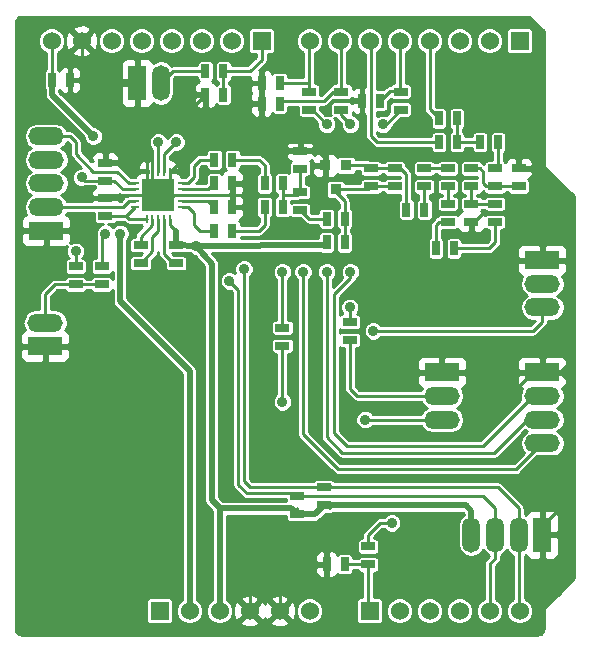
<source format=gtl>
G04 (created by PCBNEW (2013-07-07 BZR 4022)-stable) date Mon 05 Aug 2013 03:22:25 PM NZST*
%MOIN*%
G04 Gerber Fmt 3.4, Leading zero omitted, Abs format*
%FSLAX34Y34*%
G01*
G70*
G90*
G04 APERTURE LIST*
%ADD10C,0.00590551*%
%ADD11O,0.1181X0.0591*%
%ADD12R,0.1181X0.0591*%
%ADD13R,0.06X0.06*%
%ADD14C,0.06*%
%ADD15R,0.036X0.036*%
%ADD16R,0.025X0.045*%
%ADD17R,0.045X0.025*%
%ADD18O,0.0591X0.1181*%
%ADD19R,0.0591X0.1181*%
%ADD20O,0.0315X0.0098*%
%ADD21O,0.0098X0.0315*%
%ADD22R,0.0531496X0.0525591*%
%ADD23C,0.035*%
%ADD24C,0.01*%
%ADD25C,0.02*%
G04 APERTURE END LIST*
G54D10*
G54D11*
X11184Y-20393D03*
G54D12*
X11184Y-21181D03*
G54D11*
X27756Y-23622D03*
X27756Y-22835D03*
G54D12*
X27756Y-22047D03*
G54D11*
X27756Y-24409D03*
X11220Y-15748D03*
X11220Y-16535D03*
G54D12*
X11220Y-17323D03*
G54D11*
X11220Y-14961D03*
X11220Y-14173D03*
G54D13*
X27000Y-11000D03*
G54D14*
X26000Y-11000D03*
X25000Y-11000D03*
X24000Y-11000D03*
X23000Y-11000D03*
X22000Y-11000D03*
X21000Y-11000D03*
X20000Y-11000D03*
G54D13*
X22000Y-30000D03*
G54D14*
X23000Y-30000D03*
X24000Y-30000D03*
X25000Y-30000D03*
X26000Y-30000D03*
X27000Y-30000D03*
G54D13*
X15000Y-30000D03*
G54D14*
X16000Y-30000D03*
X17000Y-30000D03*
X18000Y-30000D03*
X19000Y-30000D03*
X20000Y-30000D03*
G54D13*
X18400Y-11000D03*
G54D14*
X17400Y-11000D03*
X16400Y-11000D03*
X15400Y-11000D03*
X14400Y-11000D03*
X13400Y-11000D03*
X12400Y-11000D03*
X11400Y-11000D03*
G54D15*
X20516Y-15151D03*
X21216Y-15151D03*
X20866Y-15951D03*
G54D16*
X21166Y-17716D03*
X20566Y-17716D03*
X24207Y-17913D03*
X24807Y-17913D03*
X19099Y-15748D03*
X18499Y-15748D03*
X19099Y-16535D03*
X18499Y-16535D03*
X17425Y-15748D03*
X16825Y-15748D03*
X17425Y-14960D03*
X16825Y-14960D03*
X17425Y-16535D03*
X16825Y-16535D03*
G54D17*
X23818Y-15251D03*
X23818Y-15851D03*
X24606Y-15251D03*
X24606Y-15851D03*
G54D16*
X17425Y-17322D03*
X16825Y-17322D03*
G54D17*
X24606Y-16432D03*
X24606Y-17032D03*
G54D16*
X24306Y-13582D03*
X24906Y-13582D03*
G54D17*
X19685Y-15260D03*
X19685Y-14660D03*
X19685Y-16038D03*
X19685Y-16638D03*
G54D16*
X21166Y-16929D03*
X20566Y-16929D03*
G54D17*
X22834Y-15251D03*
X22834Y-15851D03*
X22047Y-15251D03*
X22047Y-15851D03*
X26181Y-17032D03*
X26181Y-16432D03*
G54D16*
X23823Y-16633D03*
X23223Y-16633D03*
G54D17*
X25393Y-17032D03*
X25393Y-16432D03*
X25393Y-15251D03*
X25393Y-15851D03*
X26181Y-15251D03*
X26181Y-15851D03*
G54D16*
X25684Y-14370D03*
X26284Y-14370D03*
G54D17*
X26968Y-15251D03*
X26968Y-15851D03*
G54D16*
X24306Y-14370D03*
X24906Y-14370D03*
G54D17*
X15551Y-17810D03*
X15551Y-18410D03*
X14370Y-18410D03*
X14370Y-17810D03*
X13188Y-16835D03*
X13188Y-16235D03*
X13188Y-15654D03*
X13188Y-15054D03*
G54D16*
X20566Y-28444D03*
X21166Y-28444D03*
G54D17*
X21948Y-28449D03*
X21948Y-27849D03*
G54D16*
X12012Y-12303D03*
X11412Y-12303D03*
G54D17*
X19980Y-12692D03*
X19980Y-13292D03*
X23031Y-12692D03*
X23031Y-13292D03*
X21062Y-12692D03*
X21062Y-13292D03*
G54D16*
X21747Y-12992D03*
X22347Y-12992D03*
X18400Y-12401D03*
X19000Y-12401D03*
X18400Y-13090D03*
X19000Y-13090D03*
G54D17*
X19586Y-26176D03*
X19586Y-26776D03*
X20472Y-25881D03*
X20472Y-26481D03*
X19094Y-20566D03*
X19094Y-21166D03*
X21338Y-20369D03*
X21338Y-20969D03*
G54D16*
X17130Y-12007D03*
X16530Y-12007D03*
X16530Y-12795D03*
X17130Y-12795D03*
G54D18*
X26181Y-27460D03*
X26968Y-27460D03*
G54D19*
X27756Y-27460D03*
G54D18*
X25394Y-27460D03*
X15039Y-12404D03*
G54D19*
X14251Y-12404D03*
G54D20*
X15748Y-16535D03*
X15748Y-16338D03*
X15748Y-16141D03*
X15748Y-15944D03*
X15748Y-15748D03*
G54D21*
X15157Y-15354D03*
X14960Y-15354D03*
X14763Y-15354D03*
X14566Y-15354D03*
X15354Y-15354D03*
G54D20*
X14173Y-15748D03*
X14173Y-15944D03*
X14173Y-16141D03*
X14173Y-16338D03*
X14173Y-16535D03*
G54D21*
X14566Y-16929D03*
X14763Y-16929D03*
X14960Y-16929D03*
X15157Y-16929D03*
X15354Y-16929D03*
G54D22*
X14692Y-16405D03*
X15224Y-16405D03*
X15224Y-15881D03*
X14692Y-15881D03*
G54D17*
X12204Y-18518D03*
X12204Y-19118D03*
X13070Y-18518D03*
X13070Y-19118D03*
G54D11*
X27756Y-19881D03*
X27756Y-19094D03*
G54D12*
X27756Y-18306D03*
G54D11*
X24409Y-23621D03*
X24409Y-22834D03*
G54D12*
X24409Y-22046D03*
G54D23*
X22125Y-20669D03*
X12795Y-14173D03*
X13681Y-17421D03*
X16220Y-17834D03*
X12401Y-15551D03*
X17322Y-18996D03*
X15551Y-14370D03*
X17814Y-18602D03*
X14960Y-14370D03*
X12401Y-16141D03*
X24685Y-27086D03*
X22559Y-27598D03*
X21732Y-27047D03*
X18267Y-19251D03*
X18622Y-18385D03*
X19173Y-10944D03*
X25748Y-23740D03*
X26732Y-24803D03*
X27165Y-25669D03*
X17165Y-26141D03*
X17480Y-27047D03*
X10629Y-10629D03*
X27460Y-14074D03*
X10826Y-23425D03*
X10826Y-30118D03*
X13681Y-30019D03*
X18897Y-14665D03*
X17913Y-16141D03*
X21338Y-19881D03*
X19094Y-18700D03*
X19094Y-23031D03*
X21850Y-23622D03*
X13188Y-17421D03*
X12204Y-18011D03*
X22736Y-27066D03*
X21358Y-18700D03*
X21358Y-13779D03*
X19783Y-18700D03*
X22440Y-13779D03*
X20570Y-13779D03*
X20570Y-18700D03*
G54D24*
X27756Y-20354D02*
X27756Y-19881D01*
X27440Y-20669D02*
X27756Y-20354D01*
X22125Y-20669D02*
X27440Y-20669D01*
G54D25*
X11412Y-12303D02*
X11412Y-12790D01*
X11412Y-12790D02*
X12795Y-14173D01*
X13681Y-17421D02*
X13681Y-19685D01*
X13681Y-19685D02*
X16000Y-22003D01*
X16000Y-22003D02*
X16000Y-30000D01*
G54D24*
X11412Y-12303D02*
X11412Y-11012D01*
X11412Y-11012D02*
X11400Y-11000D01*
X11412Y-12303D02*
X11400Y-12290D01*
G54D25*
X20472Y-26481D02*
X25201Y-26481D01*
X25394Y-26673D02*
X25394Y-27460D01*
X25201Y-26481D02*
X25394Y-26673D01*
X19586Y-26776D02*
X20177Y-26776D01*
X20177Y-26776D02*
X20472Y-26481D01*
X17000Y-26574D02*
X19385Y-26574D01*
X19385Y-26574D02*
X19586Y-26776D01*
G54D24*
X20472Y-26481D02*
X20575Y-26481D01*
X20575Y-26481D02*
X20669Y-26574D01*
X20669Y-26574D02*
X20472Y-26481D01*
X19586Y-26776D02*
X19586Y-26574D01*
X20669Y-26574D02*
X20472Y-26481D01*
X20575Y-26481D02*
X20669Y-26574D01*
G54D25*
X16220Y-17834D02*
X16732Y-18425D01*
X16732Y-26307D02*
X17000Y-26574D01*
X16732Y-18425D02*
X16732Y-26307D01*
G54D24*
X12504Y-15654D02*
X13188Y-15654D01*
X12504Y-15654D02*
X12401Y-15551D01*
G54D25*
X17000Y-30000D02*
X17000Y-27165D01*
X17000Y-27165D02*
X17000Y-26574D01*
G54D24*
X16220Y-17834D02*
X16220Y-17829D01*
G54D25*
X20566Y-17716D02*
X20472Y-17810D01*
X20472Y-17810D02*
X16220Y-17829D01*
X16220Y-17829D02*
X15551Y-17810D01*
G54D24*
X15354Y-16929D02*
X15354Y-17125D01*
X15354Y-17125D02*
X15551Y-17322D01*
G54D25*
X15551Y-17322D02*
X15551Y-17810D01*
G54D24*
X14173Y-15944D02*
X13779Y-15944D01*
X13779Y-15944D02*
X13488Y-15654D01*
X13488Y-15654D02*
X13188Y-15654D01*
X21948Y-28449D02*
X21170Y-28449D01*
X21170Y-28449D02*
X21166Y-28444D01*
X21948Y-28449D02*
X21948Y-29948D01*
X21948Y-29948D02*
X22000Y-30000D01*
X19586Y-26176D02*
X19492Y-26082D01*
X15157Y-14763D02*
X15551Y-14370D01*
X15157Y-14763D02*
X15157Y-15354D01*
X17618Y-19291D02*
X17322Y-18996D01*
X17618Y-25787D02*
X17618Y-19291D01*
X17913Y-26082D02*
X17618Y-25787D01*
X19492Y-26082D02*
X17913Y-26082D01*
X19586Y-26176D02*
X25782Y-26176D01*
X26181Y-26574D02*
X26181Y-27460D01*
X25782Y-26176D02*
X26181Y-26574D01*
X19581Y-26181D02*
X19586Y-26176D01*
X26181Y-27460D02*
X26181Y-28248D01*
X26181Y-28248D02*
X26000Y-28429D01*
X26000Y-28429D02*
X26000Y-30000D01*
X20472Y-25881D02*
X26274Y-25881D01*
X26968Y-26574D02*
X26968Y-27460D01*
X26274Y-25881D02*
X26968Y-26574D01*
X17814Y-18602D02*
X17814Y-25684D01*
X14960Y-15354D02*
X14960Y-14370D01*
X18011Y-25881D02*
X20472Y-25881D01*
X17814Y-25684D02*
X18011Y-25881D01*
X20472Y-25881D02*
X20566Y-25787D01*
X20378Y-25787D02*
X20472Y-25881D01*
X20472Y-25881D02*
X20575Y-25881D01*
X20669Y-25787D02*
X20472Y-25881D01*
X20575Y-25881D02*
X20669Y-25787D01*
X20472Y-25881D02*
X20674Y-25881D01*
X27000Y-30000D02*
X26968Y-29968D01*
X26968Y-29968D02*
X26968Y-27460D01*
X12495Y-16235D02*
X12401Y-16141D01*
X12495Y-16235D02*
X13188Y-16235D01*
X18000Y-27566D02*
X21212Y-27566D01*
X24173Y-27598D02*
X24685Y-27086D01*
X22559Y-27598D02*
X24173Y-27598D01*
X21212Y-27566D02*
X21732Y-27047D01*
X14173Y-16141D02*
X14429Y-16141D01*
X14429Y-16141D02*
X14692Y-16405D01*
X14566Y-15354D02*
X14566Y-15755D01*
X14566Y-15755D02*
X14692Y-15881D01*
X14763Y-15354D02*
X14763Y-15811D01*
X14763Y-15811D02*
X14692Y-15881D01*
X15354Y-15354D02*
X15354Y-15751D01*
X15354Y-15751D02*
X15224Y-15881D01*
X15224Y-16405D02*
X14692Y-16405D01*
X14692Y-16405D02*
X14692Y-15881D01*
X14692Y-15881D02*
X15224Y-15881D01*
X15224Y-15881D02*
X15224Y-16405D01*
X15748Y-16141D02*
X15488Y-16141D01*
X15488Y-16141D02*
X15224Y-16405D01*
X14251Y-12404D02*
X14150Y-12303D01*
X14150Y-12303D02*
X12400Y-12303D01*
X18267Y-18740D02*
X18267Y-19251D01*
X18622Y-18385D02*
X18267Y-18740D01*
X27441Y-22047D02*
X25748Y-23740D01*
X27756Y-22047D02*
X27441Y-22047D01*
X18000Y-30000D02*
X18000Y-27566D01*
X18000Y-27566D02*
X17480Y-27047D01*
X16530Y-12795D02*
X15940Y-13385D01*
X15940Y-13385D02*
X15551Y-13385D01*
X16530Y-12795D02*
X16437Y-12795D01*
X27756Y-27460D02*
X27756Y-27165D01*
X28346Y-22047D02*
X27756Y-22047D01*
X28740Y-22440D02*
X28346Y-22047D01*
X28740Y-26181D02*
X28740Y-22440D01*
X27756Y-27165D02*
X28740Y-26181D01*
X27756Y-22047D02*
X28346Y-22047D01*
X28444Y-18306D02*
X27756Y-18306D01*
X28641Y-18503D02*
X28444Y-18306D01*
X28641Y-21751D02*
X28641Y-18503D01*
X28346Y-22047D02*
X28641Y-21751D01*
X24409Y-22046D02*
X27755Y-22046D01*
X27755Y-22046D02*
X27756Y-22047D01*
X27756Y-18306D02*
X27756Y-16634D01*
X27756Y-16634D02*
X27559Y-16437D01*
X26968Y-15251D02*
X26968Y-14566D01*
X26968Y-14566D02*
X27460Y-14074D01*
X20566Y-28444D02*
X19586Y-28444D01*
X19000Y-29031D02*
X19000Y-30000D01*
X19586Y-28444D02*
X19000Y-29031D01*
X17618Y-14271D02*
X16437Y-14271D01*
X12012Y-12303D02*
X12400Y-12303D01*
X12400Y-12303D02*
X12401Y-12303D01*
X12401Y-12303D02*
X12400Y-12303D01*
X21653Y-14370D02*
X18996Y-14370D01*
X21747Y-14276D02*
X21653Y-14370D01*
X21747Y-12992D02*
X21747Y-14276D01*
X18897Y-14468D02*
X18897Y-14665D01*
X18996Y-14370D02*
X18897Y-14468D01*
X18400Y-13090D02*
X18400Y-14168D01*
X18400Y-14168D02*
X18897Y-14665D01*
X18897Y-14665D02*
X18011Y-14665D01*
X18011Y-14665D02*
X17618Y-14271D01*
X16437Y-14271D02*
X15551Y-13385D01*
X15551Y-13385D02*
X13188Y-13385D01*
X15354Y-15354D02*
X16437Y-14271D01*
X25393Y-17032D02*
X25487Y-17032D01*
X27357Y-15251D02*
X26968Y-15251D01*
X27559Y-15452D02*
X27357Y-15251D01*
X27559Y-16338D02*
X27559Y-15452D01*
X27165Y-16732D02*
X27559Y-16338D01*
X25787Y-16732D02*
X27165Y-16732D01*
X25487Y-17032D02*
X25787Y-16732D01*
X19685Y-14660D02*
X20270Y-14660D01*
X20270Y-14660D02*
X20516Y-14905D01*
X20516Y-14905D02*
X20516Y-15151D01*
X17425Y-16141D02*
X17913Y-16141D01*
X18897Y-14665D02*
X18902Y-14660D01*
X18902Y-14660D02*
X19685Y-14660D01*
X17425Y-16535D02*
X17425Y-16141D01*
X17425Y-16141D02*
X17425Y-15748D01*
X15748Y-16141D02*
X17322Y-16141D01*
X17425Y-16038D02*
X17425Y-15748D01*
X17322Y-16141D02*
X17425Y-16038D01*
X14763Y-15354D02*
X14763Y-14960D01*
X14763Y-14960D02*
X14566Y-14960D01*
X14566Y-15354D02*
X14566Y-14960D01*
X14566Y-14960D02*
X14566Y-14566D01*
X14173Y-14173D02*
X13188Y-14173D01*
X14566Y-14566D02*
X14173Y-14173D01*
X13188Y-15054D02*
X13188Y-14173D01*
X13188Y-14173D02*
X13188Y-13385D01*
X12400Y-12596D02*
X12400Y-12303D01*
X12400Y-12303D02*
X12400Y-11000D01*
X13188Y-13385D02*
X12400Y-12596D01*
X14173Y-16141D02*
X13282Y-16141D01*
X13282Y-16141D02*
X13188Y-16235D01*
X18400Y-13577D02*
X18400Y-13090D01*
X18400Y-13090D02*
X18400Y-12401D01*
X21338Y-20369D02*
X21338Y-19881D01*
X24306Y-13582D02*
X24000Y-13276D01*
X24000Y-13276D02*
X24000Y-11000D01*
X23000Y-11000D02*
X23000Y-12660D01*
X22678Y-12660D02*
X22347Y-12992D01*
X23000Y-12660D02*
X22678Y-12660D01*
X22000Y-11000D02*
X22047Y-11047D01*
X22244Y-14370D02*
X24306Y-14370D01*
X22047Y-14173D02*
X22244Y-14370D01*
X22047Y-11047D02*
X22047Y-14173D01*
X21062Y-12692D02*
X20772Y-12692D01*
X19099Y-12992D02*
X19000Y-13090D01*
X20472Y-12992D02*
X19099Y-12992D01*
X20772Y-12692D02*
X20472Y-12992D01*
X21062Y-12692D02*
X21062Y-11062D01*
X21062Y-11062D02*
X21000Y-11000D01*
X19000Y-12401D02*
X19980Y-12401D01*
X19980Y-12692D02*
X19980Y-12401D01*
X19980Y-12401D02*
X19980Y-11019D01*
X19980Y-11019D02*
X20000Y-11000D01*
X17130Y-12795D02*
X17130Y-12007D01*
X17130Y-12007D02*
X18011Y-12007D01*
X18400Y-11619D02*
X18400Y-11000D01*
X18011Y-12007D02*
X18400Y-11619D01*
X19094Y-20566D02*
X19094Y-18700D01*
X15748Y-15944D02*
X16629Y-15944D01*
X16629Y-15944D02*
X16825Y-15748D01*
X15748Y-15748D02*
X15944Y-15748D01*
X16338Y-14960D02*
X16825Y-14960D01*
X16141Y-15157D02*
X16338Y-14960D01*
X16141Y-15551D02*
X16141Y-15157D01*
X15944Y-15748D02*
X16141Y-15551D01*
X17425Y-14960D02*
X18307Y-14960D01*
X18499Y-15152D02*
X18499Y-15748D01*
X18307Y-14960D02*
X18499Y-15152D01*
X15748Y-16338D02*
X16629Y-16338D01*
X16629Y-16338D02*
X16825Y-16535D01*
X15748Y-16535D02*
X15944Y-16535D01*
X16338Y-17322D02*
X16825Y-17322D01*
X16141Y-17125D02*
X16338Y-17322D01*
X16141Y-16732D02*
X16141Y-17125D01*
X15944Y-16535D02*
X16141Y-16732D01*
X17425Y-17322D02*
X18307Y-17322D01*
X18499Y-17130D02*
X18499Y-16535D01*
X18307Y-17322D02*
X18499Y-17130D01*
X14173Y-16338D02*
X13976Y-16338D01*
X13779Y-16535D02*
X11220Y-16535D01*
X13976Y-16338D02*
X13779Y-16535D01*
X14173Y-15748D02*
X13976Y-15748D01*
X12007Y-14173D02*
X11220Y-14173D01*
X12204Y-14370D02*
X12007Y-14173D01*
X12204Y-14763D02*
X12204Y-14370D01*
X12795Y-15354D02*
X12204Y-14763D01*
X13582Y-15354D02*
X12795Y-15354D01*
X13976Y-15748D02*
X13582Y-15354D01*
X20566Y-16929D02*
X19975Y-16929D01*
X19975Y-16929D02*
X19685Y-16638D01*
X24906Y-13582D02*
X24906Y-14370D01*
X24906Y-14370D02*
X25684Y-14370D01*
X19099Y-16141D02*
X19581Y-16141D01*
X19581Y-16141D02*
X19685Y-16038D01*
X19099Y-16535D02*
X19099Y-16141D01*
X19099Y-16141D02*
X19099Y-15748D01*
X19685Y-16038D02*
X19685Y-15260D01*
X21338Y-20969D02*
X21338Y-22598D01*
X21574Y-22834D02*
X24409Y-22834D01*
X21338Y-22598D02*
X21574Y-22834D01*
X24409Y-23621D02*
X21850Y-23621D01*
X19094Y-23031D02*
X19094Y-21166D01*
X21850Y-23621D02*
X21850Y-23622D01*
X24409Y-23622D02*
X24409Y-23621D01*
X16530Y-12007D02*
X15436Y-12007D01*
X15436Y-12007D02*
X15039Y-12404D01*
X11184Y-20393D02*
X11184Y-19445D01*
X11184Y-19445D02*
X11511Y-19118D01*
X11511Y-19118D02*
X12204Y-19118D01*
X12204Y-19118D02*
X13070Y-19118D01*
X13070Y-18518D02*
X13070Y-17539D01*
X13070Y-17539D02*
X13188Y-17421D01*
X12204Y-18518D02*
X12204Y-18011D01*
X26284Y-14370D02*
X26284Y-15148D01*
X26284Y-15148D02*
X26181Y-15251D01*
X23823Y-16633D02*
X23823Y-15855D01*
X23823Y-15855D02*
X23818Y-15851D01*
X21948Y-27460D02*
X22342Y-27066D01*
X22342Y-27066D02*
X22736Y-27066D01*
X21948Y-27849D02*
X21948Y-27460D01*
X24606Y-15251D02*
X23818Y-15251D01*
X24207Y-17913D02*
X24207Y-17130D01*
X24306Y-17032D02*
X24606Y-17032D01*
X24207Y-17130D02*
X24306Y-17032D01*
X24606Y-16432D02*
X24606Y-15851D01*
X25393Y-16432D02*
X25393Y-15851D01*
X26181Y-16432D02*
X25393Y-16432D01*
X24807Y-17913D02*
X25984Y-17913D01*
X26181Y-17716D02*
X26181Y-17032D01*
X25984Y-17913D02*
X26181Y-17716D01*
X23223Y-16633D02*
X23223Y-15448D01*
X23026Y-15251D02*
X22834Y-15251D01*
X23223Y-15448D02*
X23026Y-15251D01*
X22047Y-15251D02*
X22834Y-15251D01*
X21216Y-15151D02*
X21947Y-15151D01*
X21947Y-15151D02*
X22047Y-15251D01*
X25393Y-15251D02*
X25684Y-15251D01*
X25890Y-15851D02*
X26181Y-15851D01*
X25787Y-15748D02*
X25890Y-15851D01*
X25787Y-15354D02*
X25787Y-15748D01*
X25684Y-15251D02*
X25787Y-15354D01*
X26968Y-15851D02*
X26181Y-15851D01*
X14960Y-16929D02*
X14960Y-17322D01*
X14763Y-18016D02*
X14370Y-18410D01*
X14763Y-17519D02*
X14763Y-18016D01*
X14960Y-17322D02*
X14763Y-17519D01*
X14763Y-16929D02*
X14763Y-17125D01*
X14370Y-17519D02*
X14370Y-17810D01*
X14763Y-17125D02*
X14370Y-17519D01*
X15157Y-16929D02*
X15157Y-18110D01*
X15457Y-18410D02*
X15551Y-18410D01*
X15157Y-18110D02*
X15457Y-18410D01*
X21240Y-24507D02*
X25767Y-24507D01*
X21358Y-18897D02*
X20807Y-19448D01*
X20807Y-19448D02*
X20807Y-24074D01*
X20807Y-24074D02*
X21240Y-24507D01*
X21062Y-13292D02*
X21062Y-13484D01*
X21062Y-13484D02*
X21358Y-13779D01*
X21358Y-18700D02*
X21358Y-18897D01*
X27440Y-22835D02*
X27756Y-22835D01*
X25767Y-24507D02*
X27440Y-22835D01*
X22047Y-15851D02*
X22834Y-15851D01*
X20866Y-15951D02*
X21947Y-15951D01*
X21947Y-15951D02*
X22047Y-15851D01*
X21166Y-17716D02*
X21166Y-16929D01*
X21166Y-16929D02*
X21166Y-16343D01*
X20866Y-16043D02*
X20866Y-15951D01*
X21166Y-16343D02*
X20866Y-16043D01*
X19783Y-18700D02*
X19783Y-24114D01*
X23031Y-13292D02*
X22544Y-13779D01*
X22544Y-13779D02*
X22440Y-13779D01*
X26889Y-25275D02*
X27756Y-24409D01*
X20944Y-25275D02*
X26889Y-25275D01*
X19783Y-24114D02*
X20944Y-25275D01*
X20570Y-18700D02*
X20570Y-24212D01*
X20083Y-13292D02*
X20570Y-13779D01*
X19980Y-13292D02*
X20083Y-13292D01*
X27263Y-23622D02*
X27756Y-23622D01*
X26161Y-24724D02*
X27263Y-23622D01*
X21082Y-24724D02*
X26161Y-24724D01*
X20570Y-24212D02*
X21082Y-24724D01*
X14566Y-16929D02*
X13976Y-16929D01*
X13877Y-16830D02*
X13976Y-16732D01*
X13976Y-16929D02*
X13877Y-16830D01*
X14173Y-16535D02*
X13976Y-16732D01*
X13976Y-16732D02*
X13873Y-16835D01*
X13873Y-16835D02*
X13188Y-16835D01*
G54D10*
G36*
X13960Y-16143D02*
X13900Y-16155D01*
X13884Y-16166D01*
X13831Y-16166D01*
X13777Y-16212D01*
X13790Y-16243D01*
X13697Y-16336D01*
X13651Y-16336D01*
X13599Y-16283D01*
X13237Y-16283D01*
X13237Y-16291D01*
X13140Y-16291D01*
X13140Y-16283D01*
X12778Y-16283D01*
X12726Y-16336D01*
X11920Y-16336D01*
X11843Y-16221D01*
X11724Y-16141D01*
X11843Y-16061D01*
X11939Y-15917D01*
X11973Y-15748D01*
X11939Y-15578D01*
X11843Y-15434D01*
X11724Y-15354D01*
X11843Y-15274D01*
X11939Y-15130D01*
X11973Y-14961D01*
X11939Y-14791D01*
X11843Y-14647D01*
X11723Y-14567D01*
X11843Y-14486D01*
X11920Y-14371D01*
X11925Y-14371D01*
X12006Y-14452D01*
X12006Y-14763D01*
X12021Y-14839D01*
X12064Y-14904D01*
X12388Y-15227D01*
X12337Y-15227D01*
X12218Y-15276D01*
X12127Y-15367D01*
X12078Y-15486D01*
X12078Y-15615D01*
X12127Y-15734D01*
X12218Y-15825D01*
X12336Y-15874D01*
X12465Y-15874D01*
X12518Y-15852D01*
X12833Y-15852D01*
X12838Y-15863D01*
X12860Y-15886D01*
X12823Y-15901D01*
X12754Y-15970D01*
X12717Y-16061D01*
X12717Y-16125D01*
X12778Y-16187D01*
X13140Y-16187D01*
X13140Y-16179D01*
X13237Y-16179D01*
X13237Y-16187D01*
X13599Y-16187D01*
X13660Y-16125D01*
X13660Y-16099D01*
X13703Y-16128D01*
X13703Y-16128D01*
X13779Y-16143D01*
X13960Y-16143D01*
X13960Y-16143D01*
G37*
G54D24*
X13960Y-16143D02*
X13900Y-16155D01*
X13884Y-16166D01*
X13831Y-16166D01*
X13777Y-16212D01*
X13790Y-16243D01*
X13697Y-16336D01*
X13651Y-16336D01*
X13599Y-16283D01*
X13237Y-16283D01*
X13237Y-16291D01*
X13140Y-16291D01*
X13140Y-16283D01*
X12778Y-16283D01*
X12726Y-16336D01*
X11920Y-16336D01*
X11843Y-16221D01*
X11724Y-16141D01*
X11843Y-16061D01*
X11939Y-15917D01*
X11973Y-15748D01*
X11939Y-15578D01*
X11843Y-15434D01*
X11724Y-15354D01*
X11843Y-15274D01*
X11939Y-15130D01*
X11973Y-14961D01*
X11939Y-14791D01*
X11843Y-14647D01*
X11723Y-14567D01*
X11843Y-14486D01*
X11920Y-14371D01*
X11925Y-14371D01*
X12006Y-14452D01*
X12006Y-14763D01*
X12021Y-14839D01*
X12064Y-14904D01*
X12388Y-15227D01*
X12337Y-15227D01*
X12218Y-15276D01*
X12127Y-15367D01*
X12078Y-15486D01*
X12078Y-15615D01*
X12127Y-15734D01*
X12218Y-15825D01*
X12336Y-15874D01*
X12465Y-15874D01*
X12518Y-15852D01*
X12833Y-15852D01*
X12838Y-15863D01*
X12860Y-15886D01*
X12823Y-15901D01*
X12754Y-15970D01*
X12717Y-16061D01*
X12717Y-16125D01*
X12778Y-16187D01*
X13140Y-16187D01*
X13140Y-16179D01*
X13237Y-16179D01*
X13237Y-16187D01*
X13599Y-16187D01*
X13660Y-16125D01*
X13660Y-16099D01*
X13703Y-16128D01*
X13703Y-16128D01*
X13779Y-16143D01*
X13960Y-16143D01*
G54D10*
G36*
X15280Y-16453D02*
X15272Y-16453D01*
X15272Y-16461D01*
X15205Y-16461D01*
X15205Y-16193D01*
X15205Y-16143D01*
X15205Y-16093D01*
X15205Y-16093D01*
X15205Y-15992D01*
X15175Y-15962D01*
X15175Y-15957D01*
X15175Y-15930D01*
X15148Y-15930D01*
X15114Y-15895D01*
X15007Y-15895D01*
X14958Y-15895D01*
X14909Y-15895D01*
X14803Y-15895D01*
X14768Y-15930D01*
X14741Y-15930D01*
X14741Y-15957D01*
X14741Y-15962D01*
X14711Y-15992D01*
X14711Y-16093D01*
X14711Y-16093D01*
X14711Y-16143D01*
X14711Y-16193D01*
X14711Y-16193D01*
X14711Y-16295D01*
X14741Y-16324D01*
X14741Y-16329D01*
X14741Y-16357D01*
X14768Y-16357D01*
X14803Y-16391D01*
X14909Y-16391D01*
X14958Y-16391D01*
X15007Y-16391D01*
X15114Y-16391D01*
X15148Y-16357D01*
X15175Y-16357D01*
X15175Y-16329D01*
X15175Y-16324D01*
X15205Y-16295D01*
X15205Y-16193D01*
X15205Y-16193D01*
X15205Y-16461D01*
X15175Y-16461D01*
X15175Y-16453D01*
X15143Y-16453D01*
X14773Y-16453D01*
X14741Y-16453D01*
X14741Y-16461D01*
X14644Y-16461D01*
X14644Y-16453D01*
X14636Y-16453D01*
X14636Y-16357D01*
X14644Y-16357D01*
X14644Y-16329D01*
X14644Y-15957D01*
X14644Y-15930D01*
X14636Y-15930D01*
X14636Y-15833D01*
X14644Y-15833D01*
X14644Y-15747D01*
X14665Y-15738D01*
X14693Y-15750D01*
X14711Y-15728D01*
X14711Y-15771D01*
X14741Y-15801D01*
X14741Y-15833D01*
X14773Y-15833D01*
X15143Y-15833D01*
X15175Y-15833D01*
X15175Y-15825D01*
X15272Y-15825D01*
X15272Y-15833D01*
X15280Y-15833D01*
X15280Y-15930D01*
X15272Y-15930D01*
X15272Y-15957D01*
X15272Y-16329D01*
X15272Y-16357D01*
X15280Y-16357D01*
X15280Y-16453D01*
X15280Y-16453D01*
G37*
G54D24*
X15280Y-16453D02*
X15272Y-16453D01*
X15272Y-16461D01*
X15205Y-16461D01*
X15205Y-16193D01*
X15205Y-16143D01*
X15205Y-16093D01*
X15205Y-16093D01*
X15205Y-15992D01*
X15175Y-15962D01*
X15175Y-15957D01*
X15175Y-15930D01*
X15148Y-15930D01*
X15114Y-15895D01*
X15007Y-15895D01*
X14958Y-15895D01*
X14909Y-15895D01*
X14803Y-15895D01*
X14768Y-15930D01*
X14741Y-15930D01*
X14741Y-15957D01*
X14741Y-15962D01*
X14711Y-15992D01*
X14711Y-16093D01*
X14711Y-16093D01*
X14711Y-16143D01*
X14711Y-16193D01*
X14711Y-16193D01*
X14711Y-16295D01*
X14741Y-16324D01*
X14741Y-16329D01*
X14741Y-16357D01*
X14768Y-16357D01*
X14803Y-16391D01*
X14909Y-16391D01*
X14958Y-16391D01*
X15007Y-16391D01*
X15114Y-16391D01*
X15148Y-16357D01*
X15175Y-16357D01*
X15175Y-16329D01*
X15175Y-16324D01*
X15205Y-16295D01*
X15205Y-16193D01*
X15205Y-16193D01*
X15205Y-16461D01*
X15175Y-16461D01*
X15175Y-16453D01*
X15143Y-16453D01*
X14773Y-16453D01*
X14741Y-16453D01*
X14741Y-16461D01*
X14644Y-16461D01*
X14644Y-16453D01*
X14636Y-16453D01*
X14636Y-16357D01*
X14644Y-16357D01*
X14644Y-16329D01*
X14644Y-15957D01*
X14644Y-15930D01*
X14636Y-15930D01*
X14636Y-15833D01*
X14644Y-15833D01*
X14644Y-15747D01*
X14665Y-15738D01*
X14693Y-15750D01*
X14711Y-15728D01*
X14711Y-15771D01*
X14741Y-15801D01*
X14741Y-15833D01*
X14773Y-15833D01*
X15143Y-15833D01*
X15175Y-15833D01*
X15175Y-15825D01*
X15272Y-15825D01*
X15272Y-15833D01*
X15280Y-15833D01*
X15280Y-15930D01*
X15272Y-15930D01*
X15272Y-15957D01*
X15272Y-16329D01*
X15272Y-16357D01*
X15280Y-16357D01*
X15280Y-16453D01*
G54D10*
G36*
X28801Y-28917D02*
X28593Y-29125D01*
X28593Y-22391D01*
X28593Y-21702D01*
X28593Y-18650D01*
X28593Y-17962D01*
X28555Y-17871D01*
X28486Y-17801D01*
X28395Y-17764D01*
X28297Y-17764D01*
X27866Y-17764D01*
X27804Y-17825D01*
X27804Y-18258D01*
X28531Y-18258D01*
X28593Y-18196D01*
X28593Y-17962D01*
X28593Y-18650D01*
X28593Y-18416D01*
X28531Y-18354D01*
X27804Y-18354D01*
X27804Y-18362D01*
X27707Y-18362D01*
X27707Y-18354D01*
X27707Y-18258D01*
X27707Y-17825D01*
X27645Y-17764D01*
X27448Y-17764D01*
X27448Y-11270D01*
X27448Y-10670D01*
X27425Y-10616D01*
X27384Y-10574D01*
X27329Y-10551D01*
X27270Y-10551D01*
X26670Y-10551D01*
X26616Y-10574D01*
X26574Y-10615D01*
X26551Y-10670D01*
X26551Y-10729D01*
X26551Y-11329D01*
X26574Y-11383D01*
X26615Y-11425D01*
X26670Y-11448D01*
X26729Y-11448D01*
X27329Y-11448D01*
X27383Y-11425D01*
X27425Y-11384D01*
X27448Y-11329D01*
X27448Y-11270D01*
X27448Y-17764D01*
X27440Y-17764D01*
X27440Y-15425D01*
X27440Y-15077D01*
X27402Y-14986D01*
X27333Y-14917D01*
X27242Y-14879D01*
X27144Y-14879D01*
X27078Y-14879D01*
X27016Y-14941D01*
X27016Y-15202D01*
X27378Y-15202D01*
X27440Y-15141D01*
X27440Y-15077D01*
X27440Y-15425D01*
X27440Y-15361D01*
X27378Y-15299D01*
X27016Y-15299D01*
X27016Y-15307D01*
X26920Y-15307D01*
X26920Y-15299D01*
X26912Y-15299D01*
X26912Y-15202D01*
X26920Y-15202D01*
X26920Y-14941D01*
X26858Y-14879D01*
X26792Y-14879D01*
X26694Y-14879D01*
X26603Y-14917D01*
X26534Y-14986D01*
X26517Y-15027D01*
X26490Y-15000D01*
X26482Y-14997D01*
X26482Y-14725D01*
X26493Y-14720D01*
X26535Y-14679D01*
X26557Y-14624D01*
X26557Y-14565D01*
X26557Y-14115D01*
X26535Y-14061D01*
X26493Y-14019D01*
X26448Y-14000D01*
X26448Y-10911D01*
X26380Y-10746D01*
X26254Y-10620D01*
X26089Y-10551D01*
X25911Y-10551D01*
X25746Y-10619D01*
X25620Y-10745D01*
X25551Y-10910D01*
X25551Y-11088D01*
X25619Y-11253D01*
X25745Y-11379D01*
X25910Y-11448D01*
X26088Y-11448D01*
X26253Y-11380D01*
X26379Y-11254D01*
X26448Y-11089D01*
X26448Y-10911D01*
X26448Y-14000D01*
X26438Y-13996D01*
X26379Y-13996D01*
X26129Y-13996D01*
X26075Y-14019D01*
X26033Y-14060D01*
X26010Y-14115D01*
X26010Y-14174D01*
X26010Y-14624D01*
X26033Y-14679D01*
X26075Y-14720D01*
X26085Y-14725D01*
X26085Y-14977D01*
X25957Y-14977D01*
X25957Y-14565D01*
X25957Y-14115D01*
X25935Y-14061D01*
X25893Y-14019D01*
X25838Y-13996D01*
X25779Y-13996D01*
X25529Y-13996D01*
X25475Y-14019D01*
X25448Y-14045D01*
X25448Y-10911D01*
X25380Y-10746D01*
X25254Y-10620D01*
X25089Y-10551D01*
X24911Y-10551D01*
X24746Y-10619D01*
X24620Y-10745D01*
X24551Y-10910D01*
X24551Y-11088D01*
X24619Y-11253D01*
X24745Y-11379D01*
X24910Y-11448D01*
X25088Y-11448D01*
X25253Y-11380D01*
X25379Y-11254D01*
X25448Y-11089D01*
X25448Y-10911D01*
X25448Y-14045D01*
X25433Y-14060D01*
X25410Y-14115D01*
X25410Y-14171D01*
X25179Y-14171D01*
X25179Y-14115D01*
X25157Y-14061D01*
X25115Y-14019D01*
X25104Y-14014D01*
X25104Y-13937D01*
X25115Y-13933D01*
X25157Y-13891D01*
X25179Y-13837D01*
X25179Y-13778D01*
X25179Y-13328D01*
X25157Y-13273D01*
X25115Y-13231D01*
X25060Y-13209D01*
X25001Y-13209D01*
X24751Y-13209D01*
X24697Y-13231D01*
X24655Y-13273D01*
X24632Y-13328D01*
X24632Y-13387D01*
X24632Y-13837D01*
X24655Y-13891D01*
X24697Y-13933D01*
X24707Y-13937D01*
X24707Y-14014D01*
X24697Y-14019D01*
X24655Y-14060D01*
X24632Y-14115D01*
X24632Y-14174D01*
X24632Y-14624D01*
X24655Y-14679D01*
X24697Y-14720D01*
X24751Y-14743D01*
X24810Y-14743D01*
X25060Y-14743D01*
X25115Y-14720D01*
X25157Y-14679D01*
X25179Y-14624D01*
X25179Y-14568D01*
X25410Y-14568D01*
X25410Y-14624D01*
X25433Y-14679D01*
X25475Y-14720D01*
X25529Y-14743D01*
X25588Y-14743D01*
X25838Y-14743D01*
X25893Y-14720D01*
X25935Y-14679D01*
X25957Y-14624D01*
X25957Y-14565D01*
X25957Y-14977D01*
X25926Y-14977D01*
X25872Y-15000D01*
X25830Y-15041D01*
X25807Y-15096D01*
X25807Y-15099D01*
X25760Y-15067D01*
X25754Y-15066D01*
X25744Y-15042D01*
X25702Y-15000D01*
X25648Y-14977D01*
X25589Y-14977D01*
X25139Y-14977D01*
X25084Y-15000D01*
X25042Y-15041D01*
X25020Y-15096D01*
X25020Y-15155D01*
X25020Y-15405D01*
X25042Y-15460D01*
X25084Y-15501D01*
X25139Y-15524D01*
X25198Y-15524D01*
X25588Y-15524D01*
X25588Y-15577D01*
X25139Y-15577D01*
X25084Y-15600D01*
X25042Y-15641D01*
X25020Y-15696D01*
X25020Y-15755D01*
X25020Y-16005D01*
X25042Y-16060D01*
X25084Y-16101D01*
X25139Y-16124D01*
X25195Y-16124D01*
X25195Y-16158D01*
X25139Y-16158D01*
X25084Y-16181D01*
X25042Y-16223D01*
X25020Y-16277D01*
X25020Y-16336D01*
X25020Y-16586D01*
X25042Y-16641D01*
X25078Y-16677D01*
X25028Y-16698D01*
X24979Y-16747D01*
X24979Y-16527D01*
X24979Y-16277D01*
X24957Y-16223D01*
X24915Y-16181D01*
X24860Y-16158D01*
X24804Y-16158D01*
X24804Y-16124D01*
X24860Y-16124D01*
X24915Y-16102D01*
X24957Y-16060D01*
X24979Y-16005D01*
X24979Y-15946D01*
X24979Y-15696D01*
X24979Y-15346D01*
X24979Y-15096D01*
X24957Y-15042D01*
X24915Y-15000D01*
X24860Y-14977D01*
X24801Y-14977D01*
X24579Y-14977D01*
X24579Y-14565D01*
X24579Y-14115D01*
X24579Y-13778D01*
X24579Y-13328D01*
X24557Y-13273D01*
X24515Y-13231D01*
X24460Y-13209D01*
X24401Y-13209D01*
X24213Y-13209D01*
X24198Y-13194D01*
X24198Y-11403D01*
X24253Y-11380D01*
X24379Y-11254D01*
X24448Y-11089D01*
X24448Y-10911D01*
X24380Y-10746D01*
X24254Y-10620D01*
X24089Y-10551D01*
X23911Y-10551D01*
X23746Y-10619D01*
X23620Y-10745D01*
X23551Y-10910D01*
X23551Y-11088D01*
X23619Y-11253D01*
X23745Y-11379D01*
X23801Y-11403D01*
X23801Y-13276D01*
X23816Y-13352D01*
X23859Y-13416D01*
X24032Y-13589D01*
X24032Y-13837D01*
X24055Y-13891D01*
X24097Y-13933D01*
X24151Y-13956D01*
X24210Y-13956D01*
X24460Y-13956D01*
X24515Y-13933D01*
X24557Y-13891D01*
X24579Y-13837D01*
X24579Y-13778D01*
X24579Y-14115D01*
X24557Y-14061D01*
X24515Y-14019D01*
X24460Y-13996D01*
X24401Y-13996D01*
X24151Y-13996D01*
X24097Y-14019D01*
X24055Y-14060D01*
X24032Y-14115D01*
X24032Y-14171D01*
X22326Y-14171D01*
X22245Y-14091D01*
X22245Y-14041D01*
X22257Y-14053D01*
X22376Y-14102D01*
X22504Y-14103D01*
X22623Y-14053D01*
X22714Y-13962D01*
X22764Y-13844D01*
X22764Y-13839D01*
X23038Y-13565D01*
X23285Y-13565D01*
X23340Y-13543D01*
X23382Y-13501D01*
X23404Y-13446D01*
X23404Y-13387D01*
X23404Y-13137D01*
X23382Y-13083D01*
X23340Y-13041D01*
X23286Y-13018D01*
X23227Y-13018D01*
X22777Y-13018D01*
X22722Y-13041D01*
X22680Y-13082D01*
X22658Y-13137D01*
X22658Y-13196D01*
X22658Y-13384D01*
X22562Y-13480D01*
X22505Y-13456D01*
X22376Y-13456D01*
X22257Y-13505D01*
X22245Y-13517D01*
X22245Y-13365D01*
X22251Y-13365D01*
X22501Y-13365D01*
X22556Y-13343D01*
X22597Y-13301D01*
X22620Y-13246D01*
X22620Y-13187D01*
X22620Y-12999D01*
X22699Y-12920D01*
X22722Y-12942D01*
X22776Y-12965D01*
X22835Y-12965D01*
X23285Y-12965D01*
X23340Y-12943D01*
X23382Y-12901D01*
X23404Y-12846D01*
X23404Y-12787D01*
X23404Y-12537D01*
X23382Y-12483D01*
X23340Y-12441D01*
X23286Y-12418D01*
X23227Y-12418D01*
X23198Y-12418D01*
X23198Y-11403D01*
X23253Y-11380D01*
X23379Y-11254D01*
X23448Y-11089D01*
X23448Y-10911D01*
X23380Y-10746D01*
X23254Y-10620D01*
X23089Y-10551D01*
X22911Y-10551D01*
X22746Y-10619D01*
X22620Y-10745D01*
X22551Y-10910D01*
X22551Y-11088D01*
X22619Y-11253D01*
X22745Y-11379D01*
X22801Y-11403D01*
X22801Y-12418D01*
X22777Y-12418D01*
X22722Y-12441D01*
X22701Y-12462D01*
X22678Y-12462D01*
X22678Y-12462D01*
X22663Y-12465D01*
X22602Y-12477D01*
X22538Y-12520D01*
X22538Y-12520D01*
X22440Y-12618D01*
X22245Y-12618D01*
X22245Y-11383D01*
X22253Y-11380D01*
X22379Y-11254D01*
X22448Y-11089D01*
X22448Y-10911D01*
X22380Y-10746D01*
X22254Y-10620D01*
X22089Y-10551D01*
X21911Y-10551D01*
X21746Y-10619D01*
X21620Y-10745D01*
X21551Y-10910D01*
X21551Y-11088D01*
X21619Y-11253D01*
X21745Y-11379D01*
X21848Y-11422D01*
X21848Y-12528D01*
X21795Y-12581D01*
X21795Y-12943D01*
X21803Y-12943D01*
X21803Y-13040D01*
X21795Y-13040D01*
X21795Y-13402D01*
X21848Y-13455D01*
X21848Y-14173D01*
X21863Y-14249D01*
X21906Y-14313D01*
X22103Y-14510D01*
X22103Y-14510D01*
X22168Y-14553D01*
X22168Y-14553D01*
X22228Y-14565D01*
X22244Y-14568D01*
X22244Y-14568D01*
X22244Y-14568D01*
X24032Y-14568D01*
X24032Y-14624D01*
X24055Y-14679D01*
X24097Y-14720D01*
X24151Y-14743D01*
X24210Y-14743D01*
X24460Y-14743D01*
X24515Y-14720D01*
X24557Y-14679D01*
X24579Y-14624D01*
X24579Y-14565D01*
X24579Y-14977D01*
X24351Y-14977D01*
X24297Y-15000D01*
X24255Y-15041D01*
X24251Y-15052D01*
X24174Y-15052D01*
X24169Y-15042D01*
X24128Y-15000D01*
X24073Y-14977D01*
X24014Y-14977D01*
X23564Y-14977D01*
X23509Y-15000D01*
X23468Y-15041D01*
X23445Y-15096D01*
X23445Y-15155D01*
X23445Y-15405D01*
X23467Y-15460D01*
X23509Y-15501D01*
X23564Y-15524D01*
X23623Y-15524D01*
X24073Y-15524D01*
X24127Y-15502D01*
X24169Y-15460D01*
X24174Y-15449D01*
X24251Y-15449D01*
X24255Y-15460D01*
X24297Y-15501D01*
X24351Y-15524D01*
X24410Y-15524D01*
X24860Y-15524D01*
X24915Y-15502D01*
X24957Y-15460D01*
X24979Y-15405D01*
X24979Y-15346D01*
X24979Y-15696D01*
X24957Y-15642D01*
X24915Y-15600D01*
X24860Y-15577D01*
X24801Y-15577D01*
X24351Y-15577D01*
X24297Y-15600D01*
X24255Y-15641D01*
X24232Y-15696D01*
X24232Y-15755D01*
X24232Y-16005D01*
X24255Y-16060D01*
X24297Y-16101D01*
X24351Y-16124D01*
X24407Y-16124D01*
X24407Y-16158D01*
X24351Y-16158D01*
X24297Y-16181D01*
X24255Y-16223D01*
X24232Y-16277D01*
X24232Y-16336D01*
X24232Y-16586D01*
X24255Y-16641D01*
X24297Y-16683D01*
X24351Y-16705D01*
X24410Y-16705D01*
X24860Y-16705D01*
X24915Y-16683D01*
X24957Y-16641D01*
X24979Y-16586D01*
X24979Y-16527D01*
X24979Y-16747D01*
X24959Y-16767D01*
X24942Y-16808D01*
X24915Y-16781D01*
X24860Y-16758D01*
X24801Y-16758D01*
X24351Y-16758D01*
X24297Y-16781D01*
X24255Y-16823D01*
X24246Y-16845D01*
X24230Y-16848D01*
X24192Y-16874D01*
X24192Y-15946D01*
X24192Y-15696D01*
X24169Y-15642D01*
X24128Y-15600D01*
X24073Y-15577D01*
X24014Y-15577D01*
X23564Y-15577D01*
X23509Y-15600D01*
X23468Y-15641D01*
X23445Y-15696D01*
X23445Y-15755D01*
X23445Y-16005D01*
X23467Y-16060D01*
X23509Y-16101D01*
X23564Y-16124D01*
X23623Y-16124D01*
X23625Y-16124D01*
X23625Y-16278D01*
X23614Y-16282D01*
X23572Y-16324D01*
X23550Y-16379D01*
X23550Y-16438D01*
X23550Y-16888D01*
X23572Y-16942D01*
X23614Y-16984D01*
X23668Y-17007D01*
X23728Y-17007D01*
X23978Y-17007D01*
X24032Y-16984D01*
X24074Y-16943D01*
X24097Y-16888D01*
X24097Y-16829D01*
X24097Y-16379D01*
X24074Y-16324D01*
X24032Y-16283D01*
X24022Y-16278D01*
X24022Y-16124D01*
X24073Y-16124D01*
X24127Y-16102D01*
X24169Y-16060D01*
X24192Y-16005D01*
X24192Y-15946D01*
X24192Y-16874D01*
X24165Y-16891D01*
X24067Y-16990D01*
X24024Y-17054D01*
X24009Y-17130D01*
X24009Y-17558D01*
X23998Y-17562D01*
X23957Y-17604D01*
X23934Y-17658D01*
X23934Y-17717D01*
X23934Y-18167D01*
X23956Y-18222D01*
X23998Y-18264D01*
X24053Y-18286D01*
X24112Y-18286D01*
X24362Y-18286D01*
X24416Y-18264D01*
X24458Y-18222D01*
X24481Y-18168D01*
X24481Y-18108D01*
X24481Y-17658D01*
X24458Y-17604D01*
X24417Y-17562D01*
X24406Y-17558D01*
X24406Y-17305D01*
X24410Y-17305D01*
X24860Y-17305D01*
X24915Y-17283D01*
X24942Y-17256D01*
X24959Y-17296D01*
X25028Y-17366D01*
X25119Y-17404D01*
X25217Y-17404D01*
X25283Y-17404D01*
X25345Y-17342D01*
X25345Y-17080D01*
X25337Y-17080D01*
X25337Y-16983D01*
X25345Y-16983D01*
X25345Y-16975D01*
X25442Y-16975D01*
X25442Y-16983D01*
X25450Y-16983D01*
X25450Y-17080D01*
X25442Y-17080D01*
X25442Y-17342D01*
X25503Y-17404D01*
X25569Y-17404D01*
X25668Y-17404D01*
X25758Y-17366D01*
X25828Y-17296D01*
X25844Y-17256D01*
X25871Y-17283D01*
X25926Y-17305D01*
X25982Y-17305D01*
X25982Y-17634D01*
X25902Y-17714D01*
X25081Y-17714D01*
X25081Y-17658D01*
X25058Y-17604D01*
X25017Y-17562D01*
X24962Y-17539D01*
X24903Y-17539D01*
X24653Y-17539D01*
X24598Y-17562D01*
X24557Y-17604D01*
X24534Y-17658D01*
X24534Y-17717D01*
X24534Y-18167D01*
X24556Y-18222D01*
X24598Y-18264D01*
X24653Y-18286D01*
X24712Y-18286D01*
X24962Y-18286D01*
X25016Y-18264D01*
X25058Y-18222D01*
X25081Y-18168D01*
X25081Y-18111D01*
X25984Y-18111D01*
X26060Y-18096D01*
X26060Y-18096D01*
X26124Y-18053D01*
X26321Y-17856D01*
X26321Y-17856D01*
X26321Y-17856D01*
X26364Y-17792D01*
X26364Y-17792D01*
X26376Y-17731D01*
X26379Y-17716D01*
X26379Y-17716D01*
X26379Y-17716D01*
X26379Y-17305D01*
X26435Y-17305D01*
X26490Y-17283D01*
X26531Y-17241D01*
X26554Y-17186D01*
X26554Y-17127D01*
X26554Y-16877D01*
X26532Y-16823D01*
X26490Y-16781D01*
X26435Y-16758D01*
X26376Y-16758D01*
X25926Y-16758D01*
X25872Y-16781D01*
X25844Y-16808D01*
X25828Y-16767D01*
X25758Y-16698D01*
X25708Y-16677D01*
X25744Y-16641D01*
X25748Y-16630D01*
X25825Y-16630D01*
X25830Y-16641D01*
X25871Y-16683D01*
X25926Y-16705D01*
X25985Y-16705D01*
X26435Y-16705D01*
X26490Y-16683D01*
X26531Y-16641D01*
X26554Y-16586D01*
X26554Y-16527D01*
X26554Y-16277D01*
X26532Y-16223D01*
X26490Y-16181D01*
X26435Y-16158D01*
X26376Y-16158D01*
X25926Y-16158D01*
X25872Y-16181D01*
X25830Y-16223D01*
X25825Y-16233D01*
X25748Y-16233D01*
X25744Y-16223D01*
X25702Y-16181D01*
X25648Y-16158D01*
X25592Y-16158D01*
X25592Y-16124D01*
X25648Y-16124D01*
X25702Y-16102D01*
X25744Y-16060D01*
X25767Y-16005D01*
X25767Y-16002D01*
X25814Y-16034D01*
X25814Y-16034D01*
X25820Y-16035D01*
X25830Y-16060D01*
X25871Y-16101D01*
X25926Y-16124D01*
X25985Y-16124D01*
X26435Y-16124D01*
X26490Y-16102D01*
X26531Y-16060D01*
X26536Y-16049D01*
X26613Y-16049D01*
X26617Y-16060D01*
X26659Y-16101D01*
X26713Y-16124D01*
X26772Y-16124D01*
X27222Y-16124D01*
X27277Y-16102D01*
X27319Y-16060D01*
X27341Y-16005D01*
X27341Y-15946D01*
X27341Y-15696D01*
X27319Y-15642D01*
X27283Y-15606D01*
X27333Y-15585D01*
X27402Y-15515D01*
X27440Y-15425D01*
X27440Y-17764D01*
X27214Y-17764D01*
X27116Y-17764D01*
X27025Y-17801D01*
X26956Y-17871D01*
X26918Y-17962D01*
X26918Y-18196D01*
X26980Y-18258D01*
X27707Y-18258D01*
X27707Y-18354D01*
X26980Y-18354D01*
X26918Y-18416D01*
X26918Y-18650D01*
X26956Y-18741D01*
X27025Y-18811D01*
X27093Y-18839D01*
X27036Y-18924D01*
X27002Y-19094D01*
X27036Y-19264D01*
X27132Y-19408D01*
X27251Y-19487D01*
X27132Y-19567D01*
X27036Y-19711D01*
X27002Y-19881D01*
X27036Y-20051D01*
X27132Y-20195D01*
X27276Y-20291D01*
X27446Y-20325D01*
X27504Y-20325D01*
X27358Y-20470D01*
X23497Y-20470D01*
X23497Y-16829D01*
X23497Y-16379D01*
X23474Y-16324D01*
X23432Y-16283D01*
X23422Y-16278D01*
X23422Y-15448D01*
X23422Y-15448D01*
X23422Y-15448D01*
X23419Y-15432D01*
X23406Y-15372D01*
X23406Y-15372D01*
X23363Y-15307D01*
X23363Y-15307D01*
X23208Y-15151D01*
X23208Y-15096D01*
X23185Y-15042D01*
X23143Y-15000D01*
X23089Y-14977D01*
X23030Y-14977D01*
X22580Y-14977D01*
X22525Y-15000D01*
X22483Y-15041D01*
X22479Y-15052D01*
X22402Y-15052D01*
X22398Y-15042D01*
X22356Y-15000D01*
X22301Y-14977D01*
X22242Y-14977D01*
X22037Y-14977D01*
X22023Y-14967D01*
X21947Y-14952D01*
X21698Y-14952D01*
X21698Y-13402D01*
X21698Y-13040D01*
X21437Y-13040D01*
X21404Y-13073D01*
X21372Y-13041D01*
X21317Y-13018D01*
X21258Y-13018D01*
X20808Y-13018D01*
X20754Y-13041D01*
X20712Y-13082D01*
X20689Y-13137D01*
X20689Y-13196D01*
X20689Y-13446D01*
X20705Y-13485D01*
X20635Y-13456D01*
X20528Y-13456D01*
X20353Y-13281D01*
X20353Y-13190D01*
X20472Y-13190D01*
X20548Y-13175D01*
X20548Y-13175D01*
X20612Y-13132D01*
X20788Y-12957D01*
X20808Y-12965D01*
X20867Y-12965D01*
X21317Y-12965D01*
X21371Y-12943D01*
X21404Y-12910D01*
X21437Y-12943D01*
X21698Y-12943D01*
X21698Y-12581D01*
X21637Y-12520D01*
X21573Y-12520D01*
X21482Y-12557D01*
X21436Y-12603D01*
X21436Y-12537D01*
X21413Y-12483D01*
X21372Y-12441D01*
X21317Y-12418D01*
X21261Y-12418D01*
X21261Y-11372D01*
X21379Y-11254D01*
X21448Y-11089D01*
X21448Y-10911D01*
X21380Y-10746D01*
X21254Y-10620D01*
X21089Y-10551D01*
X20911Y-10551D01*
X20746Y-10619D01*
X20620Y-10745D01*
X20551Y-10910D01*
X20551Y-11088D01*
X20619Y-11253D01*
X20745Y-11379D01*
X20864Y-11429D01*
X20864Y-12418D01*
X20808Y-12418D01*
X20754Y-12441D01*
X20712Y-12482D01*
X20701Y-12507D01*
X20696Y-12508D01*
X20632Y-12551D01*
X20632Y-12551D01*
X20390Y-12793D01*
X20353Y-12793D01*
X20353Y-12787D01*
X20353Y-12537D01*
X20331Y-12483D01*
X20289Y-12441D01*
X20234Y-12418D01*
X20178Y-12418D01*
X20178Y-12401D01*
X20178Y-11411D01*
X20253Y-11380D01*
X20379Y-11254D01*
X20448Y-11089D01*
X20448Y-10911D01*
X20380Y-10746D01*
X20254Y-10620D01*
X20089Y-10551D01*
X19911Y-10551D01*
X19746Y-10619D01*
X19620Y-10745D01*
X19551Y-10910D01*
X19551Y-11088D01*
X19619Y-11253D01*
X19745Y-11379D01*
X19781Y-11394D01*
X19781Y-12203D01*
X19274Y-12203D01*
X19274Y-12147D01*
X19251Y-12092D01*
X19209Y-12050D01*
X19155Y-12028D01*
X19096Y-12028D01*
X18848Y-12028D01*
X18848Y-11270D01*
X18848Y-10670D01*
X18825Y-10616D01*
X18784Y-10574D01*
X18729Y-10551D01*
X18670Y-10551D01*
X18070Y-10551D01*
X18016Y-10574D01*
X17974Y-10615D01*
X17951Y-10670D01*
X17951Y-10729D01*
X17951Y-11329D01*
X17974Y-11383D01*
X18015Y-11425D01*
X18070Y-11448D01*
X18129Y-11448D01*
X18201Y-11448D01*
X18201Y-11537D01*
X17929Y-11809D01*
X17848Y-11809D01*
X17848Y-10911D01*
X17780Y-10746D01*
X17654Y-10620D01*
X17489Y-10551D01*
X17311Y-10551D01*
X17146Y-10619D01*
X17020Y-10745D01*
X16951Y-10910D01*
X16951Y-11088D01*
X17019Y-11253D01*
X17145Y-11379D01*
X17310Y-11448D01*
X17488Y-11448D01*
X17653Y-11380D01*
X17779Y-11254D01*
X17848Y-11089D01*
X17848Y-10911D01*
X17848Y-11809D01*
X17404Y-11809D01*
X17404Y-11753D01*
X17381Y-11698D01*
X17339Y-11657D01*
X17285Y-11634D01*
X17226Y-11634D01*
X16976Y-11634D01*
X16921Y-11656D01*
X16879Y-11698D01*
X16857Y-11753D01*
X16857Y-11812D01*
X16857Y-12262D01*
X16879Y-12316D01*
X16921Y-12358D01*
X16932Y-12363D01*
X16932Y-12440D01*
X16921Y-12444D01*
X16885Y-12480D01*
X16864Y-12430D01*
X16848Y-12413D01*
X16848Y-10911D01*
X16780Y-10746D01*
X16654Y-10620D01*
X16489Y-10551D01*
X16311Y-10551D01*
X16146Y-10619D01*
X16020Y-10745D01*
X15951Y-10910D01*
X15951Y-11088D01*
X16019Y-11253D01*
X16145Y-11379D01*
X16310Y-11448D01*
X16488Y-11448D01*
X16653Y-11380D01*
X16779Y-11254D01*
X16848Y-11089D01*
X16848Y-10911D01*
X16848Y-12413D01*
X16795Y-12360D01*
X16754Y-12343D01*
X16781Y-12317D01*
X16804Y-12262D01*
X16804Y-12203D01*
X16804Y-11753D01*
X16781Y-11698D01*
X16739Y-11657D01*
X16685Y-11634D01*
X16626Y-11634D01*
X16376Y-11634D01*
X16321Y-11656D01*
X16279Y-11698D01*
X16257Y-11753D01*
X16257Y-11809D01*
X15848Y-11809D01*
X15848Y-10911D01*
X15780Y-10746D01*
X15654Y-10620D01*
X15489Y-10551D01*
X15311Y-10551D01*
X15146Y-10619D01*
X15020Y-10745D01*
X14951Y-10910D01*
X14951Y-11088D01*
X15019Y-11253D01*
X15145Y-11379D01*
X15310Y-11448D01*
X15488Y-11448D01*
X15653Y-11380D01*
X15779Y-11254D01*
X15848Y-11089D01*
X15848Y-10911D01*
X15848Y-11809D01*
X15436Y-11809D01*
X15436Y-11809D01*
X15421Y-11812D01*
X15380Y-11820D01*
X15353Y-11781D01*
X15209Y-11684D01*
X15039Y-11651D01*
X14870Y-11684D01*
X14848Y-11699D01*
X14848Y-10911D01*
X14780Y-10746D01*
X14654Y-10620D01*
X14489Y-10551D01*
X14311Y-10551D01*
X14146Y-10619D01*
X14020Y-10745D01*
X13951Y-10910D01*
X13951Y-11088D01*
X14019Y-11253D01*
X14145Y-11379D01*
X14310Y-11448D01*
X14488Y-11448D01*
X14653Y-11380D01*
X14779Y-11254D01*
X14848Y-11089D01*
X14848Y-10911D01*
X14848Y-11699D01*
X14784Y-11741D01*
X14756Y-11674D01*
X14687Y-11604D01*
X14596Y-11567D01*
X14362Y-11567D01*
X14300Y-11628D01*
X14300Y-12356D01*
X14308Y-12356D01*
X14308Y-12453D01*
X14300Y-12453D01*
X14300Y-13180D01*
X14362Y-13241D01*
X14596Y-13241D01*
X14687Y-13204D01*
X14756Y-13135D01*
X14784Y-13067D01*
X14870Y-13124D01*
X15039Y-13157D01*
X15209Y-13124D01*
X15353Y-13027D01*
X15450Y-12883D01*
X15483Y-12714D01*
X15483Y-12241D01*
X15518Y-12206D01*
X16257Y-12206D01*
X16257Y-12262D01*
X16279Y-12316D01*
X16306Y-12344D01*
X16266Y-12360D01*
X16196Y-12430D01*
X16158Y-12520D01*
X16158Y-12619D01*
X16158Y-12685D01*
X16220Y-12746D01*
X16482Y-12746D01*
X16482Y-12738D01*
X16579Y-12738D01*
X16579Y-12746D01*
X16587Y-12746D01*
X16587Y-12843D01*
X16579Y-12843D01*
X16579Y-13205D01*
X16640Y-13267D01*
X16704Y-13267D01*
X16795Y-13229D01*
X16864Y-13160D01*
X16885Y-13110D01*
X16921Y-13146D01*
X16976Y-13168D01*
X17035Y-13168D01*
X17285Y-13168D01*
X17339Y-13146D01*
X17381Y-13104D01*
X17404Y-13049D01*
X17404Y-12990D01*
X17404Y-12540D01*
X17381Y-12486D01*
X17339Y-12444D01*
X17329Y-12440D01*
X17329Y-12363D01*
X17339Y-12358D01*
X17381Y-12317D01*
X17404Y-12262D01*
X17404Y-12206D01*
X18011Y-12206D01*
X18028Y-12202D01*
X18028Y-12225D01*
X18028Y-12291D01*
X18090Y-12353D01*
X18352Y-12353D01*
X18352Y-11991D01*
X18330Y-11969D01*
X18540Y-11759D01*
X18540Y-11759D01*
X18540Y-11759D01*
X18583Y-11695D01*
X18583Y-11695D01*
X18598Y-11619D01*
X18598Y-11448D01*
X18729Y-11448D01*
X18783Y-11425D01*
X18825Y-11384D01*
X18848Y-11329D01*
X18848Y-11270D01*
X18848Y-12028D01*
X18846Y-12028D01*
X18791Y-12050D01*
X18755Y-12086D01*
X18734Y-12036D01*
X18665Y-11967D01*
X18574Y-11929D01*
X18510Y-11929D01*
X18449Y-11991D01*
X18449Y-12353D01*
X18457Y-12353D01*
X18457Y-12450D01*
X18449Y-12450D01*
X18449Y-12680D01*
X18449Y-12811D01*
X18449Y-13042D01*
X18457Y-13042D01*
X18457Y-13138D01*
X18449Y-13138D01*
X18449Y-13500D01*
X18510Y-13562D01*
X18574Y-13562D01*
X18665Y-13524D01*
X18734Y-13455D01*
X18755Y-13405D01*
X18791Y-13441D01*
X18846Y-13463D01*
X18905Y-13464D01*
X19155Y-13464D01*
X19209Y-13441D01*
X19251Y-13399D01*
X19274Y-13345D01*
X19274Y-13286D01*
X19274Y-13190D01*
X19606Y-13190D01*
X19606Y-13196D01*
X19606Y-13446D01*
X19629Y-13501D01*
X19671Y-13542D01*
X19725Y-13565D01*
X19784Y-13565D01*
X20076Y-13565D01*
X20247Y-13736D01*
X20247Y-13843D01*
X20296Y-13962D01*
X20387Y-14053D01*
X20506Y-14102D01*
X20634Y-14103D01*
X20753Y-14053D01*
X20844Y-13962D01*
X20894Y-13844D01*
X20894Y-13715D01*
X20845Y-13596D01*
X20814Y-13565D01*
X20867Y-13565D01*
X20883Y-13565D01*
X20922Y-13624D01*
X21034Y-13736D01*
X21034Y-13843D01*
X21083Y-13962D01*
X21174Y-14053D01*
X21293Y-14102D01*
X21422Y-14103D01*
X21541Y-14053D01*
X21632Y-13962D01*
X21681Y-13844D01*
X21681Y-13715D01*
X21632Y-13596D01*
X21541Y-13505D01*
X21431Y-13459D01*
X21436Y-13446D01*
X21436Y-13387D01*
X21436Y-13380D01*
X21482Y-13426D01*
X21573Y-13464D01*
X21637Y-13463D01*
X21698Y-13402D01*
X21698Y-14952D01*
X21544Y-14952D01*
X21544Y-14941D01*
X21522Y-14887D01*
X21480Y-14845D01*
X21425Y-14822D01*
X21366Y-14822D01*
X21006Y-14822D01*
X20952Y-14845D01*
X20923Y-14874D01*
X20905Y-14831D01*
X20835Y-14761D01*
X20745Y-14724D01*
X20626Y-14724D01*
X20564Y-14786D01*
X20564Y-15102D01*
X20572Y-15102D01*
X20572Y-15199D01*
X20564Y-15199D01*
X20564Y-15516D01*
X20626Y-15578D01*
X20745Y-15578D01*
X20835Y-15540D01*
X20905Y-15471D01*
X20923Y-15428D01*
X20951Y-15456D01*
X21006Y-15479D01*
X21065Y-15479D01*
X21425Y-15479D01*
X21480Y-15457D01*
X21521Y-15415D01*
X21544Y-15360D01*
X21544Y-15349D01*
X21673Y-15349D01*
X21673Y-15405D01*
X21696Y-15460D01*
X21738Y-15501D01*
X21792Y-15524D01*
X21851Y-15524D01*
X22301Y-15524D01*
X22356Y-15502D01*
X22397Y-15460D01*
X22402Y-15449D01*
X22479Y-15449D01*
X22483Y-15460D01*
X22525Y-15501D01*
X22579Y-15524D01*
X22639Y-15524D01*
X23019Y-15524D01*
X23025Y-15530D01*
X23025Y-15577D01*
X22580Y-15577D01*
X22525Y-15600D01*
X22483Y-15641D01*
X22479Y-15652D01*
X22402Y-15652D01*
X22398Y-15642D01*
X22356Y-15600D01*
X22301Y-15577D01*
X22242Y-15577D01*
X21792Y-15577D01*
X21738Y-15600D01*
X21696Y-15641D01*
X21673Y-15696D01*
X21673Y-15752D01*
X21194Y-15752D01*
X21194Y-15741D01*
X21172Y-15687D01*
X21130Y-15645D01*
X21075Y-15622D01*
X21016Y-15622D01*
X20656Y-15622D01*
X20602Y-15645D01*
X20560Y-15686D01*
X20537Y-15741D01*
X20537Y-15800D01*
X20537Y-16160D01*
X20560Y-16215D01*
X20601Y-16256D01*
X20656Y-16279D01*
X20715Y-16279D01*
X20821Y-16279D01*
X20967Y-16425D01*
X20967Y-16573D01*
X20957Y-16578D01*
X20915Y-16619D01*
X20892Y-16674D01*
X20892Y-16733D01*
X20892Y-17183D01*
X20915Y-17238D01*
X20956Y-17279D01*
X20967Y-17284D01*
X20967Y-17361D01*
X20957Y-17365D01*
X20915Y-17407D01*
X20892Y-17461D01*
X20892Y-17520D01*
X20892Y-17970D01*
X20915Y-18025D01*
X20956Y-18067D01*
X21011Y-18089D01*
X21070Y-18089D01*
X21320Y-18089D01*
X21375Y-18067D01*
X21416Y-18025D01*
X21439Y-17971D01*
X21439Y-17912D01*
X21439Y-17462D01*
X21417Y-17407D01*
X21375Y-17365D01*
X21364Y-17361D01*
X21364Y-17284D01*
X21375Y-17280D01*
X21416Y-17238D01*
X21439Y-17183D01*
X21439Y-17124D01*
X21439Y-16674D01*
X21417Y-16620D01*
X21375Y-16578D01*
X21364Y-16573D01*
X21364Y-16343D01*
X21364Y-16343D01*
X21364Y-16343D01*
X21361Y-16328D01*
X21349Y-16267D01*
X21349Y-16267D01*
X21306Y-16202D01*
X21306Y-16202D01*
X21253Y-16149D01*
X21947Y-16149D01*
X22023Y-16134D01*
X22023Y-16134D01*
X22037Y-16124D01*
X22037Y-16124D01*
X22301Y-16124D01*
X22356Y-16102D01*
X22397Y-16060D01*
X22402Y-16049D01*
X22479Y-16049D01*
X22483Y-16060D01*
X22525Y-16101D01*
X22579Y-16124D01*
X22639Y-16124D01*
X23025Y-16124D01*
X23025Y-16278D01*
X23014Y-16282D01*
X22972Y-16324D01*
X22950Y-16379D01*
X22950Y-16438D01*
X22950Y-16888D01*
X22972Y-16942D01*
X23014Y-16984D01*
X23068Y-17007D01*
X23128Y-17007D01*
X23378Y-17007D01*
X23432Y-16984D01*
X23474Y-16943D01*
X23497Y-16888D01*
X23497Y-16829D01*
X23497Y-20470D01*
X22384Y-20470D01*
X22309Y-20395D01*
X22190Y-20345D01*
X22061Y-20345D01*
X21943Y-20394D01*
X21851Y-20485D01*
X21802Y-20604D01*
X21802Y-20733D01*
X21851Y-20852D01*
X21942Y-20943D01*
X22061Y-20992D01*
X22190Y-20992D01*
X22308Y-20943D01*
X22385Y-20867D01*
X27440Y-20867D01*
X27516Y-20852D01*
X27516Y-20852D01*
X27581Y-20809D01*
X27896Y-20494D01*
X27939Y-20430D01*
X27939Y-20430D01*
X27954Y-20354D01*
X27954Y-20325D01*
X28065Y-20325D01*
X28235Y-20291D01*
X28379Y-20195D01*
X28475Y-20051D01*
X28509Y-19881D01*
X28475Y-19711D01*
X28379Y-19567D01*
X28260Y-19487D01*
X28379Y-19408D01*
X28475Y-19264D01*
X28509Y-19094D01*
X28475Y-18924D01*
X28418Y-18839D01*
X28486Y-18811D01*
X28555Y-18741D01*
X28593Y-18650D01*
X28593Y-21702D01*
X28555Y-21611D01*
X28486Y-21542D01*
X28395Y-21504D01*
X28297Y-21504D01*
X27866Y-21504D01*
X27804Y-21566D01*
X27804Y-21998D01*
X28531Y-21998D01*
X28593Y-21936D01*
X28593Y-21702D01*
X28593Y-22391D01*
X28593Y-22157D01*
X28531Y-22095D01*
X27804Y-22095D01*
X27804Y-22103D01*
X27707Y-22103D01*
X27707Y-22095D01*
X27707Y-21998D01*
X27707Y-21566D01*
X27645Y-21504D01*
X27214Y-21504D01*
X27116Y-21504D01*
X27025Y-21542D01*
X26956Y-21611D01*
X26918Y-21702D01*
X26918Y-21936D01*
X26980Y-21998D01*
X27707Y-21998D01*
X27707Y-22095D01*
X26980Y-22095D01*
X26918Y-22157D01*
X26918Y-22391D01*
X26956Y-22482D01*
X27025Y-22551D01*
X27093Y-22579D01*
X27036Y-22665D01*
X27002Y-22835D01*
X27028Y-22966D01*
X25685Y-24309D01*
X21322Y-24309D01*
X21005Y-23992D01*
X21005Y-21196D01*
X21029Y-21220D01*
X21083Y-21242D01*
X21140Y-21242D01*
X21140Y-22598D01*
X21155Y-22674D01*
X21198Y-22738D01*
X21434Y-22974D01*
X21498Y-23017D01*
X21498Y-23017D01*
X21574Y-23033D01*
X23709Y-23033D01*
X23786Y-23148D01*
X23905Y-23228D01*
X23786Y-23307D01*
X23709Y-23423D01*
X22108Y-23423D01*
X22033Y-23348D01*
X21915Y-23298D01*
X21786Y-23298D01*
X21667Y-23347D01*
X21576Y-23438D01*
X21527Y-23557D01*
X21526Y-23686D01*
X21576Y-23805D01*
X21666Y-23896D01*
X21785Y-23945D01*
X21914Y-23945D01*
X22033Y-23896D01*
X22109Y-23820D01*
X23709Y-23820D01*
X23786Y-23935D01*
X23930Y-24031D01*
X24100Y-24065D01*
X24719Y-24065D01*
X24888Y-24031D01*
X25032Y-23935D01*
X25129Y-23791D01*
X25163Y-23621D01*
X25129Y-23451D01*
X25032Y-23307D01*
X24913Y-23228D01*
X25032Y-23148D01*
X25129Y-23004D01*
X25163Y-22834D01*
X25129Y-22664D01*
X25072Y-22579D01*
X25140Y-22551D01*
X25209Y-22481D01*
X25246Y-22391D01*
X25246Y-21702D01*
X25209Y-21611D01*
X25140Y-21541D01*
X25049Y-21504D01*
X24951Y-21504D01*
X24519Y-21504D01*
X24458Y-21566D01*
X24458Y-21998D01*
X25185Y-21998D01*
X25246Y-21936D01*
X25246Y-21702D01*
X25246Y-22391D01*
X25246Y-22156D01*
X25185Y-22095D01*
X24458Y-22095D01*
X24458Y-22102D01*
X24361Y-22102D01*
X24361Y-22095D01*
X24361Y-21998D01*
X24361Y-21566D01*
X24299Y-21504D01*
X23867Y-21504D01*
X23769Y-21504D01*
X23679Y-21541D01*
X23609Y-21611D01*
X23572Y-21702D01*
X23572Y-21936D01*
X23633Y-21998D01*
X24361Y-21998D01*
X24361Y-22095D01*
X23633Y-22095D01*
X23572Y-22156D01*
X23572Y-22391D01*
X23609Y-22481D01*
X23679Y-22551D01*
X23746Y-22579D01*
X23709Y-22636D01*
X21656Y-22636D01*
X21537Y-22516D01*
X21537Y-21242D01*
X21592Y-21242D01*
X21647Y-21220D01*
X21689Y-21178D01*
X21711Y-21123D01*
X21712Y-21064D01*
X21712Y-20814D01*
X21689Y-20760D01*
X21647Y-20718D01*
X21593Y-20695D01*
X21534Y-20695D01*
X21084Y-20695D01*
X21029Y-20718D01*
X21005Y-20742D01*
X21005Y-20596D01*
X21029Y-20620D01*
X21083Y-20642D01*
X21142Y-20642D01*
X21592Y-20642D01*
X21647Y-20620D01*
X21689Y-20578D01*
X21711Y-20523D01*
X21712Y-20464D01*
X21712Y-20214D01*
X21689Y-20160D01*
X21647Y-20118D01*
X21593Y-20095D01*
X21582Y-20095D01*
X21612Y-20065D01*
X21661Y-19946D01*
X21662Y-19817D01*
X21612Y-19698D01*
X21522Y-19607D01*
X21403Y-19558D01*
X21274Y-19558D01*
X21155Y-19607D01*
X21064Y-19698D01*
X21015Y-19817D01*
X21015Y-19945D01*
X21064Y-20064D01*
X21095Y-20095D01*
X21084Y-20095D01*
X21029Y-20118D01*
X21005Y-20142D01*
X21005Y-19531D01*
X21498Y-19037D01*
X21498Y-19037D01*
X21498Y-19037D01*
X21540Y-18975D01*
X21540Y-18975D01*
X21541Y-18975D01*
X21632Y-18884D01*
X21681Y-18765D01*
X21681Y-18636D01*
X21632Y-18517D01*
X21541Y-18426D01*
X21422Y-18377D01*
X21294Y-18377D01*
X21175Y-18426D01*
X21084Y-18517D01*
X21034Y-18636D01*
X21034Y-18764D01*
X21083Y-18883D01*
X21087Y-18887D01*
X20769Y-19205D01*
X20769Y-18959D01*
X20844Y-18884D01*
X20894Y-18765D01*
X20894Y-18636D01*
X20845Y-18517D01*
X20754Y-18426D01*
X20635Y-18377D01*
X20506Y-18377D01*
X20387Y-18426D01*
X20296Y-18517D01*
X20247Y-18636D01*
X20247Y-18764D01*
X20296Y-18883D01*
X20372Y-18959D01*
X20372Y-24212D01*
X20387Y-24288D01*
X20430Y-24352D01*
X20942Y-24864D01*
X20942Y-24864D01*
X21006Y-24907D01*
X21006Y-24907D01*
X21082Y-24922D01*
X26161Y-24922D01*
X26237Y-24907D01*
X26237Y-24907D01*
X26301Y-24864D01*
X27191Y-23975D01*
X27251Y-24015D01*
X27132Y-24095D01*
X27036Y-24239D01*
X27002Y-24409D01*
X27036Y-24578D01*
X27132Y-24722D01*
X27149Y-24734D01*
X26807Y-25077D01*
X21027Y-25077D01*
X19981Y-24031D01*
X19981Y-18959D01*
X20057Y-18884D01*
X20106Y-18765D01*
X20106Y-18636D01*
X20057Y-18517D01*
X19966Y-18426D01*
X19848Y-18377D01*
X19719Y-18377D01*
X19600Y-18426D01*
X19509Y-18517D01*
X19460Y-18636D01*
X19459Y-18764D01*
X19509Y-18883D01*
X19585Y-18959D01*
X19585Y-24114D01*
X19600Y-24190D01*
X19643Y-24254D01*
X20804Y-25415D01*
X20868Y-25458D01*
X20868Y-25458D01*
X20944Y-25474D01*
X26889Y-25474D01*
X26965Y-25458D01*
X26965Y-25458D01*
X27029Y-25415D01*
X27592Y-24852D01*
X28065Y-24852D01*
X28235Y-24819D01*
X28379Y-24722D01*
X28475Y-24578D01*
X28509Y-24409D01*
X28475Y-24239D01*
X28379Y-24095D01*
X28260Y-24015D01*
X28379Y-23935D01*
X28475Y-23791D01*
X28509Y-23622D01*
X28475Y-23452D01*
X28379Y-23308D01*
X28260Y-23228D01*
X28379Y-23148D01*
X28475Y-23004D01*
X28509Y-22835D01*
X28475Y-22665D01*
X28418Y-22579D01*
X28486Y-22551D01*
X28555Y-22482D01*
X28593Y-22391D01*
X28593Y-29125D01*
X28298Y-29420D01*
X28298Y-28002D01*
X28298Y-26919D01*
X28298Y-26820D01*
X28260Y-26730D01*
X28191Y-26660D01*
X28100Y-26623D01*
X27866Y-26623D01*
X27804Y-26685D01*
X27804Y-27412D01*
X28236Y-27412D01*
X28298Y-27350D01*
X28298Y-26919D01*
X28298Y-28002D01*
X28298Y-27570D01*
X28236Y-27509D01*
X27804Y-27509D01*
X27804Y-28236D01*
X27866Y-28298D01*
X28100Y-28298D01*
X28191Y-28260D01*
X28260Y-28191D01*
X28298Y-28100D01*
X28298Y-28002D01*
X28298Y-29420D01*
X27859Y-29859D01*
X27816Y-29924D01*
X27801Y-30000D01*
X27801Y-30579D01*
X27782Y-30675D01*
X27740Y-30739D01*
X27707Y-30761D01*
X27707Y-28236D01*
X27707Y-27509D01*
X27699Y-27509D01*
X27699Y-27412D01*
X27707Y-27412D01*
X27707Y-26685D01*
X27645Y-26623D01*
X27411Y-26623D01*
X27320Y-26660D01*
X27251Y-26730D01*
X27223Y-26798D01*
X27166Y-26760D01*
X27166Y-26574D01*
X27166Y-26574D01*
X27166Y-26574D01*
X27163Y-26559D01*
X27151Y-26498D01*
X27151Y-26498D01*
X27108Y-26434D01*
X27108Y-26434D01*
X26415Y-25740D01*
X26350Y-25697D01*
X26274Y-25682D01*
X20834Y-25682D01*
X20827Y-25674D01*
X20809Y-25647D01*
X20805Y-25644D01*
X20801Y-25639D01*
X20771Y-25621D01*
X20745Y-25604D01*
X20740Y-25603D01*
X20735Y-25600D01*
X20699Y-25594D01*
X20669Y-25588D01*
X20664Y-25589D01*
X20658Y-25589D01*
X20623Y-25598D01*
X20617Y-25599D01*
X20566Y-25588D01*
X20490Y-25604D01*
X20484Y-25607D01*
X20460Y-25607D01*
X20454Y-25604D01*
X20378Y-25588D01*
X20302Y-25604D01*
X20297Y-25607D01*
X20218Y-25607D01*
X20163Y-25630D01*
X20121Y-25671D01*
X20117Y-25682D01*
X19467Y-25682D01*
X19467Y-21261D01*
X19467Y-21011D01*
X19467Y-20661D01*
X19467Y-20411D01*
X19445Y-20357D01*
X19403Y-20315D01*
X19349Y-20292D01*
X19292Y-20292D01*
X19292Y-18959D01*
X19368Y-18884D01*
X19417Y-18765D01*
X19417Y-18636D01*
X19368Y-18517D01*
X19277Y-18426D01*
X19159Y-18377D01*
X19030Y-18377D01*
X18911Y-18426D01*
X18820Y-18517D01*
X18771Y-18636D01*
X18771Y-18764D01*
X18820Y-18883D01*
X18896Y-18959D01*
X18896Y-20292D01*
X18840Y-20292D01*
X18785Y-20315D01*
X18743Y-20356D01*
X18721Y-20411D01*
X18721Y-20470D01*
X18721Y-20720D01*
X18743Y-20775D01*
X18785Y-20816D01*
X18839Y-20839D01*
X18898Y-20839D01*
X19348Y-20839D01*
X19403Y-20817D01*
X19445Y-20775D01*
X19467Y-20720D01*
X19467Y-20661D01*
X19467Y-21011D01*
X19445Y-20957D01*
X19403Y-20915D01*
X19349Y-20892D01*
X19290Y-20892D01*
X18840Y-20892D01*
X18785Y-20915D01*
X18743Y-20956D01*
X18721Y-21011D01*
X18721Y-21070D01*
X18721Y-21320D01*
X18743Y-21375D01*
X18785Y-21416D01*
X18839Y-21439D01*
X18896Y-21439D01*
X18896Y-22772D01*
X18820Y-22848D01*
X18771Y-22966D01*
X18771Y-23095D01*
X18820Y-23214D01*
X18911Y-23305D01*
X19029Y-23354D01*
X19158Y-23354D01*
X19277Y-23305D01*
X19368Y-23214D01*
X19417Y-23096D01*
X19417Y-22967D01*
X19368Y-22848D01*
X19292Y-22772D01*
X19292Y-21439D01*
X19348Y-21439D01*
X19403Y-21417D01*
X19445Y-21375D01*
X19467Y-21320D01*
X19467Y-21261D01*
X19467Y-25682D01*
X18094Y-25682D01*
X18013Y-25602D01*
X18013Y-18861D01*
X18088Y-18785D01*
X18138Y-18666D01*
X18138Y-18538D01*
X18089Y-18419D01*
X17998Y-18328D01*
X17879Y-18278D01*
X17750Y-18278D01*
X17631Y-18328D01*
X17540Y-18418D01*
X17491Y-18537D01*
X17491Y-18666D01*
X17520Y-18736D01*
X17506Y-18722D01*
X17387Y-18672D01*
X17258Y-18672D01*
X17139Y-18721D01*
X17048Y-18812D01*
X16999Y-18931D01*
X16999Y-19060D01*
X17048Y-19179D01*
X17139Y-19270D01*
X17258Y-19319D01*
X17365Y-19319D01*
X17419Y-19373D01*
X17419Y-25787D01*
X17434Y-25863D01*
X17477Y-25927D01*
X17773Y-26222D01*
X17837Y-26265D01*
X17837Y-26265D01*
X17913Y-26281D01*
X19213Y-26281D01*
X19213Y-26326D01*
X17102Y-26326D01*
X16980Y-26204D01*
X16980Y-18425D01*
X16972Y-18383D01*
X16967Y-18346D01*
X16963Y-18339D01*
X16961Y-18330D01*
X16938Y-18294D01*
X16919Y-18262D01*
X16757Y-18075D01*
X20346Y-18056D01*
X20356Y-18067D01*
X20411Y-18089D01*
X20470Y-18089D01*
X20720Y-18089D01*
X20775Y-18067D01*
X20816Y-18025D01*
X20839Y-17971D01*
X20839Y-17912D01*
X20839Y-17462D01*
X20839Y-17124D01*
X20839Y-16674D01*
X20817Y-16620D01*
X20775Y-16578D01*
X20720Y-16555D01*
X20661Y-16555D01*
X20467Y-16555D01*
X20467Y-15516D01*
X20467Y-15199D01*
X20151Y-15199D01*
X20089Y-15261D01*
X20089Y-15282D01*
X20089Y-15380D01*
X20126Y-15471D01*
X20196Y-15540D01*
X20287Y-15578D01*
X20406Y-15578D01*
X20467Y-15516D01*
X20467Y-16555D01*
X20411Y-16555D01*
X20357Y-16578D01*
X20315Y-16619D01*
X20292Y-16674D01*
X20292Y-16730D01*
X20058Y-16730D01*
X20058Y-16484D01*
X20035Y-16429D01*
X19994Y-16387D01*
X19939Y-16365D01*
X19880Y-16365D01*
X19430Y-16365D01*
X19376Y-16387D01*
X19372Y-16391D01*
X19372Y-16340D01*
X19581Y-16340D01*
X19657Y-16325D01*
X19657Y-16325D01*
X19677Y-16312D01*
X19677Y-16312D01*
X19939Y-16312D01*
X19994Y-16289D01*
X20035Y-16247D01*
X20058Y-16193D01*
X20058Y-16134D01*
X20058Y-15884D01*
X20035Y-15829D01*
X19994Y-15787D01*
X19939Y-15765D01*
X19883Y-15765D01*
X19883Y-15534D01*
X19939Y-15534D01*
X19994Y-15511D01*
X20035Y-15469D01*
X20058Y-15415D01*
X20058Y-15356D01*
X20058Y-15106D01*
X20035Y-15051D01*
X19999Y-15015D01*
X20050Y-14994D01*
X20089Y-14955D01*
X20089Y-15020D01*
X20089Y-15041D01*
X20151Y-15102D01*
X20467Y-15102D01*
X20467Y-14786D01*
X20406Y-14724D01*
X20287Y-14724D01*
X20196Y-14761D01*
X20156Y-14801D01*
X20156Y-14486D01*
X20119Y-14395D01*
X20050Y-14326D01*
X19959Y-14288D01*
X19861Y-14288D01*
X19795Y-14288D01*
X19733Y-14350D01*
X19733Y-14612D01*
X20095Y-14612D01*
X20156Y-14550D01*
X20156Y-14486D01*
X20156Y-14801D01*
X20156Y-14801D01*
X20156Y-14770D01*
X20095Y-14709D01*
X19733Y-14709D01*
X19733Y-14716D01*
X19636Y-14716D01*
X19636Y-14709D01*
X19636Y-14612D01*
X19636Y-14350D01*
X19574Y-14288D01*
X19508Y-14288D01*
X19410Y-14288D01*
X19320Y-14326D01*
X19250Y-14395D01*
X19213Y-14486D01*
X19213Y-14550D01*
X19274Y-14612D01*
X19636Y-14612D01*
X19636Y-14709D01*
X19274Y-14709D01*
X19213Y-14770D01*
X19213Y-14834D01*
X19250Y-14925D01*
X19320Y-14994D01*
X19370Y-15015D01*
X19334Y-15051D01*
X19311Y-15105D01*
X19311Y-15165D01*
X19311Y-15400D01*
X19308Y-15397D01*
X19253Y-15374D01*
X19194Y-15374D01*
X18944Y-15374D01*
X18890Y-15397D01*
X18848Y-15438D01*
X18825Y-15493D01*
X18825Y-15552D01*
X18825Y-16002D01*
X18848Y-16056D01*
X18890Y-16098D01*
X18900Y-16103D01*
X18900Y-16141D01*
X18900Y-16180D01*
X18890Y-16184D01*
X18848Y-16226D01*
X18825Y-16280D01*
X18825Y-16339D01*
X18825Y-16789D01*
X18848Y-16844D01*
X18890Y-16886D01*
X18944Y-16908D01*
X19003Y-16908D01*
X19253Y-16908D01*
X19308Y-16886D01*
X19340Y-16853D01*
X19375Y-16889D01*
X19430Y-16911D01*
X19489Y-16912D01*
X19677Y-16912D01*
X19835Y-17069D01*
X19835Y-17069D01*
X19899Y-17112D01*
X19899Y-17112D01*
X19975Y-17127D01*
X20292Y-17127D01*
X20292Y-17183D01*
X20315Y-17238D01*
X20356Y-17279D01*
X20411Y-17302D01*
X20470Y-17302D01*
X20720Y-17302D01*
X20775Y-17280D01*
X20816Y-17238D01*
X20839Y-17183D01*
X20839Y-17124D01*
X20839Y-17462D01*
X20817Y-17407D01*
X20775Y-17365D01*
X20720Y-17343D01*
X20661Y-17343D01*
X20411Y-17343D01*
X20357Y-17365D01*
X20315Y-17407D01*
X20292Y-17461D01*
X20292Y-17520D01*
X20292Y-17560D01*
X17699Y-17573D01*
X17699Y-17521D01*
X18307Y-17521D01*
X18383Y-17506D01*
X18383Y-17506D01*
X18447Y-17463D01*
X18639Y-17271D01*
X18682Y-17206D01*
X18682Y-17206D01*
X18697Y-17130D01*
X18697Y-16890D01*
X18708Y-16886D01*
X18749Y-16844D01*
X18772Y-16790D01*
X18772Y-16731D01*
X18772Y-16281D01*
X18750Y-16226D01*
X18708Y-16184D01*
X18653Y-16162D01*
X18594Y-16161D01*
X18344Y-16161D01*
X18290Y-16184D01*
X18248Y-16226D01*
X18225Y-16280D01*
X18225Y-16339D01*
X18225Y-16789D01*
X18248Y-16844D01*
X18290Y-16886D01*
X18300Y-16890D01*
X18300Y-17048D01*
X18224Y-17124D01*
X17699Y-17124D01*
X17699Y-17068D01*
X17676Y-17013D01*
X17649Y-16986D01*
X17690Y-16969D01*
X17760Y-16900D01*
X17797Y-16809D01*
X17797Y-16711D01*
X17797Y-16359D01*
X17797Y-16261D01*
X17760Y-16170D01*
X17731Y-16141D01*
X17760Y-16113D01*
X17797Y-16022D01*
X17797Y-15924D01*
X17797Y-15858D01*
X17736Y-15796D01*
X17474Y-15796D01*
X17474Y-16125D01*
X17474Y-16158D01*
X17474Y-16487D01*
X17736Y-16487D01*
X17797Y-16425D01*
X17797Y-16359D01*
X17797Y-16711D01*
X17797Y-16645D01*
X17736Y-16583D01*
X17474Y-16583D01*
X17474Y-16591D01*
X17377Y-16591D01*
X17377Y-16583D01*
X17369Y-16583D01*
X17369Y-16487D01*
X17377Y-16487D01*
X17377Y-16158D01*
X17377Y-16125D01*
X17377Y-15796D01*
X17369Y-15796D01*
X17369Y-15699D01*
X17377Y-15699D01*
X17377Y-15691D01*
X17474Y-15691D01*
X17474Y-15699D01*
X17736Y-15699D01*
X17797Y-15637D01*
X17797Y-15571D01*
X17797Y-15473D01*
X17760Y-15383D01*
X17690Y-15313D01*
X17649Y-15296D01*
X17676Y-15269D01*
X17699Y-15215D01*
X17699Y-15159D01*
X18224Y-15159D01*
X18300Y-15234D01*
X18300Y-15392D01*
X18290Y-15397D01*
X18248Y-15438D01*
X18225Y-15493D01*
X18225Y-15552D01*
X18225Y-16002D01*
X18248Y-16056D01*
X18290Y-16098D01*
X18344Y-16121D01*
X18403Y-16121D01*
X18653Y-16121D01*
X18708Y-16098D01*
X18749Y-16057D01*
X18772Y-16002D01*
X18772Y-15943D01*
X18772Y-15493D01*
X18750Y-15439D01*
X18708Y-15397D01*
X18697Y-15392D01*
X18697Y-15152D01*
X18682Y-15076D01*
X18682Y-15076D01*
X18639Y-15012D01*
X18447Y-14820D01*
X18383Y-14777D01*
X18352Y-14771D01*
X18352Y-13500D01*
X18352Y-13138D01*
X18352Y-13042D01*
X18352Y-12811D01*
X18352Y-12680D01*
X18352Y-12450D01*
X18090Y-12450D01*
X18028Y-12511D01*
X18028Y-12577D01*
X18028Y-12675D01*
X18058Y-12746D01*
X18028Y-12816D01*
X18028Y-12914D01*
X18028Y-12980D01*
X18090Y-13042D01*
X18352Y-13042D01*
X18352Y-13138D01*
X18090Y-13138D01*
X18028Y-13200D01*
X18028Y-13266D01*
X18028Y-13364D01*
X18066Y-13455D01*
X18136Y-13524D01*
X18226Y-13562D01*
X18290Y-13562D01*
X18352Y-13500D01*
X18352Y-14771D01*
X18307Y-14762D01*
X17699Y-14762D01*
X17699Y-14706D01*
X17676Y-14651D01*
X17635Y-14609D01*
X17580Y-14587D01*
X17521Y-14587D01*
X17271Y-14587D01*
X17217Y-14609D01*
X17175Y-14651D01*
X17152Y-14705D01*
X17152Y-14765D01*
X17152Y-15215D01*
X17175Y-15269D01*
X17202Y-15296D01*
X17161Y-15313D01*
X17091Y-15383D01*
X17071Y-15433D01*
X17035Y-15397D01*
X16980Y-15374D01*
X16921Y-15374D01*
X16671Y-15374D01*
X16617Y-15397D01*
X16575Y-15438D01*
X16552Y-15493D01*
X16552Y-15552D01*
X16552Y-15740D01*
X16546Y-15746D01*
X16227Y-15746D01*
X16282Y-15691D01*
X16282Y-15691D01*
X16282Y-15691D01*
X16325Y-15627D01*
X16325Y-15627D01*
X16337Y-15566D01*
X16340Y-15551D01*
X16340Y-15551D01*
X16340Y-15551D01*
X16340Y-15239D01*
X16420Y-15159D01*
X16552Y-15159D01*
X16552Y-15215D01*
X16575Y-15269D01*
X16616Y-15311D01*
X16671Y-15334D01*
X16730Y-15334D01*
X16980Y-15334D01*
X17034Y-15311D01*
X17076Y-15269D01*
X17099Y-15215D01*
X17099Y-15156D01*
X17099Y-14706D01*
X17076Y-14651D01*
X17035Y-14609D01*
X16980Y-14587D01*
X16921Y-14587D01*
X16671Y-14587D01*
X16617Y-14609D01*
X16575Y-14651D01*
X16552Y-14705D01*
X16552Y-14762D01*
X16482Y-14762D01*
X16482Y-13205D01*
X16482Y-12843D01*
X16220Y-12843D01*
X16158Y-12905D01*
X16158Y-12971D01*
X16158Y-13069D01*
X16196Y-13160D01*
X16266Y-13229D01*
X16356Y-13267D01*
X16420Y-13267D01*
X16482Y-13205D01*
X16482Y-14762D01*
X16338Y-14762D01*
X16338Y-14762D01*
X16323Y-14765D01*
X16262Y-14777D01*
X16198Y-14820D01*
X16198Y-14820D01*
X16001Y-15017D01*
X15958Y-15081D01*
X15943Y-15157D01*
X15943Y-15468D01*
X15862Y-15549D01*
X15748Y-15549D01*
X15743Y-15550D01*
X15728Y-15550D01*
X15699Y-15479D01*
X15650Y-15429D01*
X15650Y-15402D01*
X15612Y-15402D01*
X15539Y-15372D01*
X15441Y-15372D01*
X15354Y-15372D01*
X15354Y-15359D01*
X15355Y-15354D01*
X15355Y-15298D01*
X15378Y-15298D01*
X15378Y-15305D01*
X15650Y-15305D01*
X15650Y-15197D01*
X15609Y-15087D01*
X15529Y-15002D01*
X15424Y-14958D01*
X15402Y-14984D01*
X15402Y-14949D01*
X15355Y-14949D01*
X15355Y-14845D01*
X15508Y-14693D01*
X15615Y-14693D01*
X15734Y-14644D01*
X15825Y-14553D01*
X15874Y-14434D01*
X15874Y-14306D01*
X15825Y-14187D01*
X15734Y-14096D01*
X15615Y-14046D01*
X15487Y-14046D01*
X15368Y-14095D01*
X15277Y-14186D01*
X15255Y-14237D01*
X15234Y-14187D01*
X15144Y-14096D01*
X15025Y-14046D01*
X14896Y-14046D01*
X14777Y-14095D01*
X14686Y-14186D01*
X14637Y-14305D01*
X14637Y-14434D01*
X14686Y-14553D01*
X14762Y-14629D01*
X14762Y-14949D01*
X14715Y-14949D01*
X14715Y-14984D01*
X14693Y-14958D01*
X14665Y-14970D01*
X14637Y-14958D01*
X14606Y-14994D01*
X14588Y-15002D01*
X14542Y-15052D01*
X14542Y-15012D01*
X14496Y-14958D01*
X14391Y-15002D01*
X14312Y-15087D01*
X14271Y-15197D01*
X14271Y-15305D01*
X14467Y-15305D01*
X14542Y-15305D01*
X14591Y-15305D01*
X14615Y-15305D01*
X14615Y-15402D01*
X14613Y-15402D01*
X14582Y-15372D01*
X14476Y-15372D01*
X14377Y-15372D01*
X14304Y-15402D01*
X14271Y-15402D01*
X14271Y-15426D01*
X14217Y-15479D01*
X14203Y-15513D01*
X14203Y-13180D01*
X14203Y-12453D01*
X14203Y-12356D01*
X14203Y-11628D01*
X14141Y-11567D01*
X13907Y-11567D01*
X13848Y-11591D01*
X13848Y-10911D01*
X13780Y-10746D01*
X13654Y-10620D01*
X13489Y-10551D01*
X13311Y-10551D01*
X13146Y-10619D01*
X13020Y-10745D01*
X12951Y-10910D01*
X12951Y-11088D01*
X13019Y-11253D01*
X13145Y-11379D01*
X13310Y-11448D01*
X13488Y-11448D01*
X13653Y-11380D01*
X13779Y-11254D01*
X13848Y-11089D01*
X13848Y-10911D01*
X13848Y-11591D01*
X13816Y-11604D01*
X13747Y-11674D01*
X13709Y-11764D01*
X13709Y-11862D01*
X13709Y-12294D01*
X13771Y-12356D01*
X14203Y-12356D01*
X14203Y-12453D01*
X13771Y-12453D01*
X13709Y-12514D01*
X13709Y-12946D01*
X13709Y-13044D01*
X13747Y-13135D01*
X13816Y-13204D01*
X13907Y-13241D01*
X14141Y-13241D01*
X14203Y-13180D01*
X14203Y-15513D01*
X14188Y-15550D01*
X14178Y-15550D01*
X14173Y-15549D01*
X14058Y-15549D01*
X13722Y-15214D01*
X13660Y-15172D01*
X13660Y-14880D01*
X13623Y-14789D01*
X13553Y-14720D01*
X13463Y-14682D01*
X13365Y-14682D01*
X13299Y-14682D01*
X13237Y-14744D01*
X13237Y-15005D01*
X13599Y-15005D01*
X13660Y-14944D01*
X13660Y-14880D01*
X13660Y-15172D01*
X13660Y-15172D01*
X13660Y-15172D01*
X13660Y-15164D01*
X13599Y-15102D01*
X13237Y-15102D01*
X13237Y-15110D01*
X13140Y-15110D01*
X13140Y-15102D01*
X13132Y-15102D01*
X13132Y-15005D01*
X13140Y-15005D01*
X13140Y-14744D01*
X13118Y-14722D01*
X13118Y-14109D01*
X13069Y-13990D01*
X12978Y-13899D01*
X12951Y-13887D01*
X12951Y-11082D01*
X12941Y-10865D01*
X12877Y-10712D01*
X12783Y-10685D01*
X12714Y-10753D01*
X12714Y-10616D01*
X12687Y-10522D01*
X12482Y-10448D01*
X12265Y-10458D01*
X12112Y-10522D01*
X12085Y-10616D01*
X12400Y-10931D01*
X12714Y-10616D01*
X12714Y-10753D01*
X12468Y-11000D01*
X12783Y-11314D01*
X12877Y-11287D01*
X12951Y-11082D01*
X12951Y-13887D01*
X12859Y-13849D01*
X12823Y-13849D01*
X12714Y-13741D01*
X12714Y-11383D01*
X12400Y-11068D01*
X12331Y-11136D01*
X12331Y-11000D01*
X12016Y-10685D01*
X11922Y-10712D01*
X11848Y-10917D01*
X11858Y-11134D01*
X11922Y-11287D01*
X12016Y-11314D01*
X12331Y-11000D01*
X12331Y-11136D01*
X12085Y-11383D01*
X12112Y-11477D01*
X12317Y-11551D01*
X12534Y-11541D01*
X12687Y-11477D01*
X12714Y-11383D01*
X12714Y-13741D01*
X12384Y-13411D01*
X12384Y-12479D01*
X12384Y-12127D01*
X12384Y-12028D01*
X12346Y-11938D01*
X12277Y-11868D01*
X12186Y-11831D01*
X12122Y-11831D01*
X12061Y-11893D01*
X12061Y-12254D01*
X12322Y-12254D01*
X12384Y-12193D01*
X12384Y-12127D01*
X12384Y-12479D01*
X12384Y-12413D01*
X12322Y-12351D01*
X12061Y-12351D01*
X12061Y-12713D01*
X12122Y-12775D01*
X12186Y-12775D01*
X12277Y-12737D01*
X12346Y-12668D01*
X12384Y-12577D01*
X12384Y-12479D01*
X12384Y-13411D01*
X11661Y-12687D01*
X11661Y-12626D01*
X11678Y-12668D01*
X11747Y-12737D01*
X11838Y-12775D01*
X11902Y-12775D01*
X11964Y-12713D01*
X11964Y-12351D01*
X11956Y-12351D01*
X11956Y-12254D01*
X11964Y-12254D01*
X11964Y-11893D01*
X11902Y-11831D01*
X11838Y-11831D01*
X11747Y-11868D01*
X11678Y-11938D01*
X11657Y-11988D01*
X11621Y-11952D01*
X11611Y-11947D01*
X11611Y-11398D01*
X11653Y-11380D01*
X11779Y-11254D01*
X11848Y-11089D01*
X11848Y-10911D01*
X11780Y-10746D01*
X11654Y-10620D01*
X11489Y-10551D01*
X11311Y-10551D01*
X11146Y-10619D01*
X11020Y-10745D01*
X10951Y-10910D01*
X10951Y-11088D01*
X11019Y-11253D01*
X11145Y-11379D01*
X11214Y-11408D01*
X11214Y-11947D01*
X11203Y-11952D01*
X11161Y-11993D01*
X11139Y-12048D01*
X11139Y-12107D01*
X11139Y-12557D01*
X11161Y-12612D01*
X11164Y-12614D01*
X11164Y-12790D01*
X11183Y-12885D01*
X11236Y-12966D01*
X12471Y-14201D01*
X12471Y-14237D01*
X12520Y-14356D01*
X12611Y-14447D01*
X12730Y-14496D01*
X12859Y-14496D01*
X12978Y-14447D01*
X13069Y-14356D01*
X13118Y-14237D01*
X13118Y-14109D01*
X13118Y-14722D01*
X13078Y-14682D01*
X13012Y-14682D01*
X12914Y-14682D01*
X12823Y-14720D01*
X12754Y-14789D01*
X12717Y-14880D01*
X12717Y-14944D01*
X12778Y-15005D01*
X12727Y-15005D01*
X12403Y-14681D01*
X12403Y-14370D01*
X12403Y-14370D01*
X12403Y-14370D01*
X12400Y-14354D01*
X12388Y-14294D01*
X12388Y-14294D01*
X12345Y-14229D01*
X12345Y-14229D01*
X12147Y-14032D01*
X12083Y-13989D01*
X12007Y-13974D01*
X11920Y-13974D01*
X11843Y-13859D01*
X11699Y-13762D01*
X11529Y-13729D01*
X10910Y-13729D01*
X10740Y-13762D01*
X10596Y-13859D01*
X10500Y-14003D01*
X10466Y-14173D01*
X10500Y-14342D01*
X10596Y-14486D01*
X10716Y-14567D01*
X10596Y-14647D01*
X10500Y-14791D01*
X10466Y-14961D01*
X10500Y-15130D01*
X10596Y-15274D01*
X10716Y-15354D01*
X10596Y-15434D01*
X10500Y-15578D01*
X10466Y-15748D01*
X10500Y-15917D01*
X10596Y-16061D01*
X10716Y-16141D01*
X10596Y-16221D01*
X10500Y-16365D01*
X10466Y-16535D01*
X10500Y-16704D01*
X10557Y-16790D01*
X10489Y-16818D01*
X10420Y-16887D01*
X10382Y-16978D01*
X10382Y-17212D01*
X10444Y-17274D01*
X11171Y-17274D01*
X11171Y-17266D01*
X11268Y-17266D01*
X11268Y-17274D01*
X11995Y-17274D01*
X12057Y-17212D01*
X12057Y-16978D01*
X12020Y-16887D01*
X11950Y-16818D01*
X11882Y-16790D01*
X11920Y-16733D01*
X12815Y-16733D01*
X12815Y-16739D01*
X12815Y-16989D01*
X12838Y-17044D01*
X12879Y-17086D01*
X12934Y-17108D01*
X12993Y-17108D01*
X13098Y-17108D01*
X13006Y-17146D01*
X12914Y-17237D01*
X12865Y-17356D01*
X12865Y-17485D01*
X12877Y-17514D01*
X12872Y-17539D01*
X12872Y-18245D01*
X12816Y-18245D01*
X12761Y-18267D01*
X12720Y-18309D01*
X12697Y-18364D01*
X12697Y-18423D01*
X12697Y-18673D01*
X12719Y-18727D01*
X12761Y-18769D01*
X12816Y-18792D01*
X12875Y-18792D01*
X13325Y-18792D01*
X13379Y-18769D01*
X13421Y-18728D01*
X13432Y-18701D01*
X13432Y-18936D01*
X13421Y-18909D01*
X13380Y-18868D01*
X13325Y-18845D01*
X13266Y-18845D01*
X12816Y-18845D01*
X12761Y-18867D01*
X12720Y-18909D01*
X12715Y-18920D01*
X12578Y-18920D01*
X12578Y-18614D01*
X12578Y-18364D01*
X12555Y-18309D01*
X12513Y-18268D01*
X12459Y-18245D01*
X12428Y-18245D01*
X12478Y-18195D01*
X12528Y-18076D01*
X12528Y-17947D01*
X12479Y-17828D01*
X12388Y-17737D01*
X12269Y-17688D01*
X12140Y-17688D01*
X12030Y-17733D01*
X12057Y-17667D01*
X12057Y-17433D01*
X11995Y-17371D01*
X11268Y-17371D01*
X11268Y-17803D01*
X11330Y-17865D01*
X11761Y-17865D01*
X11860Y-17865D01*
X11926Y-17837D01*
X11881Y-17947D01*
X11881Y-18075D01*
X11930Y-18194D01*
X11980Y-18245D01*
X11950Y-18245D01*
X11895Y-18267D01*
X11853Y-18309D01*
X11831Y-18364D01*
X11831Y-18423D01*
X11831Y-18673D01*
X11853Y-18727D01*
X11895Y-18769D01*
X11950Y-18792D01*
X12009Y-18792D01*
X12459Y-18792D01*
X12513Y-18769D01*
X12555Y-18728D01*
X12578Y-18673D01*
X12578Y-18614D01*
X12578Y-18920D01*
X12559Y-18920D01*
X12555Y-18909D01*
X12513Y-18868D01*
X12459Y-18845D01*
X12400Y-18845D01*
X11950Y-18845D01*
X11895Y-18867D01*
X11853Y-18909D01*
X11849Y-18920D01*
X11511Y-18920D01*
X11435Y-18935D01*
X11370Y-18978D01*
X11370Y-18978D01*
X11171Y-19177D01*
X11171Y-17803D01*
X11171Y-17371D01*
X10444Y-17371D01*
X10382Y-17433D01*
X10382Y-17667D01*
X10420Y-17758D01*
X10489Y-17827D01*
X10580Y-17865D01*
X10678Y-17865D01*
X11110Y-17865D01*
X11171Y-17803D01*
X11171Y-19177D01*
X11043Y-19305D01*
X11000Y-19369D01*
X10985Y-19445D01*
X10985Y-19949D01*
X10874Y-19949D01*
X10704Y-19982D01*
X10560Y-20079D01*
X10464Y-20223D01*
X10430Y-20393D01*
X10464Y-20562D01*
X10521Y-20648D01*
X10453Y-20676D01*
X10384Y-20745D01*
X10346Y-20836D01*
X10346Y-21070D01*
X10408Y-21132D01*
X11135Y-21132D01*
X11135Y-21124D01*
X11232Y-21124D01*
X11232Y-21132D01*
X11959Y-21132D01*
X12021Y-21070D01*
X12021Y-20836D01*
X11983Y-20745D01*
X11914Y-20676D01*
X11846Y-20648D01*
X11903Y-20562D01*
X11937Y-20393D01*
X11903Y-20223D01*
X11807Y-20079D01*
X11663Y-19982D01*
X11493Y-19949D01*
X11382Y-19949D01*
X11382Y-19528D01*
X11593Y-19317D01*
X11849Y-19317D01*
X11853Y-19327D01*
X11895Y-19369D01*
X11950Y-19392D01*
X12009Y-19392D01*
X12459Y-19392D01*
X12513Y-19369D01*
X12555Y-19328D01*
X12559Y-19317D01*
X12715Y-19317D01*
X12719Y-19327D01*
X12761Y-19369D01*
X12816Y-19392D01*
X12875Y-19392D01*
X13325Y-19392D01*
X13379Y-19369D01*
X13421Y-19328D01*
X13432Y-19301D01*
X13432Y-19685D01*
X13451Y-19780D01*
X13505Y-19860D01*
X15751Y-22106D01*
X15751Y-29617D01*
X15746Y-29619D01*
X15620Y-29745D01*
X15551Y-29910D01*
X15551Y-30088D01*
X15619Y-30253D01*
X15745Y-30379D01*
X15910Y-30448D01*
X16088Y-30448D01*
X16253Y-30380D01*
X16379Y-30254D01*
X16448Y-30089D01*
X16448Y-29911D01*
X16380Y-29746D01*
X16254Y-29620D01*
X16248Y-29617D01*
X16248Y-22003D01*
X16248Y-22003D01*
X16229Y-21908D01*
X16229Y-21908D01*
X16211Y-21882D01*
X16175Y-21828D01*
X16175Y-21828D01*
X13929Y-19582D01*
X13929Y-17630D01*
X13955Y-17604D01*
X14004Y-17485D01*
X14004Y-17357D01*
X13955Y-17238D01*
X13864Y-17147D01*
X13745Y-17097D01*
X13617Y-17097D01*
X13498Y-17146D01*
X13435Y-17209D01*
X13372Y-17147D01*
X13280Y-17108D01*
X13443Y-17108D01*
X13497Y-17086D01*
X13539Y-17044D01*
X13544Y-17033D01*
X13800Y-17033D01*
X13836Y-17069D01*
X13900Y-17112D01*
X13900Y-17112D01*
X13976Y-17127D01*
X14390Y-17127D01*
X14426Y-17182D01*
X14229Y-17379D01*
X14186Y-17443D01*
X14171Y-17519D01*
X14171Y-17536D01*
X14115Y-17536D01*
X14061Y-17559D01*
X14019Y-17601D01*
X13996Y-17655D01*
X13996Y-17714D01*
X13996Y-17964D01*
X14019Y-18019D01*
X14060Y-18060D01*
X14115Y-18083D01*
X14174Y-18083D01*
X14416Y-18083D01*
X14362Y-18136D01*
X14115Y-18136D01*
X14061Y-18159D01*
X14019Y-18201D01*
X13996Y-18255D01*
X13996Y-18314D01*
X13996Y-18564D01*
X14019Y-18619D01*
X14060Y-18660D01*
X14115Y-18683D01*
X14174Y-18683D01*
X14624Y-18683D01*
X14679Y-18661D01*
X14720Y-18619D01*
X14743Y-18564D01*
X14743Y-18505D01*
X14743Y-18317D01*
X14904Y-18156D01*
X14904Y-18156D01*
X14904Y-18156D01*
X14947Y-18092D01*
X14947Y-18092D01*
X14959Y-18032D01*
X14959Y-18110D01*
X14974Y-18186D01*
X15017Y-18250D01*
X15177Y-18411D01*
X15177Y-18564D01*
X15200Y-18619D01*
X15241Y-18660D01*
X15296Y-18683D01*
X15355Y-18683D01*
X15805Y-18683D01*
X15860Y-18661D01*
X15901Y-18619D01*
X15924Y-18564D01*
X15924Y-18505D01*
X15924Y-18255D01*
X15902Y-18201D01*
X15860Y-18159D01*
X15805Y-18136D01*
X15746Y-18136D01*
X15464Y-18136D01*
X15411Y-18083D01*
X15805Y-18083D01*
X15844Y-18067D01*
X16000Y-18072D01*
X16037Y-18108D01*
X16155Y-18158D01*
X16171Y-18158D01*
X16483Y-18518D01*
X16483Y-26307D01*
X16502Y-26402D01*
X16556Y-26482D01*
X16751Y-26677D01*
X16751Y-27165D01*
X16751Y-29617D01*
X16746Y-29619D01*
X16620Y-29745D01*
X16551Y-29910D01*
X16551Y-30088D01*
X16619Y-30253D01*
X16745Y-30379D01*
X16910Y-30448D01*
X17088Y-30448D01*
X17253Y-30380D01*
X17379Y-30254D01*
X17448Y-30089D01*
X17448Y-29911D01*
X17380Y-29746D01*
X17254Y-29620D01*
X17248Y-29617D01*
X17248Y-27165D01*
X17248Y-26823D01*
X19213Y-26823D01*
X19213Y-26930D01*
X19235Y-26985D01*
X19277Y-27027D01*
X19331Y-27049D01*
X19391Y-27049D01*
X19841Y-27049D01*
X19895Y-27027D01*
X19898Y-27024D01*
X20177Y-27024D01*
X20177Y-27024D01*
X20272Y-27005D01*
X20352Y-26952D01*
X20550Y-26754D01*
X20585Y-26754D01*
X20589Y-26755D01*
X20593Y-26758D01*
X20623Y-26764D01*
X20658Y-26773D01*
X20664Y-26772D01*
X20669Y-26773D01*
X20699Y-26767D01*
X20735Y-26762D01*
X20740Y-26759D01*
X20745Y-26758D01*
X20771Y-26740D01*
X20790Y-26729D01*
X25098Y-26729D01*
X25145Y-26776D01*
X25145Y-26793D01*
X25080Y-26837D01*
X24983Y-26981D01*
X24950Y-27151D01*
X24950Y-27770D01*
X24983Y-27940D01*
X25080Y-28084D01*
X25224Y-28180D01*
X25394Y-28214D01*
X25563Y-28180D01*
X25708Y-28084D01*
X25787Y-27965D01*
X25867Y-28084D01*
X25982Y-28161D01*
X25982Y-28165D01*
X25859Y-28288D01*
X25816Y-28353D01*
X25801Y-28429D01*
X25801Y-29596D01*
X25746Y-29619D01*
X25620Y-29745D01*
X25551Y-29910D01*
X25551Y-30088D01*
X25619Y-30253D01*
X25745Y-30379D01*
X25910Y-30448D01*
X26088Y-30448D01*
X26253Y-30380D01*
X26379Y-30254D01*
X26448Y-30089D01*
X26448Y-29911D01*
X26380Y-29746D01*
X26254Y-29620D01*
X26198Y-29596D01*
X26198Y-28511D01*
X26321Y-28388D01*
X26364Y-28323D01*
X26364Y-28323D01*
X26379Y-28248D01*
X26379Y-28161D01*
X26495Y-28084D01*
X26574Y-27965D01*
X26654Y-28084D01*
X26769Y-28161D01*
X26769Y-29609D01*
X26746Y-29619D01*
X26620Y-29745D01*
X26551Y-29910D01*
X26551Y-30088D01*
X26619Y-30253D01*
X26745Y-30379D01*
X26910Y-30448D01*
X27088Y-30448D01*
X27253Y-30380D01*
X27379Y-30254D01*
X27448Y-30089D01*
X27448Y-29911D01*
X27380Y-29746D01*
X27254Y-29620D01*
X27166Y-29583D01*
X27166Y-28161D01*
X27223Y-28123D01*
X27251Y-28191D01*
X27320Y-28260D01*
X27411Y-28298D01*
X27645Y-28298D01*
X27707Y-28236D01*
X27707Y-30761D01*
X27675Y-30782D01*
X27580Y-30801D01*
X25448Y-30801D01*
X25448Y-29911D01*
X25380Y-29746D01*
X25254Y-29620D01*
X25089Y-29551D01*
X24911Y-29551D01*
X24746Y-29619D01*
X24620Y-29745D01*
X24551Y-29910D01*
X24551Y-30088D01*
X24619Y-30253D01*
X24745Y-30379D01*
X24910Y-30448D01*
X25088Y-30448D01*
X25253Y-30380D01*
X25379Y-30254D01*
X25448Y-30089D01*
X25448Y-29911D01*
X25448Y-30801D01*
X24448Y-30801D01*
X24448Y-29911D01*
X24380Y-29746D01*
X24254Y-29620D01*
X24089Y-29551D01*
X23911Y-29551D01*
X23746Y-29619D01*
X23620Y-29745D01*
X23551Y-29910D01*
X23551Y-30088D01*
X23619Y-30253D01*
X23745Y-30379D01*
X23910Y-30448D01*
X24088Y-30448D01*
X24253Y-30380D01*
X24379Y-30254D01*
X24448Y-30089D01*
X24448Y-29911D01*
X24448Y-30801D01*
X23448Y-30801D01*
X23448Y-29911D01*
X23380Y-29746D01*
X23254Y-29620D01*
X23089Y-29551D01*
X23059Y-29551D01*
X23059Y-27002D01*
X23010Y-26883D01*
X22919Y-26792D01*
X22800Y-26743D01*
X22672Y-26743D01*
X22553Y-26792D01*
X22477Y-26868D01*
X22342Y-26868D01*
X22266Y-26883D01*
X22202Y-26926D01*
X22202Y-26926D01*
X21808Y-27320D01*
X21765Y-27384D01*
X21750Y-27460D01*
X21750Y-27576D01*
X21694Y-27576D01*
X21639Y-27598D01*
X21598Y-27640D01*
X21575Y-27694D01*
X21575Y-27754D01*
X21575Y-28004D01*
X21597Y-28058D01*
X21639Y-28100D01*
X21694Y-28123D01*
X21753Y-28123D01*
X22203Y-28123D01*
X22257Y-28100D01*
X22299Y-28058D01*
X22322Y-28004D01*
X22322Y-27945D01*
X22322Y-27695D01*
X22299Y-27640D01*
X22258Y-27598D01*
X22203Y-27576D01*
X22147Y-27576D01*
X22147Y-27542D01*
X22424Y-27265D01*
X22477Y-27265D01*
X22552Y-27340D01*
X22671Y-27390D01*
X22800Y-27390D01*
X22919Y-27341D01*
X23010Y-27250D01*
X23059Y-27131D01*
X23059Y-27002D01*
X23059Y-29551D01*
X22911Y-29551D01*
X22746Y-29619D01*
X22620Y-29745D01*
X22551Y-29910D01*
X22551Y-30088D01*
X22619Y-30253D01*
X22745Y-30379D01*
X22910Y-30448D01*
X23088Y-30448D01*
X23253Y-30380D01*
X23379Y-30254D01*
X23448Y-30089D01*
X23448Y-29911D01*
X23448Y-30801D01*
X22448Y-30801D01*
X22448Y-30270D01*
X22448Y-29670D01*
X22425Y-29616D01*
X22384Y-29574D01*
X22329Y-29551D01*
X22270Y-29551D01*
X22147Y-29551D01*
X22147Y-28723D01*
X22203Y-28723D01*
X22257Y-28700D01*
X22299Y-28658D01*
X22322Y-28604D01*
X22322Y-28545D01*
X22322Y-28295D01*
X22299Y-28240D01*
X22258Y-28198D01*
X22203Y-28176D01*
X22144Y-28176D01*
X21694Y-28176D01*
X21639Y-28198D01*
X21598Y-28240D01*
X21593Y-28251D01*
X21439Y-28251D01*
X21439Y-28190D01*
X21417Y-28135D01*
X21375Y-28094D01*
X21320Y-28071D01*
X21261Y-28071D01*
X21011Y-28071D01*
X20957Y-28093D01*
X20921Y-28129D01*
X20900Y-28079D01*
X20830Y-28010D01*
X20740Y-27972D01*
X20676Y-27973D01*
X20614Y-28034D01*
X20614Y-28396D01*
X20622Y-28396D01*
X20622Y-28493D01*
X20614Y-28493D01*
X20614Y-28855D01*
X20676Y-28916D01*
X20740Y-28916D01*
X20830Y-28879D01*
X20900Y-28809D01*
X20921Y-28759D01*
X20956Y-28795D01*
X21011Y-28818D01*
X21070Y-28818D01*
X21320Y-28818D01*
X21375Y-28795D01*
X21416Y-28754D01*
X21439Y-28699D01*
X21439Y-28648D01*
X21593Y-28648D01*
X21597Y-28658D01*
X21639Y-28700D01*
X21694Y-28723D01*
X21750Y-28723D01*
X21750Y-29551D01*
X21670Y-29551D01*
X21616Y-29574D01*
X21574Y-29615D01*
X21551Y-29670D01*
X21551Y-29729D01*
X21551Y-30329D01*
X21574Y-30383D01*
X21615Y-30425D01*
X21670Y-30448D01*
X21729Y-30448D01*
X22329Y-30448D01*
X22383Y-30425D01*
X22425Y-30384D01*
X22448Y-30329D01*
X22448Y-30270D01*
X22448Y-30801D01*
X20517Y-30801D01*
X20517Y-28855D01*
X20517Y-28493D01*
X20517Y-28396D01*
X20517Y-28034D01*
X20456Y-27973D01*
X20392Y-27972D01*
X20301Y-28010D01*
X20231Y-28079D01*
X20194Y-28170D01*
X20194Y-28268D01*
X20194Y-28334D01*
X20256Y-28396D01*
X20517Y-28396D01*
X20517Y-28493D01*
X20256Y-28493D01*
X20194Y-28555D01*
X20194Y-28620D01*
X20194Y-28719D01*
X20231Y-28809D01*
X20301Y-28879D01*
X20392Y-28916D01*
X20456Y-28916D01*
X20517Y-28855D01*
X20517Y-30801D01*
X20448Y-30801D01*
X20448Y-29911D01*
X20380Y-29746D01*
X20254Y-29620D01*
X20089Y-29551D01*
X19911Y-29551D01*
X19746Y-29619D01*
X19620Y-29745D01*
X19551Y-29910D01*
X19551Y-30088D01*
X19619Y-30253D01*
X19745Y-30379D01*
X19910Y-30448D01*
X20088Y-30448D01*
X20253Y-30380D01*
X20379Y-30254D01*
X20448Y-30089D01*
X20448Y-29911D01*
X20448Y-30801D01*
X19551Y-30801D01*
X19551Y-30082D01*
X19541Y-29865D01*
X19477Y-29712D01*
X19383Y-29685D01*
X19314Y-29753D01*
X19314Y-29616D01*
X19287Y-29522D01*
X19082Y-29448D01*
X18865Y-29458D01*
X18712Y-29522D01*
X18685Y-29616D01*
X19000Y-29931D01*
X19314Y-29616D01*
X19314Y-29753D01*
X19068Y-30000D01*
X19383Y-30314D01*
X19477Y-30287D01*
X19551Y-30082D01*
X19551Y-30801D01*
X19314Y-30801D01*
X19314Y-30383D01*
X19000Y-30068D01*
X18931Y-30136D01*
X18931Y-30000D01*
X18616Y-29685D01*
X18522Y-29712D01*
X18501Y-29769D01*
X18477Y-29712D01*
X18383Y-29685D01*
X18314Y-29753D01*
X18314Y-29616D01*
X18287Y-29522D01*
X18082Y-29448D01*
X17865Y-29458D01*
X17712Y-29522D01*
X17685Y-29616D01*
X18000Y-29931D01*
X18314Y-29616D01*
X18314Y-29753D01*
X18068Y-30000D01*
X18383Y-30314D01*
X18477Y-30287D01*
X18498Y-30230D01*
X18522Y-30287D01*
X18616Y-30314D01*
X18931Y-30000D01*
X18931Y-30136D01*
X18685Y-30383D01*
X18712Y-30477D01*
X18917Y-30551D01*
X19134Y-30541D01*
X19287Y-30477D01*
X19314Y-30383D01*
X19314Y-30801D01*
X18314Y-30801D01*
X18314Y-30383D01*
X18000Y-30068D01*
X17931Y-30136D01*
X17931Y-30000D01*
X17616Y-29685D01*
X17522Y-29712D01*
X17448Y-29917D01*
X17458Y-30134D01*
X17522Y-30287D01*
X17616Y-30314D01*
X17931Y-30000D01*
X17931Y-30136D01*
X17685Y-30383D01*
X17712Y-30477D01*
X17917Y-30551D01*
X18134Y-30541D01*
X18287Y-30477D01*
X18314Y-30383D01*
X18314Y-30801D01*
X15448Y-30801D01*
X15448Y-30270D01*
X15448Y-29670D01*
X15425Y-29616D01*
X15384Y-29574D01*
X15329Y-29551D01*
X15270Y-29551D01*
X14670Y-29551D01*
X14616Y-29574D01*
X14574Y-29615D01*
X14551Y-29670D01*
X14551Y-29729D01*
X14551Y-30329D01*
X14574Y-30383D01*
X14615Y-30425D01*
X14670Y-30448D01*
X14729Y-30448D01*
X15329Y-30448D01*
X15383Y-30425D01*
X15425Y-30384D01*
X15448Y-30329D01*
X15448Y-30270D01*
X15448Y-30801D01*
X12021Y-30801D01*
X12021Y-21525D01*
X12021Y-21291D01*
X11959Y-21229D01*
X11232Y-21229D01*
X11232Y-21661D01*
X11294Y-21723D01*
X11725Y-21723D01*
X11823Y-21723D01*
X11914Y-21685D01*
X11983Y-21616D01*
X12021Y-21525D01*
X12021Y-30801D01*
X11135Y-30801D01*
X11135Y-21661D01*
X11135Y-21229D01*
X10408Y-21229D01*
X10346Y-21291D01*
X10346Y-21525D01*
X10384Y-21616D01*
X10453Y-21685D01*
X10544Y-21723D01*
X10642Y-21723D01*
X11073Y-21723D01*
X11135Y-21661D01*
X11135Y-30801D01*
X10420Y-30801D01*
X10324Y-30782D01*
X10260Y-30740D01*
X10217Y-30675D01*
X10198Y-30580D01*
X10198Y-10419D01*
X10217Y-10324D01*
X10260Y-10259D01*
X10324Y-10217D01*
X10420Y-10198D01*
X27317Y-10198D01*
X27801Y-10682D01*
X27801Y-15100D01*
X27816Y-15175D01*
X27859Y-15240D01*
X28801Y-16182D01*
X28801Y-28917D01*
X28801Y-28917D01*
G37*
G54D24*
X28801Y-28917D02*
X28593Y-29125D01*
X28593Y-22391D01*
X28593Y-21702D01*
X28593Y-18650D01*
X28593Y-17962D01*
X28555Y-17871D01*
X28486Y-17801D01*
X28395Y-17764D01*
X28297Y-17764D01*
X27866Y-17764D01*
X27804Y-17825D01*
X27804Y-18258D01*
X28531Y-18258D01*
X28593Y-18196D01*
X28593Y-17962D01*
X28593Y-18650D01*
X28593Y-18416D01*
X28531Y-18354D01*
X27804Y-18354D01*
X27804Y-18362D01*
X27707Y-18362D01*
X27707Y-18354D01*
X27707Y-18258D01*
X27707Y-17825D01*
X27645Y-17764D01*
X27448Y-17764D01*
X27448Y-11270D01*
X27448Y-10670D01*
X27425Y-10616D01*
X27384Y-10574D01*
X27329Y-10551D01*
X27270Y-10551D01*
X26670Y-10551D01*
X26616Y-10574D01*
X26574Y-10615D01*
X26551Y-10670D01*
X26551Y-10729D01*
X26551Y-11329D01*
X26574Y-11383D01*
X26615Y-11425D01*
X26670Y-11448D01*
X26729Y-11448D01*
X27329Y-11448D01*
X27383Y-11425D01*
X27425Y-11384D01*
X27448Y-11329D01*
X27448Y-11270D01*
X27448Y-17764D01*
X27440Y-17764D01*
X27440Y-15425D01*
X27440Y-15077D01*
X27402Y-14986D01*
X27333Y-14917D01*
X27242Y-14879D01*
X27144Y-14879D01*
X27078Y-14879D01*
X27016Y-14941D01*
X27016Y-15202D01*
X27378Y-15202D01*
X27440Y-15141D01*
X27440Y-15077D01*
X27440Y-15425D01*
X27440Y-15361D01*
X27378Y-15299D01*
X27016Y-15299D01*
X27016Y-15307D01*
X26920Y-15307D01*
X26920Y-15299D01*
X26912Y-15299D01*
X26912Y-15202D01*
X26920Y-15202D01*
X26920Y-14941D01*
X26858Y-14879D01*
X26792Y-14879D01*
X26694Y-14879D01*
X26603Y-14917D01*
X26534Y-14986D01*
X26517Y-15027D01*
X26490Y-15000D01*
X26482Y-14997D01*
X26482Y-14725D01*
X26493Y-14720D01*
X26535Y-14679D01*
X26557Y-14624D01*
X26557Y-14565D01*
X26557Y-14115D01*
X26535Y-14061D01*
X26493Y-14019D01*
X26448Y-14000D01*
X26448Y-10911D01*
X26380Y-10746D01*
X26254Y-10620D01*
X26089Y-10551D01*
X25911Y-10551D01*
X25746Y-10619D01*
X25620Y-10745D01*
X25551Y-10910D01*
X25551Y-11088D01*
X25619Y-11253D01*
X25745Y-11379D01*
X25910Y-11448D01*
X26088Y-11448D01*
X26253Y-11380D01*
X26379Y-11254D01*
X26448Y-11089D01*
X26448Y-10911D01*
X26448Y-14000D01*
X26438Y-13996D01*
X26379Y-13996D01*
X26129Y-13996D01*
X26075Y-14019D01*
X26033Y-14060D01*
X26010Y-14115D01*
X26010Y-14174D01*
X26010Y-14624D01*
X26033Y-14679D01*
X26075Y-14720D01*
X26085Y-14725D01*
X26085Y-14977D01*
X25957Y-14977D01*
X25957Y-14565D01*
X25957Y-14115D01*
X25935Y-14061D01*
X25893Y-14019D01*
X25838Y-13996D01*
X25779Y-13996D01*
X25529Y-13996D01*
X25475Y-14019D01*
X25448Y-14045D01*
X25448Y-10911D01*
X25380Y-10746D01*
X25254Y-10620D01*
X25089Y-10551D01*
X24911Y-10551D01*
X24746Y-10619D01*
X24620Y-10745D01*
X24551Y-10910D01*
X24551Y-11088D01*
X24619Y-11253D01*
X24745Y-11379D01*
X24910Y-11448D01*
X25088Y-11448D01*
X25253Y-11380D01*
X25379Y-11254D01*
X25448Y-11089D01*
X25448Y-10911D01*
X25448Y-14045D01*
X25433Y-14060D01*
X25410Y-14115D01*
X25410Y-14171D01*
X25179Y-14171D01*
X25179Y-14115D01*
X25157Y-14061D01*
X25115Y-14019D01*
X25104Y-14014D01*
X25104Y-13937D01*
X25115Y-13933D01*
X25157Y-13891D01*
X25179Y-13837D01*
X25179Y-13778D01*
X25179Y-13328D01*
X25157Y-13273D01*
X25115Y-13231D01*
X25060Y-13209D01*
X25001Y-13209D01*
X24751Y-13209D01*
X24697Y-13231D01*
X24655Y-13273D01*
X24632Y-13328D01*
X24632Y-13387D01*
X24632Y-13837D01*
X24655Y-13891D01*
X24697Y-13933D01*
X24707Y-13937D01*
X24707Y-14014D01*
X24697Y-14019D01*
X24655Y-14060D01*
X24632Y-14115D01*
X24632Y-14174D01*
X24632Y-14624D01*
X24655Y-14679D01*
X24697Y-14720D01*
X24751Y-14743D01*
X24810Y-14743D01*
X25060Y-14743D01*
X25115Y-14720D01*
X25157Y-14679D01*
X25179Y-14624D01*
X25179Y-14568D01*
X25410Y-14568D01*
X25410Y-14624D01*
X25433Y-14679D01*
X25475Y-14720D01*
X25529Y-14743D01*
X25588Y-14743D01*
X25838Y-14743D01*
X25893Y-14720D01*
X25935Y-14679D01*
X25957Y-14624D01*
X25957Y-14565D01*
X25957Y-14977D01*
X25926Y-14977D01*
X25872Y-15000D01*
X25830Y-15041D01*
X25807Y-15096D01*
X25807Y-15099D01*
X25760Y-15067D01*
X25754Y-15066D01*
X25744Y-15042D01*
X25702Y-15000D01*
X25648Y-14977D01*
X25589Y-14977D01*
X25139Y-14977D01*
X25084Y-15000D01*
X25042Y-15041D01*
X25020Y-15096D01*
X25020Y-15155D01*
X25020Y-15405D01*
X25042Y-15460D01*
X25084Y-15501D01*
X25139Y-15524D01*
X25198Y-15524D01*
X25588Y-15524D01*
X25588Y-15577D01*
X25139Y-15577D01*
X25084Y-15600D01*
X25042Y-15641D01*
X25020Y-15696D01*
X25020Y-15755D01*
X25020Y-16005D01*
X25042Y-16060D01*
X25084Y-16101D01*
X25139Y-16124D01*
X25195Y-16124D01*
X25195Y-16158D01*
X25139Y-16158D01*
X25084Y-16181D01*
X25042Y-16223D01*
X25020Y-16277D01*
X25020Y-16336D01*
X25020Y-16586D01*
X25042Y-16641D01*
X25078Y-16677D01*
X25028Y-16698D01*
X24979Y-16747D01*
X24979Y-16527D01*
X24979Y-16277D01*
X24957Y-16223D01*
X24915Y-16181D01*
X24860Y-16158D01*
X24804Y-16158D01*
X24804Y-16124D01*
X24860Y-16124D01*
X24915Y-16102D01*
X24957Y-16060D01*
X24979Y-16005D01*
X24979Y-15946D01*
X24979Y-15696D01*
X24979Y-15346D01*
X24979Y-15096D01*
X24957Y-15042D01*
X24915Y-15000D01*
X24860Y-14977D01*
X24801Y-14977D01*
X24579Y-14977D01*
X24579Y-14565D01*
X24579Y-14115D01*
X24579Y-13778D01*
X24579Y-13328D01*
X24557Y-13273D01*
X24515Y-13231D01*
X24460Y-13209D01*
X24401Y-13209D01*
X24213Y-13209D01*
X24198Y-13194D01*
X24198Y-11403D01*
X24253Y-11380D01*
X24379Y-11254D01*
X24448Y-11089D01*
X24448Y-10911D01*
X24380Y-10746D01*
X24254Y-10620D01*
X24089Y-10551D01*
X23911Y-10551D01*
X23746Y-10619D01*
X23620Y-10745D01*
X23551Y-10910D01*
X23551Y-11088D01*
X23619Y-11253D01*
X23745Y-11379D01*
X23801Y-11403D01*
X23801Y-13276D01*
X23816Y-13352D01*
X23859Y-13416D01*
X24032Y-13589D01*
X24032Y-13837D01*
X24055Y-13891D01*
X24097Y-13933D01*
X24151Y-13956D01*
X24210Y-13956D01*
X24460Y-13956D01*
X24515Y-13933D01*
X24557Y-13891D01*
X24579Y-13837D01*
X24579Y-13778D01*
X24579Y-14115D01*
X24557Y-14061D01*
X24515Y-14019D01*
X24460Y-13996D01*
X24401Y-13996D01*
X24151Y-13996D01*
X24097Y-14019D01*
X24055Y-14060D01*
X24032Y-14115D01*
X24032Y-14171D01*
X22326Y-14171D01*
X22245Y-14091D01*
X22245Y-14041D01*
X22257Y-14053D01*
X22376Y-14102D01*
X22504Y-14103D01*
X22623Y-14053D01*
X22714Y-13962D01*
X22764Y-13844D01*
X22764Y-13839D01*
X23038Y-13565D01*
X23285Y-13565D01*
X23340Y-13543D01*
X23382Y-13501D01*
X23404Y-13446D01*
X23404Y-13387D01*
X23404Y-13137D01*
X23382Y-13083D01*
X23340Y-13041D01*
X23286Y-13018D01*
X23227Y-13018D01*
X22777Y-13018D01*
X22722Y-13041D01*
X22680Y-13082D01*
X22658Y-13137D01*
X22658Y-13196D01*
X22658Y-13384D01*
X22562Y-13480D01*
X22505Y-13456D01*
X22376Y-13456D01*
X22257Y-13505D01*
X22245Y-13517D01*
X22245Y-13365D01*
X22251Y-13365D01*
X22501Y-13365D01*
X22556Y-13343D01*
X22597Y-13301D01*
X22620Y-13246D01*
X22620Y-13187D01*
X22620Y-12999D01*
X22699Y-12920D01*
X22722Y-12942D01*
X22776Y-12965D01*
X22835Y-12965D01*
X23285Y-12965D01*
X23340Y-12943D01*
X23382Y-12901D01*
X23404Y-12846D01*
X23404Y-12787D01*
X23404Y-12537D01*
X23382Y-12483D01*
X23340Y-12441D01*
X23286Y-12418D01*
X23227Y-12418D01*
X23198Y-12418D01*
X23198Y-11403D01*
X23253Y-11380D01*
X23379Y-11254D01*
X23448Y-11089D01*
X23448Y-10911D01*
X23380Y-10746D01*
X23254Y-10620D01*
X23089Y-10551D01*
X22911Y-10551D01*
X22746Y-10619D01*
X22620Y-10745D01*
X22551Y-10910D01*
X22551Y-11088D01*
X22619Y-11253D01*
X22745Y-11379D01*
X22801Y-11403D01*
X22801Y-12418D01*
X22777Y-12418D01*
X22722Y-12441D01*
X22701Y-12462D01*
X22678Y-12462D01*
X22678Y-12462D01*
X22663Y-12465D01*
X22602Y-12477D01*
X22538Y-12520D01*
X22538Y-12520D01*
X22440Y-12618D01*
X22245Y-12618D01*
X22245Y-11383D01*
X22253Y-11380D01*
X22379Y-11254D01*
X22448Y-11089D01*
X22448Y-10911D01*
X22380Y-10746D01*
X22254Y-10620D01*
X22089Y-10551D01*
X21911Y-10551D01*
X21746Y-10619D01*
X21620Y-10745D01*
X21551Y-10910D01*
X21551Y-11088D01*
X21619Y-11253D01*
X21745Y-11379D01*
X21848Y-11422D01*
X21848Y-12528D01*
X21795Y-12581D01*
X21795Y-12943D01*
X21803Y-12943D01*
X21803Y-13040D01*
X21795Y-13040D01*
X21795Y-13402D01*
X21848Y-13455D01*
X21848Y-14173D01*
X21863Y-14249D01*
X21906Y-14313D01*
X22103Y-14510D01*
X22103Y-14510D01*
X22168Y-14553D01*
X22168Y-14553D01*
X22228Y-14565D01*
X22244Y-14568D01*
X22244Y-14568D01*
X22244Y-14568D01*
X24032Y-14568D01*
X24032Y-14624D01*
X24055Y-14679D01*
X24097Y-14720D01*
X24151Y-14743D01*
X24210Y-14743D01*
X24460Y-14743D01*
X24515Y-14720D01*
X24557Y-14679D01*
X24579Y-14624D01*
X24579Y-14565D01*
X24579Y-14977D01*
X24351Y-14977D01*
X24297Y-15000D01*
X24255Y-15041D01*
X24251Y-15052D01*
X24174Y-15052D01*
X24169Y-15042D01*
X24128Y-15000D01*
X24073Y-14977D01*
X24014Y-14977D01*
X23564Y-14977D01*
X23509Y-15000D01*
X23468Y-15041D01*
X23445Y-15096D01*
X23445Y-15155D01*
X23445Y-15405D01*
X23467Y-15460D01*
X23509Y-15501D01*
X23564Y-15524D01*
X23623Y-15524D01*
X24073Y-15524D01*
X24127Y-15502D01*
X24169Y-15460D01*
X24174Y-15449D01*
X24251Y-15449D01*
X24255Y-15460D01*
X24297Y-15501D01*
X24351Y-15524D01*
X24410Y-15524D01*
X24860Y-15524D01*
X24915Y-15502D01*
X24957Y-15460D01*
X24979Y-15405D01*
X24979Y-15346D01*
X24979Y-15696D01*
X24957Y-15642D01*
X24915Y-15600D01*
X24860Y-15577D01*
X24801Y-15577D01*
X24351Y-15577D01*
X24297Y-15600D01*
X24255Y-15641D01*
X24232Y-15696D01*
X24232Y-15755D01*
X24232Y-16005D01*
X24255Y-16060D01*
X24297Y-16101D01*
X24351Y-16124D01*
X24407Y-16124D01*
X24407Y-16158D01*
X24351Y-16158D01*
X24297Y-16181D01*
X24255Y-16223D01*
X24232Y-16277D01*
X24232Y-16336D01*
X24232Y-16586D01*
X24255Y-16641D01*
X24297Y-16683D01*
X24351Y-16705D01*
X24410Y-16705D01*
X24860Y-16705D01*
X24915Y-16683D01*
X24957Y-16641D01*
X24979Y-16586D01*
X24979Y-16527D01*
X24979Y-16747D01*
X24959Y-16767D01*
X24942Y-16808D01*
X24915Y-16781D01*
X24860Y-16758D01*
X24801Y-16758D01*
X24351Y-16758D01*
X24297Y-16781D01*
X24255Y-16823D01*
X24246Y-16845D01*
X24230Y-16848D01*
X24192Y-16874D01*
X24192Y-15946D01*
X24192Y-15696D01*
X24169Y-15642D01*
X24128Y-15600D01*
X24073Y-15577D01*
X24014Y-15577D01*
X23564Y-15577D01*
X23509Y-15600D01*
X23468Y-15641D01*
X23445Y-15696D01*
X23445Y-15755D01*
X23445Y-16005D01*
X23467Y-16060D01*
X23509Y-16101D01*
X23564Y-16124D01*
X23623Y-16124D01*
X23625Y-16124D01*
X23625Y-16278D01*
X23614Y-16282D01*
X23572Y-16324D01*
X23550Y-16379D01*
X23550Y-16438D01*
X23550Y-16888D01*
X23572Y-16942D01*
X23614Y-16984D01*
X23668Y-17007D01*
X23728Y-17007D01*
X23978Y-17007D01*
X24032Y-16984D01*
X24074Y-16943D01*
X24097Y-16888D01*
X24097Y-16829D01*
X24097Y-16379D01*
X24074Y-16324D01*
X24032Y-16283D01*
X24022Y-16278D01*
X24022Y-16124D01*
X24073Y-16124D01*
X24127Y-16102D01*
X24169Y-16060D01*
X24192Y-16005D01*
X24192Y-15946D01*
X24192Y-16874D01*
X24165Y-16891D01*
X24067Y-16990D01*
X24024Y-17054D01*
X24009Y-17130D01*
X24009Y-17558D01*
X23998Y-17562D01*
X23957Y-17604D01*
X23934Y-17658D01*
X23934Y-17717D01*
X23934Y-18167D01*
X23956Y-18222D01*
X23998Y-18264D01*
X24053Y-18286D01*
X24112Y-18286D01*
X24362Y-18286D01*
X24416Y-18264D01*
X24458Y-18222D01*
X24481Y-18168D01*
X24481Y-18108D01*
X24481Y-17658D01*
X24458Y-17604D01*
X24417Y-17562D01*
X24406Y-17558D01*
X24406Y-17305D01*
X24410Y-17305D01*
X24860Y-17305D01*
X24915Y-17283D01*
X24942Y-17256D01*
X24959Y-17296D01*
X25028Y-17366D01*
X25119Y-17404D01*
X25217Y-17404D01*
X25283Y-17404D01*
X25345Y-17342D01*
X25345Y-17080D01*
X25337Y-17080D01*
X25337Y-16983D01*
X25345Y-16983D01*
X25345Y-16975D01*
X25442Y-16975D01*
X25442Y-16983D01*
X25450Y-16983D01*
X25450Y-17080D01*
X25442Y-17080D01*
X25442Y-17342D01*
X25503Y-17404D01*
X25569Y-17404D01*
X25668Y-17404D01*
X25758Y-17366D01*
X25828Y-17296D01*
X25844Y-17256D01*
X25871Y-17283D01*
X25926Y-17305D01*
X25982Y-17305D01*
X25982Y-17634D01*
X25902Y-17714D01*
X25081Y-17714D01*
X25081Y-17658D01*
X25058Y-17604D01*
X25017Y-17562D01*
X24962Y-17539D01*
X24903Y-17539D01*
X24653Y-17539D01*
X24598Y-17562D01*
X24557Y-17604D01*
X24534Y-17658D01*
X24534Y-17717D01*
X24534Y-18167D01*
X24556Y-18222D01*
X24598Y-18264D01*
X24653Y-18286D01*
X24712Y-18286D01*
X24962Y-18286D01*
X25016Y-18264D01*
X25058Y-18222D01*
X25081Y-18168D01*
X25081Y-18111D01*
X25984Y-18111D01*
X26060Y-18096D01*
X26060Y-18096D01*
X26124Y-18053D01*
X26321Y-17856D01*
X26321Y-17856D01*
X26321Y-17856D01*
X26364Y-17792D01*
X26364Y-17792D01*
X26376Y-17731D01*
X26379Y-17716D01*
X26379Y-17716D01*
X26379Y-17716D01*
X26379Y-17305D01*
X26435Y-17305D01*
X26490Y-17283D01*
X26531Y-17241D01*
X26554Y-17186D01*
X26554Y-17127D01*
X26554Y-16877D01*
X26532Y-16823D01*
X26490Y-16781D01*
X26435Y-16758D01*
X26376Y-16758D01*
X25926Y-16758D01*
X25872Y-16781D01*
X25844Y-16808D01*
X25828Y-16767D01*
X25758Y-16698D01*
X25708Y-16677D01*
X25744Y-16641D01*
X25748Y-16630D01*
X25825Y-16630D01*
X25830Y-16641D01*
X25871Y-16683D01*
X25926Y-16705D01*
X25985Y-16705D01*
X26435Y-16705D01*
X26490Y-16683D01*
X26531Y-16641D01*
X26554Y-16586D01*
X26554Y-16527D01*
X26554Y-16277D01*
X26532Y-16223D01*
X26490Y-16181D01*
X26435Y-16158D01*
X26376Y-16158D01*
X25926Y-16158D01*
X25872Y-16181D01*
X25830Y-16223D01*
X25825Y-16233D01*
X25748Y-16233D01*
X25744Y-16223D01*
X25702Y-16181D01*
X25648Y-16158D01*
X25592Y-16158D01*
X25592Y-16124D01*
X25648Y-16124D01*
X25702Y-16102D01*
X25744Y-16060D01*
X25767Y-16005D01*
X25767Y-16002D01*
X25814Y-16034D01*
X25814Y-16034D01*
X25820Y-16035D01*
X25830Y-16060D01*
X25871Y-16101D01*
X25926Y-16124D01*
X25985Y-16124D01*
X26435Y-16124D01*
X26490Y-16102D01*
X26531Y-16060D01*
X26536Y-16049D01*
X26613Y-16049D01*
X26617Y-16060D01*
X26659Y-16101D01*
X26713Y-16124D01*
X26772Y-16124D01*
X27222Y-16124D01*
X27277Y-16102D01*
X27319Y-16060D01*
X27341Y-16005D01*
X27341Y-15946D01*
X27341Y-15696D01*
X27319Y-15642D01*
X27283Y-15606D01*
X27333Y-15585D01*
X27402Y-15515D01*
X27440Y-15425D01*
X27440Y-17764D01*
X27214Y-17764D01*
X27116Y-17764D01*
X27025Y-17801D01*
X26956Y-17871D01*
X26918Y-17962D01*
X26918Y-18196D01*
X26980Y-18258D01*
X27707Y-18258D01*
X27707Y-18354D01*
X26980Y-18354D01*
X26918Y-18416D01*
X26918Y-18650D01*
X26956Y-18741D01*
X27025Y-18811D01*
X27093Y-18839D01*
X27036Y-18924D01*
X27002Y-19094D01*
X27036Y-19264D01*
X27132Y-19408D01*
X27251Y-19487D01*
X27132Y-19567D01*
X27036Y-19711D01*
X27002Y-19881D01*
X27036Y-20051D01*
X27132Y-20195D01*
X27276Y-20291D01*
X27446Y-20325D01*
X27504Y-20325D01*
X27358Y-20470D01*
X23497Y-20470D01*
X23497Y-16829D01*
X23497Y-16379D01*
X23474Y-16324D01*
X23432Y-16283D01*
X23422Y-16278D01*
X23422Y-15448D01*
X23422Y-15448D01*
X23422Y-15448D01*
X23419Y-15432D01*
X23406Y-15372D01*
X23406Y-15372D01*
X23363Y-15307D01*
X23363Y-15307D01*
X23208Y-15151D01*
X23208Y-15096D01*
X23185Y-15042D01*
X23143Y-15000D01*
X23089Y-14977D01*
X23030Y-14977D01*
X22580Y-14977D01*
X22525Y-15000D01*
X22483Y-15041D01*
X22479Y-15052D01*
X22402Y-15052D01*
X22398Y-15042D01*
X22356Y-15000D01*
X22301Y-14977D01*
X22242Y-14977D01*
X22037Y-14977D01*
X22023Y-14967D01*
X21947Y-14952D01*
X21698Y-14952D01*
X21698Y-13402D01*
X21698Y-13040D01*
X21437Y-13040D01*
X21404Y-13073D01*
X21372Y-13041D01*
X21317Y-13018D01*
X21258Y-13018D01*
X20808Y-13018D01*
X20754Y-13041D01*
X20712Y-13082D01*
X20689Y-13137D01*
X20689Y-13196D01*
X20689Y-13446D01*
X20705Y-13485D01*
X20635Y-13456D01*
X20528Y-13456D01*
X20353Y-13281D01*
X20353Y-13190D01*
X20472Y-13190D01*
X20548Y-13175D01*
X20548Y-13175D01*
X20612Y-13132D01*
X20788Y-12957D01*
X20808Y-12965D01*
X20867Y-12965D01*
X21317Y-12965D01*
X21371Y-12943D01*
X21404Y-12910D01*
X21437Y-12943D01*
X21698Y-12943D01*
X21698Y-12581D01*
X21637Y-12520D01*
X21573Y-12520D01*
X21482Y-12557D01*
X21436Y-12603D01*
X21436Y-12537D01*
X21413Y-12483D01*
X21372Y-12441D01*
X21317Y-12418D01*
X21261Y-12418D01*
X21261Y-11372D01*
X21379Y-11254D01*
X21448Y-11089D01*
X21448Y-10911D01*
X21380Y-10746D01*
X21254Y-10620D01*
X21089Y-10551D01*
X20911Y-10551D01*
X20746Y-10619D01*
X20620Y-10745D01*
X20551Y-10910D01*
X20551Y-11088D01*
X20619Y-11253D01*
X20745Y-11379D01*
X20864Y-11429D01*
X20864Y-12418D01*
X20808Y-12418D01*
X20754Y-12441D01*
X20712Y-12482D01*
X20701Y-12507D01*
X20696Y-12508D01*
X20632Y-12551D01*
X20632Y-12551D01*
X20390Y-12793D01*
X20353Y-12793D01*
X20353Y-12787D01*
X20353Y-12537D01*
X20331Y-12483D01*
X20289Y-12441D01*
X20234Y-12418D01*
X20178Y-12418D01*
X20178Y-12401D01*
X20178Y-11411D01*
X20253Y-11380D01*
X20379Y-11254D01*
X20448Y-11089D01*
X20448Y-10911D01*
X20380Y-10746D01*
X20254Y-10620D01*
X20089Y-10551D01*
X19911Y-10551D01*
X19746Y-10619D01*
X19620Y-10745D01*
X19551Y-10910D01*
X19551Y-11088D01*
X19619Y-11253D01*
X19745Y-11379D01*
X19781Y-11394D01*
X19781Y-12203D01*
X19274Y-12203D01*
X19274Y-12147D01*
X19251Y-12092D01*
X19209Y-12050D01*
X19155Y-12028D01*
X19096Y-12028D01*
X18848Y-12028D01*
X18848Y-11270D01*
X18848Y-10670D01*
X18825Y-10616D01*
X18784Y-10574D01*
X18729Y-10551D01*
X18670Y-10551D01*
X18070Y-10551D01*
X18016Y-10574D01*
X17974Y-10615D01*
X17951Y-10670D01*
X17951Y-10729D01*
X17951Y-11329D01*
X17974Y-11383D01*
X18015Y-11425D01*
X18070Y-11448D01*
X18129Y-11448D01*
X18201Y-11448D01*
X18201Y-11537D01*
X17929Y-11809D01*
X17848Y-11809D01*
X17848Y-10911D01*
X17780Y-10746D01*
X17654Y-10620D01*
X17489Y-10551D01*
X17311Y-10551D01*
X17146Y-10619D01*
X17020Y-10745D01*
X16951Y-10910D01*
X16951Y-11088D01*
X17019Y-11253D01*
X17145Y-11379D01*
X17310Y-11448D01*
X17488Y-11448D01*
X17653Y-11380D01*
X17779Y-11254D01*
X17848Y-11089D01*
X17848Y-10911D01*
X17848Y-11809D01*
X17404Y-11809D01*
X17404Y-11753D01*
X17381Y-11698D01*
X17339Y-11657D01*
X17285Y-11634D01*
X17226Y-11634D01*
X16976Y-11634D01*
X16921Y-11656D01*
X16879Y-11698D01*
X16857Y-11753D01*
X16857Y-11812D01*
X16857Y-12262D01*
X16879Y-12316D01*
X16921Y-12358D01*
X16932Y-12363D01*
X16932Y-12440D01*
X16921Y-12444D01*
X16885Y-12480D01*
X16864Y-12430D01*
X16848Y-12413D01*
X16848Y-10911D01*
X16780Y-10746D01*
X16654Y-10620D01*
X16489Y-10551D01*
X16311Y-10551D01*
X16146Y-10619D01*
X16020Y-10745D01*
X15951Y-10910D01*
X15951Y-11088D01*
X16019Y-11253D01*
X16145Y-11379D01*
X16310Y-11448D01*
X16488Y-11448D01*
X16653Y-11380D01*
X16779Y-11254D01*
X16848Y-11089D01*
X16848Y-10911D01*
X16848Y-12413D01*
X16795Y-12360D01*
X16754Y-12343D01*
X16781Y-12317D01*
X16804Y-12262D01*
X16804Y-12203D01*
X16804Y-11753D01*
X16781Y-11698D01*
X16739Y-11657D01*
X16685Y-11634D01*
X16626Y-11634D01*
X16376Y-11634D01*
X16321Y-11656D01*
X16279Y-11698D01*
X16257Y-11753D01*
X16257Y-11809D01*
X15848Y-11809D01*
X15848Y-10911D01*
X15780Y-10746D01*
X15654Y-10620D01*
X15489Y-10551D01*
X15311Y-10551D01*
X15146Y-10619D01*
X15020Y-10745D01*
X14951Y-10910D01*
X14951Y-11088D01*
X15019Y-11253D01*
X15145Y-11379D01*
X15310Y-11448D01*
X15488Y-11448D01*
X15653Y-11380D01*
X15779Y-11254D01*
X15848Y-11089D01*
X15848Y-10911D01*
X15848Y-11809D01*
X15436Y-11809D01*
X15436Y-11809D01*
X15421Y-11812D01*
X15380Y-11820D01*
X15353Y-11781D01*
X15209Y-11684D01*
X15039Y-11651D01*
X14870Y-11684D01*
X14848Y-11699D01*
X14848Y-10911D01*
X14780Y-10746D01*
X14654Y-10620D01*
X14489Y-10551D01*
X14311Y-10551D01*
X14146Y-10619D01*
X14020Y-10745D01*
X13951Y-10910D01*
X13951Y-11088D01*
X14019Y-11253D01*
X14145Y-11379D01*
X14310Y-11448D01*
X14488Y-11448D01*
X14653Y-11380D01*
X14779Y-11254D01*
X14848Y-11089D01*
X14848Y-10911D01*
X14848Y-11699D01*
X14784Y-11741D01*
X14756Y-11674D01*
X14687Y-11604D01*
X14596Y-11567D01*
X14362Y-11567D01*
X14300Y-11628D01*
X14300Y-12356D01*
X14308Y-12356D01*
X14308Y-12453D01*
X14300Y-12453D01*
X14300Y-13180D01*
X14362Y-13241D01*
X14596Y-13241D01*
X14687Y-13204D01*
X14756Y-13135D01*
X14784Y-13067D01*
X14870Y-13124D01*
X15039Y-13157D01*
X15209Y-13124D01*
X15353Y-13027D01*
X15450Y-12883D01*
X15483Y-12714D01*
X15483Y-12241D01*
X15518Y-12206D01*
X16257Y-12206D01*
X16257Y-12262D01*
X16279Y-12316D01*
X16306Y-12344D01*
X16266Y-12360D01*
X16196Y-12430D01*
X16158Y-12520D01*
X16158Y-12619D01*
X16158Y-12685D01*
X16220Y-12746D01*
X16482Y-12746D01*
X16482Y-12738D01*
X16579Y-12738D01*
X16579Y-12746D01*
X16587Y-12746D01*
X16587Y-12843D01*
X16579Y-12843D01*
X16579Y-13205D01*
X16640Y-13267D01*
X16704Y-13267D01*
X16795Y-13229D01*
X16864Y-13160D01*
X16885Y-13110D01*
X16921Y-13146D01*
X16976Y-13168D01*
X17035Y-13168D01*
X17285Y-13168D01*
X17339Y-13146D01*
X17381Y-13104D01*
X17404Y-13049D01*
X17404Y-12990D01*
X17404Y-12540D01*
X17381Y-12486D01*
X17339Y-12444D01*
X17329Y-12440D01*
X17329Y-12363D01*
X17339Y-12358D01*
X17381Y-12317D01*
X17404Y-12262D01*
X17404Y-12206D01*
X18011Y-12206D01*
X18028Y-12202D01*
X18028Y-12225D01*
X18028Y-12291D01*
X18090Y-12353D01*
X18352Y-12353D01*
X18352Y-11991D01*
X18330Y-11969D01*
X18540Y-11759D01*
X18540Y-11759D01*
X18540Y-11759D01*
X18583Y-11695D01*
X18583Y-11695D01*
X18598Y-11619D01*
X18598Y-11448D01*
X18729Y-11448D01*
X18783Y-11425D01*
X18825Y-11384D01*
X18848Y-11329D01*
X18848Y-11270D01*
X18848Y-12028D01*
X18846Y-12028D01*
X18791Y-12050D01*
X18755Y-12086D01*
X18734Y-12036D01*
X18665Y-11967D01*
X18574Y-11929D01*
X18510Y-11929D01*
X18449Y-11991D01*
X18449Y-12353D01*
X18457Y-12353D01*
X18457Y-12450D01*
X18449Y-12450D01*
X18449Y-12680D01*
X18449Y-12811D01*
X18449Y-13042D01*
X18457Y-13042D01*
X18457Y-13138D01*
X18449Y-13138D01*
X18449Y-13500D01*
X18510Y-13562D01*
X18574Y-13562D01*
X18665Y-13524D01*
X18734Y-13455D01*
X18755Y-13405D01*
X18791Y-13441D01*
X18846Y-13463D01*
X18905Y-13464D01*
X19155Y-13464D01*
X19209Y-13441D01*
X19251Y-13399D01*
X19274Y-13345D01*
X19274Y-13286D01*
X19274Y-13190D01*
X19606Y-13190D01*
X19606Y-13196D01*
X19606Y-13446D01*
X19629Y-13501D01*
X19671Y-13542D01*
X19725Y-13565D01*
X19784Y-13565D01*
X20076Y-13565D01*
X20247Y-13736D01*
X20247Y-13843D01*
X20296Y-13962D01*
X20387Y-14053D01*
X20506Y-14102D01*
X20634Y-14103D01*
X20753Y-14053D01*
X20844Y-13962D01*
X20894Y-13844D01*
X20894Y-13715D01*
X20845Y-13596D01*
X20814Y-13565D01*
X20867Y-13565D01*
X20883Y-13565D01*
X20922Y-13624D01*
X21034Y-13736D01*
X21034Y-13843D01*
X21083Y-13962D01*
X21174Y-14053D01*
X21293Y-14102D01*
X21422Y-14103D01*
X21541Y-14053D01*
X21632Y-13962D01*
X21681Y-13844D01*
X21681Y-13715D01*
X21632Y-13596D01*
X21541Y-13505D01*
X21431Y-13459D01*
X21436Y-13446D01*
X21436Y-13387D01*
X21436Y-13380D01*
X21482Y-13426D01*
X21573Y-13464D01*
X21637Y-13463D01*
X21698Y-13402D01*
X21698Y-14952D01*
X21544Y-14952D01*
X21544Y-14941D01*
X21522Y-14887D01*
X21480Y-14845D01*
X21425Y-14822D01*
X21366Y-14822D01*
X21006Y-14822D01*
X20952Y-14845D01*
X20923Y-14874D01*
X20905Y-14831D01*
X20835Y-14761D01*
X20745Y-14724D01*
X20626Y-14724D01*
X20564Y-14786D01*
X20564Y-15102D01*
X20572Y-15102D01*
X20572Y-15199D01*
X20564Y-15199D01*
X20564Y-15516D01*
X20626Y-15578D01*
X20745Y-15578D01*
X20835Y-15540D01*
X20905Y-15471D01*
X20923Y-15428D01*
X20951Y-15456D01*
X21006Y-15479D01*
X21065Y-15479D01*
X21425Y-15479D01*
X21480Y-15457D01*
X21521Y-15415D01*
X21544Y-15360D01*
X21544Y-15349D01*
X21673Y-15349D01*
X21673Y-15405D01*
X21696Y-15460D01*
X21738Y-15501D01*
X21792Y-15524D01*
X21851Y-15524D01*
X22301Y-15524D01*
X22356Y-15502D01*
X22397Y-15460D01*
X22402Y-15449D01*
X22479Y-15449D01*
X22483Y-15460D01*
X22525Y-15501D01*
X22579Y-15524D01*
X22639Y-15524D01*
X23019Y-15524D01*
X23025Y-15530D01*
X23025Y-15577D01*
X22580Y-15577D01*
X22525Y-15600D01*
X22483Y-15641D01*
X22479Y-15652D01*
X22402Y-15652D01*
X22398Y-15642D01*
X22356Y-15600D01*
X22301Y-15577D01*
X22242Y-15577D01*
X21792Y-15577D01*
X21738Y-15600D01*
X21696Y-15641D01*
X21673Y-15696D01*
X21673Y-15752D01*
X21194Y-15752D01*
X21194Y-15741D01*
X21172Y-15687D01*
X21130Y-15645D01*
X21075Y-15622D01*
X21016Y-15622D01*
X20656Y-15622D01*
X20602Y-15645D01*
X20560Y-15686D01*
X20537Y-15741D01*
X20537Y-15800D01*
X20537Y-16160D01*
X20560Y-16215D01*
X20601Y-16256D01*
X20656Y-16279D01*
X20715Y-16279D01*
X20821Y-16279D01*
X20967Y-16425D01*
X20967Y-16573D01*
X20957Y-16578D01*
X20915Y-16619D01*
X20892Y-16674D01*
X20892Y-16733D01*
X20892Y-17183D01*
X20915Y-17238D01*
X20956Y-17279D01*
X20967Y-17284D01*
X20967Y-17361D01*
X20957Y-17365D01*
X20915Y-17407D01*
X20892Y-17461D01*
X20892Y-17520D01*
X20892Y-17970D01*
X20915Y-18025D01*
X20956Y-18067D01*
X21011Y-18089D01*
X21070Y-18089D01*
X21320Y-18089D01*
X21375Y-18067D01*
X21416Y-18025D01*
X21439Y-17971D01*
X21439Y-17912D01*
X21439Y-17462D01*
X21417Y-17407D01*
X21375Y-17365D01*
X21364Y-17361D01*
X21364Y-17284D01*
X21375Y-17280D01*
X21416Y-17238D01*
X21439Y-17183D01*
X21439Y-17124D01*
X21439Y-16674D01*
X21417Y-16620D01*
X21375Y-16578D01*
X21364Y-16573D01*
X21364Y-16343D01*
X21364Y-16343D01*
X21364Y-16343D01*
X21361Y-16328D01*
X21349Y-16267D01*
X21349Y-16267D01*
X21306Y-16202D01*
X21306Y-16202D01*
X21253Y-16149D01*
X21947Y-16149D01*
X22023Y-16134D01*
X22023Y-16134D01*
X22037Y-16124D01*
X22037Y-16124D01*
X22301Y-16124D01*
X22356Y-16102D01*
X22397Y-16060D01*
X22402Y-16049D01*
X22479Y-16049D01*
X22483Y-16060D01*
X22525Y-16101D01*
X22579Y-16124D01*
X22639Y-16124D01*
X23025Y-16124D01*
X23025Y-16278D01*
X23014Y-16282D01*
X22972Y-16324D01*
X22950Y-16379D01*
X22950Y-16438D01*
X22950Y-16888D01*
X22972Y-16942D01*
X23014Y-16984D01*
X23068Y-17007D01*
X23128Y-17007D01*
X23378Y-17007D01*
X23432Y-16984D01*
X23474Y-16943D01*
X23497Y-16888D01*
X23497Y-16829D01*
X23497Y-20470D01*
X22384Y-20470D01*
X22309Y-20395D01*
X22190Y-20345D01*
X22061Y-20345D01*
X21943Y-20394D01*
X21851Y-20485D01*
X21802Y-20604D01*
X21802Y-20733D01*
X21851Y-20852D01*
X21942Y-20943D01*
X22061Y-20992D01*
X22190Y-20992D01*
X22308Y-20943D01*
X22385Y-20867D01*
X27440Y-20867D01*
X27516Y-20852D01*
X27516Y-20852D01*
X27581Y-20809D01*
X27896Y-20494D01*
X27939Y-20430D01*
X27939Y-20430D01*
X27954Y-20354D01*
X27954Y-20325D01*
X28065Y-20325D01*
X28235Y-20291D01*
X28379Y-20195D01*
X28475Y-20051D01*
X28509Y-19881D01*
X28475Y-19711D01*
X28379Y-19567D01*
X28260Y-19487D01*
X28379Y-19408D01*
X28475Y-19264D01*
X28509Y-19094D01*
X28475Y-18924D01*
X28418Y-18839D01*
X28486Y-18811D01*
X28555Y-18741D01*
X28593Y-18650D01*
X28593Y-21702D01*
X28555Y-21611D01*
X28486Y-21542D01*
X28395Y-21504D01*
X28297Y-21504D01*
X27866Y-21504D01*
X27804Y-21566D01*
X27804Y-21998D01*
X28531Y-21998D01*
X28593Y-21936D01*
X28593Y-21702D01*
X28593Y-22391D01*
X28593Y-22157D01*
X28531Y-22095D01*
X27804Y-22095D01*
X27804Y-22103D01*
X27707Y-22103D01*
X27707Y-22095D01*
X27707Y-21998D01*
X27707Y-21566D01*
X27645Y-21504D01*
X27214Y-21504D01*
X27116Y-21504D01*
X27025Y-21542D01*
X26956Y-21611D01*
X26918Y-21702D01*
X26918Y-21936D01*
X26980Y-21998D01*
X27707Y-21998D01*
X27707Y-22095D01*
X26980Y-22095D01*
X26918Y-22157D01*
X26918Y-22391D01*
X26956Y-22482D01*
X27025Y-22551D01*
X27093Y-22579D01*
X27036Y-22665D01*
X27002Y-22835D01*
X27028Y-22966D01*
X25685Y-24309D01*
X21322Y-24309D01*
X21005Y-23992D01*
X21005Y-21196D01*
X21029Y-21220D01*
X21083Y-21242D01*
X21140Y-21242D01*
X21140Y-22598D01*
X21155Y-22674D01*
X21198Y-22738D01*
X21434Y-22974D01*
X21498Y-23017D01*
X21498Y-23017D01*
X21574Y-23033D01*
X23709Y-23033D01*
X23786Y-23148D01*
X23905Y-23228D01*
X23786Y-23307D01*
X23709Y-23423D01*
X22108Y-23423D01*
X22033Y-23348D01*
X21915Y-23298D01*
X21786Y-23298D01*
X21667Y-23347D01*
X21576Y-23438D01*
X21527Y-23557D01*
X21526Y-23686D01*
X21576Y-23805D01*
X21666Y-23896D01*
X21785Y-23945D01*
X21914Y-23945D01*
X22033Y-23896D01*
X22109Y-23820D01*
X23709Y-23820D01*
X23786Y-23935D01*
X23930Y-24031D01*
X24100Y-24065D01*
X24719Y-24065D01*
X24888Y-24031D01*
X25032Y-23935D01*
X25129Y-23791D01*
X25163Y-23621D01*
X25129Y-23451D01*
X25032Y-23307D01*
X24913Y-23228D01*
X25032Y-23148D01*
X25129Y-23004D01*
X25163Y-22834D01*
X25129Y-22664D01*
X25072Y-22579D01*
X25140Y-22551D01*
X25209Y-22481D01*
X25246Y-22391D01*
X25246Y-21702D01*
X25209Y-21611D01*
X25140Y-21541D01*
X25049Y-21504D01*
X24951Y-21504D01*
X24519Y-21504D01*
X24458Y-21566D01*
X24458Y-21998D01*
X25185Y-21998D01*
X25246Y-21936D01*
X25246Y-21702D01*
X25246Y-22391D01*
X25246Y-22156D01*
X25185Y-22095D01*
X24458Y-22095D01*
X24458Y-22102D01*
X24361Y-22102D01*
X24361Y-22095D01*
X24361Y-21998D01*
X24361Y-21566D01*
X24299Y-21504D01*
X23867Y-21504D01*
X23769Y-21504D01*
X23679Y-21541D01*
X23609Y-21611D01*
X23572Y-21702D01*
X23572Y-21936D01*
X23633Y-21998D01*
X24361Y-21998D01*
X24361Y-22095D01*
X23633Y-22095D01*
X23572Y-22156D01*
X23572Y-22391D01*
X23609Y-22481D01*
X23679Y-22551D01*
X23746Y-22579D01*
X23709Y-22636D01*
X21656Y-22636D01*
X21537Y-22516D01*
X21537Y-21242D01*
X21592Y-21242D01*
X21647Y-21220D01*
X21689Y-21178D01*
X21711Y-21123D01*
X21712Y-21064D01*
X21712Y-20814D01*
X21689Y-20760D01*
X21647Y-20718D01*
X21593Y-20695D01*
X21534Y-20695D01*
X21084Y-20695D01*
X21029Y-20718D01*
X21005Y-20742D01*
X21005Y-20596D01*
X21029Y-20620D01*
X21083Y-20642D01*
X21142Y-20642D01*
X21592Y-20642D01*
X21647Y-20620D01*
X21689Y-20578D01*
X21711Y-20523D01*
X21712Y-20464D01*
X21712Y-20214D01*
X21689Y-20160D01*
X21647Y-20118D01*
X21593Y-20095D01*
X21582Y-20095D01*
X21612Y-20065D01*
X21661Y-19946D01*
X21662Y-19817D01*
X21612Y-19698D01*
X21522Y-19607D01*
X21403Y-19558D01*
X21274Y-19558D01*
X21155Y-19607D01*
X21064Y-19698D01*
X21015Y-19817D01*
X21015Y-19945D01*
X21064Y-20064D01*
X21095Y-20095D01*
X21084Y-20095D01*
X21029Y-20118D01*
X21005Y-20142D01*
X21005Y-19531D01*
X21498Y-19037D01*
X21498Y-19037D01*
X21498Y-19037D01*
X21540Y-18975D01*
X21540Y-18975D01*
X21541Y-18975D01*
X21632Y-18884D01*
X21681Y-18765D01*
X21681Y-18636D01*
X21632Y-18517D01*
X21541Y-18426D01*
X21422Y-18377D01*
X21294Y-18377D01*
X21175Y-18426D01*
X21084Y-18517D01*
X21034Y-18636D01*
X21034Y-18764D01*
X21083Y-18883D01*
X21087Y-18887D01*
X20769Y-19205D01*
X20769Y-18959D01*
X20844Y-18884D01*
X20894Y-18765D01*
X20894Y-18636D01*
X20845Y-18517D01*
X20754Y-18426D01*
X20635Y-18377D01*
X20506Y-18377D01*
X20387Y-18426D01*
X20296Y-18517D01*
X20247Y-18636D01*
X20247Y-18764D01*
X20296Y-18883D01*
X20372Y-18959D01*
X20372Y-24212D01*
X20387Y-24288D01*
X20430Y-24352D01*
X20942Y-24864D01*
X20942Y-24864D01*
X21006Y-24907D01*
X21006Y-24907D01*
X21082Y-24922D01*
X26161Y-24922D01*
X26237Y-24907D01*
X26237Y-24907D01*
X26301Y-24864D01*
X27191Y-23975D01*
X27251Y-24015D01*
X27132Y-24095D01*
X27036Y-24239D01*
X27002Y-24409D01*
X27036Y-24578D01*
X27132Y-24722D01*
X27149Y-24734D01*
X26807Y-25077D01*
X21027Y-25077D01*
X19981Y-24031D01*
X19981Y-18959D01*
X20057Y-18884D01*
X20106Y-18765D01*
X20106Y-18636D01*
X20057Y-18517D01*
X19966Y-18426D01*
X19848Y-18377D01*
X19719Y-18377D01*
X19600Y-18426D01*
X19509Y-18517D01*
X19460Y-18636D01*
X19459Y-18764D01*
X19509Y-18883D01*
X19585Y-18959D01*
X19585Y-24114D01*
X19600Y-24190D01*
X19643Y-24254D01*
X20804Y-25415D01*
X20868Y-25458D01*
X20868Y-25458D01*
X20944Y-25474D01*
X26889Y-25474D01*
X26965Y-25458D01*
X26965Y-25458D01*
X27029Y-25415D01*
X27592Y-24852D01*
X28065Y-24852D01*
X28235Y-24819D01*
X28379Y-24722D01*
X28475Y-24578D01*
X28509Y-24409D01*
X28475Y-24239D01*
X28379Y-24095D01*
X28260Y-24015D01*
X28379Y-23935D01*
X28475Y-23791D01*
X28509Y-23622D01*
X28475Y-23452D01*
X28379Y-23308D01*
X28260Y-23228D01*
X28379Y-23148D01*
X28475Y-23004D01*
X28509Y-22835D01*
X28475Y-22665D01*
X28418Y-22579D01*
X28486Y-22551D01*
X28555Y-22482D01*
X28593Y-22391D01*
X28593Y-29125D01*
X28298Y-29420D01*
X28298Y-28002D01*
X28298Y-26919D01*
X28298Y-26820D01*
X28260Y-26730D01*
X28191Y-26660D01*
X28100Y-26623D01*
X27866Y-26623D01*
X27804Y-26685D01*
X27804Y-27412D01*
X28236Y-27412D01*
X28298Y-27350D01*
X28298Y-26919D01*
X28298Y-28002D01*
X28298Y-27570D01*
X28236Y-27509D01*
X27804Y-27509D01*
X27804Y-28236D01*
X27866Y-28298D01*
X28100Y-28298D01*
X28191Y-28260D01*
X28260Y-28191D01*
X28298Y-28100D01*
X28298Y-28002D01*
X28298Y-29420D01*
X27859Y-29859D01*
X27816Y-29924D01*
X27801Y-30000D01*
X27801Y-30579D01*
X27782Y-30675D01*
X27740Y-30739D01*
X27707Y-30761D01*
X27707Y-28236D01*
X27707Y-27509D01*
X27699Y-27509D01*
X27699Y-27412D01*
X27707Y-27412D01*
X27707Y-26685D01*
X27645Y-26623D01*
X27411Y-26623D01*
X27320Y-26660D01*
X27251Y-26730D01*
X27223Y-26798D01*
X27166Y-26760D01*
X27166Y-26574D01*
X27166Y-26574D01*
X27166Y-26574D01*
X27163Y-26559D01*
X27151Y-26498D01*
X27151Y-26498D01*
X27108Y-26434D01*
X27108Y-26434D01*
X26415Y-25740D01*
X26350Y-25697D01*
X26274Y-25682D01*
X20834Y-25682D01*
X20827Y-25674D01*
X20809Y-25647D01*
X20805Y-25644D01*
X20801Y-25639D01*
X20771Y-25621D01*
X20745Y-25604D01*
X20740Y-25603D01*
X20735Y-25600D01*
X20699Y-25594D01*
X20669Y-25588D01*
X20664Y-25589D01*
X20658Y-25589D01*
X20623Y-25598D01*
X20617Y-25599D01*
X20566Y-25588D01*
X20490Y-25604D01*
X20484Y-25607D01*
X20460Y-25607D01*
X20454Y-25604D01*
X20378Y-25588D01*
X20302Y-25604D01*
X20297Y-25607D01*
X20218Y-25607D01*
X20163Y-25630D01*
X20121Y-25671D01*
X20117Y-25682D01*
X19467Y-25682D01*
X19467Y-21261D01*
X19467Y-21011D01*
X19467Y-20661D01*
X19467Y-20411D01*
X19445Y-20357D01*
X19403Y-20315D01*
X19349Y-20292D01*
X19292Y-20292D01*
X19292Y-18959D01*
X19368Y-18884D01*
X19417Y-18765D01*
X19417Y-18636D01*
X19368Y-18517D01*
X19277Y-18426D01*
X19159Y-18377D01*
X19030Y-18377D01*
X18911Y-18426D01*
X18820Y-18517D01*
X18771Y-18636D01*
X18771Y-18764D01*
X18820Y-18883D01*
X18896Y-18959D01*
X18896Y-20292D01*
X18840Y-20292D01*
X18785Y-20315D01*
X18743Y-20356D01*
X18721Y-20411D01*
X18721Y-20470D01*
X18721Y-20720D01*
X18743Y-20775D01*
X18785Y-20816D01*
X18839Y-20839D01*
X18898Y-20839D01*
X19348Y-20839D01*
X19403Y-20817D01*
X19445Y-20775D01*
X19467Y-20720D01*
X19467Y-20661D01*
X19467Y-21011D01*
X19445Y-20957D01*
X19403Y-20915D01*
X19349Y-20892D01*
X19290Y-20892D01*
X18840Y-20892D01*
X18785Y-20915D01*
X18743Y-20956D01*
X18721Y-21011D01*
X18721Y-21070D01*
X18721Y-21320D01*
X18743Y-21375D01*
X18785Y-21416D01*
X18839Y-21439D01*
X18896Y-21439D01*
X18896Y-22772D01*
X18820Y-22848D01*
X18771Y-22966D01*
X18771Y-23095D01*
X18820Y-23214D01*
X18911Y-23305D01*
X19029Y-23354D01*
X19158Y-23354D01*
X19277Y-23305D01*
X19368Y-23214D01*
X19417Y-23096D01*
X19417Y-22967D01*
X19368Y-22848D01*
X19292Y-22772D01*
X19292Y-21439D01*
X19348Y-21439D01*
X19403Y-21417D01*
X19445Y-21375D01*
X19467Y-21320D01*
X19467Y-21261D01*
X19467Y-25682D01*
X18094Y-25682D01*
X18013Y-25602D01*
X18013Y-18861D01*
X18088Y-18785D01*
X18138Y-18666D01*
X18138Y-18538D01*
X18089Y-18419D01*
X17998Y-18328D01*
X17879Y-18278D01*
X17750Y-18278D01*
X17631Y-18328D01*
X17540Y-18418D01*
X17491Y-18537D01*
X17491Y-18666D01*
X17520Y-18736D01*
X17506Y-18722D01*
X17387Y-18672D01*
X17258Y-18672D01*
X17139Y-18721D01*
X17048Y-18812D01*
X16999Y-18931D01*
X16999Y-19060D01*
X17048Y-19179D01*
X17139Y-19270D01*
X17258Y-19319D01*
X17365Y-19319D01*
X17419Y-19373D01*
X17419Y-25787D01*
X17434Y-25863D01*
X17477Y-25927D01*
X17773Y-26222D01*
X17837Y-26265D01*
X17837Y-26265D01*
X17913Y-26281D01*
X19213Y-26281D01*
X19213Y-26326D01*
X17102Y-26326D01*
X16980Y-26204D01*
X16980Y-18425D01*
X16972Y-18383D01*
X16967Y-18346D01*
X16963Y-18339D01*
X16961Y-18330D01*
X16938Y-18294D01*
X16919Y-18262D01*
X16757Y-18075D01*
X20346Y-18056D01*
X20356Y-18067D01*
X20411Y-18089D01*
X20470Y-18089D01*
X20720Y-18089D01*
X20775Y-18067D01*
X20816Y-18025D01*
X20839Y-17971D01*
X20839Y-17912D01*
X20839Y-17462D01*
X20839Y-17124D01*
X20839Y-16674D01*
X20817Y-16620D01*
X20775Y-16578D01*
X20720Y-16555D01*
X20661Y-16555D01*
X20467Y-16555D01*
X20467Y-15516D01*
X20467Y-15199D01*
X20151Y-15199D01*
X20089Y-15261D01*
X20089Y-15282D01*
X20089Y-15380D01*
X20126Y-15471D01*
X20196Y-15540D01*
X20287Y-15578D01*
X20406Y-15578D01*
X20467Y-15516D01*
X20467Y-16555D01*
X20411Y-16555D01*
X20357Y-16578D01*
X20315Y-16619D01*
X20292Y-16674D01*
X20292Y-16730D01*
X20058Y-16730D01*
X20058Y-16484D01*
X20035Y-16429D01*
X19994Y-16387D01*
X19939Y-16365D01*
X19880Y-16365D01*
X19430Y-16365D01*
X19376Y-16387D01*
X19372Y-16391D01*
X19372Y-16340D01*
X19581Y-16340D01*
X19657Y-16325D01*
X19657Y-16325D01*
X19677Y-16312D01*
X19677Y-16312D01*
X19939Y-16312D01*
X19994Y-16289D01*
X20035Y-16247D01*
X20058Y-16193D01*
X20058Y-16134D01*
X20058Y-15884D01*
X20035Y-15829D01*
X19994Y-15787D01*
X19939Y-15765D01*
X19883Y-15765D01*
X19883Y-15534D01*
X19939Y-15534D01*
X19994Y-15511D01*
X20035Y-15469D01*
X20058Y-15415D01*
X20058Y-15356D01*
X20058Y-15106D01*
X20035Y-15051D01*
X19999Y-15015D01*
X20050Y-14994D01*
X20089Y-14955D01*
X20089Y-15020D01*
X20089Y-15041D01*
X20151Y-15102D01*
X20467Y-15102D01*
X20467Y-14786D01*
X20406Y-14724D01*
X20287Y-14724D01*
X20196Y-14761D01*
X20156Y-14801D01*
X20156Y-14486D01*
X20119Y-14395D01*
X20050Y-14326D01*
X19959Y-14288D01*
X19861Y-14288D01*
X19795Y-14288D01*
X19733Y-14350D01*
X19733Y-14612D01*
X20095Y-14612D01*
X20156Y-14550D01*
X20156Y-14486D01*
X20156Y-14801D01*
X20156Y-14801D01*
X20156Y-14770D01*
X20095Y-14709D01*
X19733Y-14709D01*
X19733Y-14716D01*
X19636Y-14716D01*
X19636Y-14709D01*
X19636Y-14612D01*
X19636Y-14350D01*
X19574Y-14288D01*
X19508Y-14288D01*
X19410Y-14288D01*
X19320Y-14326D01*
X19250Y-14395D01*
X19213Y-14486D01*
X19213Y-14550D01*
X19274Y-14612D01*
X19636Y-14612D01*
X19636Y-14709D01*
X19274Y-14709D01*
X19213Y-14770D01*
X19213Y-14834D01*
X19250Y-14925D01*
X19320Y-14994D01*
X19370Y-15015D01*
X19334Y-15051D01*
X19311Y-15105D01*
X19311Y-15165D01*
X19311Y-15400D01*
X19308Y-15397D01*
X19253Y-15374D01*
X19194Y-15374D01*
X18944Y-15374D01*
X18890Y-15397D01*
X18848Y-15438D01*
X18825Y-15493D01*
X18825Y-15552D01*
X18825Y-16002D01*
X18848Y-16056D01*
X18890Y-16098D01*
X18900Y-16103D01*
X18900Y-16141D01*
X18900Y-16180D01*
X18890Y-16184D01*
X18848Y-16226D01*
X18825Y-16280D01*
X18825Y-16339D01*
X18825Y-16789D01*
X18848Y-16844D01*
X18890Y-16886D01*
X18944Y-16908D01*
X19003Y-16908D01*
X19253Y-16908D01*
X19308Y-16886D01*
X19340Y-16853D01*
X19375Y-16889D01*
X19430Y-16911D01*
X19489Y-16912D01*
X19677Y-16912D01*
X19835Y-17069D01*
X19835Y-17069D01*
X19899Y-17112D01*
X19899Y-17112D01*
X19975Y-17127D01*
X20292Y-17127D01*
X20292Y-17183D01*
X20315Y-17238D01*
X20356Y-17279D01*
X20411Y-17302D01*
X20470Y-17302D01*
X20720Y-17302D01*
X20775Y-17280D01*
X20816Y-17238D01*
X20839Y-17183D01*
X20839Y-17124D01*
X20839Y-17462D01*
X20817Y-17407D01*
X20775Y-17365D01*
X20720Y-17343D01*
X20661Y-17343D01*
X20411Y-17343D01*
X20357Y-17365D01*
X20315Y-17407D01*
X20292Y-17461D01*
X20292Y-17520D01*
X20292Y-17560D01*
X17699Y-17573D01*
X17699Y-17521D01*
X18307Y-17521D01*
X18383Y-17506D01*
X18383Y-17506D01*
X18447Y-17463D01*
X18639Y-17271D01*
X18682Y-17206D01*
X18682Y-17206D01*
X18697Y-17130D01*
X18697Y-16890D01*
X18708Y-16886D01*
X18749Y-16844D01*
X18772Y-16790D01*
X18772Y-16731D01*
X18772Y-16281D01*
X18750Y-16226D01*
X18708Y-16184D01*
X18653Y-16162D01*
X18594Y-16161D01*
X18344Y-16161D01*
X18290Y-16184D01*
X18248Y-16226D01*
X18225Y-16280D01*
X18225Y-16339D01*
X18225Y-16789D01*
X18248Y-16844D01*
X18290Y-16886D01*
X18300Y-16890D01*
X18300Y-17048D01*
X18224Y-17124D01*
X17699Y-17124D01*
X17699Y-17068D01*
X17676Y-17013D01*
X17649Y-16986D01*
X17690Y-16969D01*
X17760Y-16900D01*
X17797Y-16809D01*
X17797Y-16711D01*
X17797Y-16359D01*
X17797Y-16261D01*
X17760Y-16170D01*
X17731Y-16141D01*
X17760Y-16113D01*
X17797Y-16022D01*
X17797Y-15924D01*
X17797Y-15858D01*
X17736Y-15796D01*
X17474Y-15796D01*
X17474Y-16125D01*
X17474Y-16158D01*
X17474Y-16487D01*
X17736Y-16487D01*
X17797Y-16425D01*
X17797Y-16359D01*
X17797Y-16711D01*
X17797Y-16645D01*
X17736Y-16583D01*
X17474Y-16583D01*
X17474Y-16591D01*
X17377Y-16591D01*
X17377Y-16583D01*
X17369Y-16583D01*
X17369Y-16487D01*
X17377Y-16487D01*
X17377Y-16158D01*
X17377Y-16125D01*
X17377Y-15796D01*
X17369Y-15796D01*
X17369Y-15699D01*
X17377Y-15699D01*
X17377Y-15691D01*
X17474Y-15691D01*
X17474Y-15699D01*
X17736Y-15699D01*
X17797Y-15637D01*
X17797Y-15571D01*
X17797Y-15473D01*
X17760Y-15383D01*
X17690Y-15313D01*
X17649Y-15296D01*
X17676Y-15269D01*
X17699Y-15215D01*
X17699Y-15159D01*
X18224Y-15159D01*
X18300Y-15234D01*
X18300Y-15392D01*
X18290Y-15397D01*
X18248Y-15438D01*
X18225Y-15493D01*
X18225Y-15552D01*
X18225Y-16002D01*
X18248Y-16056D01*
X18290Y-16098D01*
X18344Y-16121D01*
X18403Y-16121D01*
X18653Y-16121D01*
X18708Y-16098D01*
X18749Y-16057D01*
X18772Y-16002D01*
X18772Y-15943D01*
X18772Y-15493D01*
X18750Y-15439D01*
X18708Y-15397D01*
X18697Y-15392D01*
X18697Y-15152D01*
X18682Y-15076D01*
X18682Y-15076D01*
X18639Y-15012D01*
X18447Y-14820D01*
X18383Y-14777D01*
X18352Y-14771D01*
X18352Y-13500D01*
X18352Y-13138D01*
X18352Y-13042D01*
X18352Y-12811D01*
X18352Y-12680D01*
X18352Y-12450D01*
X18090Y-12450D01*
X18028Y-12511D01*
X18028Y-12577D01*
X18028Y-12675D01*
X18058Y-12746D01*
X18028Y-12816D01*
X18028Y-12914D01*
X18028Y-12980D01*
X18090Y-13042D01*
X18352Y-13042D01*
X18352Y-13138D01*
X18090Y-13138D01*
X18028Y-13200D01*
X18028Y-13266D01*
X18028Y-13364D01*
X18066Y-13455D01*
X18136Y-13524D01*
X18226Y-13562D01*
X18290Y-13562D01*
X18352Y-13500D01*
X18352Y-14771D01*
X18307Y-14762D01*
X17699Y-14762D01*
X17699Y-14706D01*
X17676Y-14651D01*
X17635Y-14609D01*
X17580Y-14587D01*
X17521Y-14587D01*
X17271Y-14587D01*
X17217Y-14609D01*
X17175Y-14651D01*
X17152Y-14705D01*
X17152Y-14765D01*
X17152Y-15215D01*
X17175Y-15269D01*
X17202Y-15296D01*
X17161Y-15313D01*
X17091Y-15383D01*
X17071Y-15433D01*
X17035Y-15397D01*
X16980Y-15374D01*
X16921Y-15374D01*
X16671Y-15374D01*
X16617Y-15397D01*
X16575Y-15438D01*
X16552Y-15493D01*
X16552Y-15552D01*
X16552Y-15740D01*
X16546Y-15746D01*
X16227Y-15746D01*
X16282Y-15691D01*
X16282Y-15691D01*
X16282Y-15691D01*
X16325Y-15627D01*
X16325Y-15627D01*
X16337Y-15566D01*
X16340Y-15551D01*
X16340Y-15551D01*
X16340Y-15551D01*
X16340Y-15239D01*
X16420Y-15159D01*
X16552Y-15159D01*
X16552Y-15215D01*
X16575Y-15269D01*
X16616Y-15311D01*
X16671Y-15334D01*
X16730Y-15334D01*
X16980Y-15334D01*
X17034Y-15311D01*
X17076Y-15269D01*
X17099Y-15215D01*
X17099Y-15156D01*
X17099Y-14706D01*
X17076Y-14651D01*
X17035Y-14609D01*
X16980Y-14587D01*
X16921Y-14587D01*
X16671Y-14587D01*
X16617Y-14609D01*
X16575Y-14651D01*
X16552Y-14705D01*
X16552Y-14762D01*
X16482Y-14762D01*
X16482Y-13205D01*
X16482Y-12843D01*
X16220Y-12843D01*
X16158Y-12905D01*
X16158Y-12971D01*
X16158Y-13069D01*
X16196Y-13160D01*
X16266Y-13229D01*
X16356Y-13267D01*
X16420Y-13267D01*
X16482Y-13205D01*
X16482Y-14762D01*
X16338Y-14762D01*
X16338Y-14762D01*
X16323Y-14765D01*
X16262Y-14777D01*
X16198Y-14820D01*
X16198Y-14820D01*
X16001Y-15017D01*
X15958Y-15081D01*
X15943Y-15157D01*
X15943Y-15468D01*
X15862Y-15549D01*
X15748Y-15549D01*
X15743Y-15550D01*
X15728Y-15550D01*
X15699Y-15479D01*
X15650Y-15429D01*
X15650Y-15402D01*
X15612Y-15402D01*
X15539Y-15372D01*
X15441Y-15372D01*
X15354Y-15372D01*
X15354Y-15359D01*
X15355Y-15354D01*
X15355Y-15298D01*
X15378Y-15298D01*
X15378Y-15305D01*
X15650Y-15305D01*
X15650Y-15197D01*
X15609Y-15087D01*
X15529Y-15002D01*
X15424Y-14958D01*
X15402Y-14984D01*
X15402Y-14949D01*
X15355Y-14949D01*
X15355Y-14845D01*
X15508Y-14693D01*
X15615Y-14693D01*
X15734Y-14644D01*
X15825Y-14553D01*
X15874Y-14434D01*
X15874Y-14306D01*
X15825Y-14187D01*
X15734Y-14096D01*
X15615Y-14046D01*
X15487Y-14046D01*
X15368Y-14095D01*
X15277Y-14186D01*
X15255Y-14237D01*
X15234Y-14187D01*
X15144Y-14096D01*
X15025Y-14046D01*
X14896Y-14046D01*
X14777Y-14095D01*
X14686Y-14186D01*
X14637Y-14305D01*
X14637Y-14434D01*
X14686Y-14553D01*
X14762Y-14629D01*
X14762Y-14949D01*
X14715Y-14949D01*
X14715Y-14984D01*
X14693Y-14958D01*
X14665Y-14970D01*
X14637Y-14958D01*
X14606Y-14994D01*
X14588Y-15002D01*
X14542Y-15052D01*
X14542Y-15012D01*
X14496Y-14958D01*
X14391Y-15002D01*
X14312Y-15087D01*
X14271Y-15197D01*
X14271Y-15305D01*
X14467Y-15305D01*
X14542Y-15305D01*
X14591Y-15305D01*
X14615Y-15305D01*
X14615Y-15402D01*
X14613Y-15402D01*
X14582Y-15372D01*
X14476Y-15372D01*
X14377Y-15372D01*
X14304Y-15402D01*
X14271Y-15402D01*
X14271Y-15426D01*
X14217Y-15479D01*
X14203Y-15513D01*
X14203Y-13180D01*
X14203Y-12453D01*
X14203Y-12356D01*
X14203Y-11628D01*
X14141Y-11567D01*
X13907Y-11567D01*
X13848Y-11591D01*
X13848Y-10911D01*
X13780Y-10746D01*
X13654Y-10620D01*
X13489Y-10551D01*
X13311Y-10551D01*
X13146Y-10619D01*
X13020Y-10745D01*
X12951Y-10910D01*
X12951Y-11088D01*
X13019Y-11253D01*
X13145Y-11379D01*
X13310Y-11448D01*
X13488Y-11448D01*
X13653Y-11380D01*
X13779Y-11254D01*
X13848Y-11089D01*
X13848Y-10911D01*
X13848Y-11591D01*
X13816Y-11604D01*
X13747Y-11674D01*
X13709Y-11764D01*
X13709Y-11862D01*
X13709Y-12294D01*
X13771Y-12356D01*
X14203Y-12356D01*
X14203Y-12453D01*
X13771Y-12453D01*
X13709Y-12514D01*
X13709Y-12946D01*
X13709Y-13044D01*
X13747Y-13135D01*
X13816Y-13204D01*
X13907Y-13241D01*
X14141Y-13241D01*
X14203Y-13180D01*
X14203Y-15513D01*
X14188Y-15550D01*
X14178Y-15550D01*
X14173Y-15549D01*
X14058Y-15549D01*
X13722Y-15214D01*
X13660Y-15172D01*
X13660Y-14880D01*
X13623Y-14789D01*
X13553Y-14720D01*
X13463Y-14682D01*
X13365Y-14682D01*
X13299Y-14682D01*
X13237Y-14744D01*
X13237Y-15005D01*
X13599Y-15005D01*
X13660Y-14944D01*
X13660Y-14880D01*
X13660Y-15172D01*
X13660Y-15172D01*
X13660Y-15172D01*
X13660Y-15164D01*
X13599Y-15102D01*
X13237Y-15102D01*
X13237Y-15110D01*
X13140Y-15110D01*
X13140Y-15102D01*
X13132Y-15102D01*
X13132Y-15005D01*
X13140Y-15005D01*
X13140Y-14744D01*
X13118Y-14722D01*
X13118Y-14109D01*
X13069Y-13990D01*
X12978Y-13899D01*
X12951Y-13887D01*
X12951Y-11082D01*
X12941Y-10865D01*
X12877Y-10712D01*
X12783Y-10685D01*
X12714Y-10753D01*
X12714Y-10616D01*
X12687Y-10522D01*
X12482Y-10448D01*
X12265Y-10458D01*
X12112Y-10522D01*
X12085Y-10616D01*
X12400Y-10931D01*
X12714Y-10616D01*
X12714Y-10753D01*
X12468Y-11000D01*
X12783Y-11314D01*
X12877Y-11287D01*
X12951Y-11082D01*
X12951Y-13887D01*
X12859Y-13849D01*
X12823Y-13849D01*
X12714Y-13741D01*
X12714Y-11383D01*
X12400Y-11068D01*
X12331Y-11136D01*
X12331Y-11000D01*
X12016Y-10685D01*
X11922Y-10712D01*
X11848Y-10917D01*
X11858Y-11134D01*
X11922Y-11287D01*
X12016Y-11314D01*
X12331Y-11000D01*
X12331Y-11136D01*
X12085Y-11383D01*
X12112Y-11477D01*
X12317Y-11551D01*
X12534Y-11541D01*
X12687Y-11477D01*
X12714Y-11383D01*
X12714Y-13741D01*
X12384Y-13411D01*
X12384Y-12479D01*
X12384Y-12127D01*
X12384Y-12028D01*
X12346Y-11938D01*
X12277Y-11868D01*
X12186Y-11831D01*
X12122Y-11831D01*
X12061Y-11893D01*
X12061Y-12254D01*
X12322Y-12254D01*
X12384Y-12193D01*
X12384Y-12127D01*
X12384Y-12479D01*
X12384Y-12413D01*
X12322Y-12351D01*
X12061Y-12351D01*
X12061Y-12713D01*
X12122Y-12775D01*
X12186Y-12775D01*
X12277Y-12737D01*
X12346Y-12668D01*
X12384Y-12577D01*
X12384Y-12479D01*
X12384Y-13411D01*
X11661Y-12687D01*
X11661Y-12626D01*
X11678Y-12668D01*
X11747Y-12737D01*
X11838Y-12775D01*
X11902Y-12775D01*
X11964Y-12713D01*
X11964Y-12351D01*
X11956Y-12351D01*
X11956Y-12254D01*
X11964Y-12254D01*
X11964Y-11893D01*
X11902Y-11831D01*
X11838Y-11831D01*
X11747Y-11868D01*
X11678Y-11938D01*
X11657Y-11988D01*
X11621Y-11952D01*
X11611Y-11947D01*
X11611Y-11398D01*
X11653Y-11380D01*
X11779Y-11254D01*
X11848Y-11089D01*
X11848Y-10911D01*
X11780Y-10746D01*
X11654Y-10620D01*
X11489Y-10551D01*
X11311Y-10551D01*
X11146Y-10619D01*
X11020Y-10745D01*
X10951Y-10910D01*
X10951Y-11088D01*
X11019Y-11253D01*
X11145Y-11379D01*
X11214Y-11408D01*
X11214Y-11947D01*
X11203Y-11952D01*
X11161Y-11993D01*
X11139Y-12048D01*
X11139Y-12107D01*
X11139Y-12557D01*
X11161Y-12612D01*
X11164Y-12614D01*
X11164Y-12790D01*
X11183Y-12885D01*
X11236Y-12966D01*
X12471Y-14201D01*
X12471Y-14237D01*
X12520Y-14356D01*
X12611Y-14447D01*
X12730Y-14496D01*
X12859Y-14496D01*
X12978Y-14447D01*
X13069Y-14356D01*
X13118Y-14237D01*
X13118Y-14109D01*
X13118Y-14722D01*
X13078Y-14682D01*
X13012Y-14682D01*
X12914Y-14682D01*
X12823Y-14720D01*
X12754Y-14789D01*
X12717Y-14880D01*
X12717Y-14944D01*
X12778Y-15005D01*
X12727Y-15005D01*
X12403Y-14681D01*
X12403Y-14370D01*
X12403Y-14370D01*
X12403Y-14370D01*
X12400Y-14354D01*
X12388Y-14294D01*
X12388Y-14294D01*
X12345Y-14229D01*
X12345Y-14229D01*
X12147Y-14032D01*
X12083Y-13989D01*
X12007Y-13974D01*
X11920Y-13974D01*
X11843Y-13859D01*
X11699Y-13762D01*
X11529Y-13729D01*
X10910Y-13729D01*
X10740Y-13762D01*
X10596Y-13859D01*
X10500Y-14003D01*
X10466Y-14173D01*
X10500Y-14342D01*
X10596Y-14486D01*
X10716Y-14567D01*
X10596Y-14647D01*
X10500Y-14791D01*
X10466Y-14961D01*
X10500Y-15130D01*
X10596Y-15274D01*
X10716Y-15354D01*
X10596Y-15434D01*
X10500Y-15578D01*
X10466Y-15748D01*
X10500Y-15917D01*
X10596Y-16061D01*
X10716Y-16141D01*
X10596Y-16221D01*
X10500Y-16365D01*
X10466Y-16535D01*
X10500Y-16704D01*
X10557Y-16790D01*
X10489Y-16818D01*
X10420Y-16887D01*
X10382Y-16978D01*
X10382Y-17212D01*
X10444Y-17274D01*
X11171Y-17274D01*
X11171Y-17266D01*
X11268Y-17266D01*
X11268Y-17274D01*
X11995Y-17274D01*
X12057Y-17212D01*
X12057Y-16978D01*
X12020Y-16887D01*
X11950Y-16818D01*
X11882Y-16790D01*
X11920Y-16733D01*
X12815Y-16733D01*
X12815Y-16739D01*
X12815Y-16989D01*
X12838Y-17044D01*
X12879Y-17086D01*
X12934Y-17108D01*
X12993Y-17108D01*
X13098Y-17108D01*
X13006Y-17146D01*
X12914Y-17237D01*
X12865Y-17356D01*
X12865Y-17485D01*
X12877Y-17514D01*
X12872Y-17539D01*
X12872Y-18245D01*
X12816Y-18245D01*
X12761Y-18267D01*
X12720Y-18309D01*
X12697Y-18364D01*
X12697Y-18423D01*
X12697Y-18673D01*
X12719Y-18727D01*
X12761Y-18769D01*
X12816Y-18792D01*
X12875Y-18792D01*
X13325Y-18792D01*
X13379Y-18769D01*
X13421Y-18728D01*
X13432Y-18701D01*
X13432Y-18936D01*
X13421Y-18909D01*
X13380Y-18868D01*
X13325Y-18845D01*
X13266Y-18845D01*
X12816Y-18845D01*
X12761Y-18867D01*
X12720Y-18909D01*
X12715Y-18920D01*
X12578Y-18920D01*
X12578Y-18614D01*
X12578Y-18364D01*
X12555Y-18309D01*
X12513Y-18268D01*
X12459Y-18245D01*
X12428Y-18245D01*
X12478Y-18195D01*
X12528Y-18076D01*
X12528Y-17947D01*
X12479Y-17828D01*
X12388Y-17737D01*
X12269Y-17688D01*
X12140Y-17688D01*
X12030Y-17733D01*
X12057Y-17667D01*
X12057Y-17433D01*
X11995Y-17371D01*
X11268Y-17371D01*
X11268Y-17803D01*
X11330Y-17865D01*
X11761Y-17865D01*
X11860Y-17865D01*
X11926Y-17837D01*
X11881Y-17947D01*
X11881Y-18075D01*
X11930Y-18194D01*
X11980Y-18245D01*
X11950Y-18245D01*
X11895Y-18267D01*
X11853Y-18309D01*
X11831Y-18364D01*
X11831Y-18423D01*
X11831Y-18673D01*
X11853Y-18727D01*
X11895Y-18769D01*
X11950Y-18792D01*
X12009Y-18792D01*
X12459Y-18792D01*
X12513Y-18769D01*
X12555Y-18728D01*
X12578Y-18673D01*
X12578Y-18614D01*
X12578Y-18920D01*
X12559Y-18920D01*
X12555Y-18909D01*
X12513Y-18868D01*
X12459Y-18845D01*
X12400Y-18845D01*
X11950Y-18845D01*
X11895Y-18867D01*
X11853Y-18909D01*
X11849Y-18920D01*
X11511Y-18920D01*
X11435Y-18935D01*
X11370Y-18978D01*
X11370Y-18978D01*
X11171Y-19177D01*
X11171Y-17803D01*
X11171Y-17371D01*
X10444Y-17371D01*
X10382Y-17433D01*
X10382Y-17667D01*
X10420Y-17758D01*
X10489Y-17827D01*
X10580Y-17865D01*
X10678Y-17865D01*
X11110Y-17865D01*
X11171Y-17803D01*
X11171Y-19177D01*
X11043Y-19305D01*
X11000Y-19369D01*
X10985Y-19445D01*
X10985Y-19949D01*
X10874Y-19949D01*
X10704Y-19982D01*
X10560Y-20079D01*
X10464Y-20223D01*
X10430Y-20393D01*
X10464Y-20562D01*
X10521Y-20648D01*
X10453Y-20676D01*
X10384Y-20745D01*
X10346Y-20836D01*
X10346Y-21070D01*
X10408Y-21132D01*
X11135Y-21132D01*
X11135Y-21124D01*
X11232Y-21124D01*
X11232Y-21132D01*
X11959Y-21132D01*
X12021Y-21070D01*
X12021Y-20836D01*
X11983Y-20745D01*
X11914Y-20676D01*
X11846Y-20648D01*
X11903Y-20562D01*
X11937Y-20393D01*
X11903Y-20223D01*
X11807Y-20079D01*
X11663Y-19982D01*
X11493Y-19949D01*
X11382Y-19949D01*
X11382Y-19528D01*
X11593Y-19317D01*
X11849Y-19317D01*
X11853Y-19327D01*
X11895Y-19369D01*
X11950Y-19392D01*
X12009Y-19392D01*
X12459Y-19392D01*
X12513Y-19369D01*
X12555Y-19328D01*
X12559Y-19317D01*
X12715Y-19317D01*
X12719Y-19327D01*
X12761Y-19369D01*
X12816Y-19392D01*
X12875Y-19392D01*
X13325Y-19392D01*
X13379Y-19369D01*
X13421Y-19328D01*
X13432Y-19301D01*
X13432Y-19685D01*
X13451Y-19780D01*
X13505Y-19860D01*
X15751Y-22106D01*
X15751Y-29617D01*
X15746Y-29619D01*
X15620Y-29745D01*
X15551Y-29910D01*
X15551Y-30088D01*
X15619Y-30253D01*
X15745Y-30379D01*
X15910Y-30448D01*
X16088Y-30448D01*
X16253Y-30380D01*
X16379Y-30254D01*
X16448Y-30089D01*
X16448Y-29911D01*
X16380Y-29746D01*
X16254Y-29620D01*
X16248Y-29617D01*
X16248Y-22003D01*
X16248Y-22003D01*
X16229Y-21908D01*
X16229Y-21908D01*
X16211Y-21882D01*
X16175Y-21828D01*
X16175Y-21828D01*
X13929Y-19582D01*
X13929Y-17630D01*
X13955Y-17604D01*
X14004Y-17485D01*
X14004Y-17357D01*
X13955Y-17238D01*
X13864Y-17147D01*
X13745Y-17097D01*
X13617Y-17097D01*
X13498Y-17146D01*
X13435Y-17209D01*
X13372Y-17147D01*
X13280Y-17108D01*
X13443Y-17108D01*
X13497Y-17086D01*
X13539Y-17044D01*
X13544Y-17033D01*
X13800Y-17033D01*
X13836Y-17069D01*
X13900Y-17112D01*
X13900Y-17112D01*
X13976Y-17127D01*
X14390Y-17127D01*
X14426Y-17182D01*
X14229Y-17379D01*
X14186Y-17443D01*
X14171Y-17519D01*
X14171Y-17536D01*
X14115Y-17536D01*
X14061Y-17559D01*
X14019Y-17601D01*
X13996Y-17655D01*
X13996Y-17714D01*
X13996Y-17964D01*
X14019Y-18019D01*
X14060Y-18060D01*
X14115Y-18083D01*
X14174Y-18083D01*
X14416Y-18083D01*
X14362Y-18136D01*
X14115Y-18136D01*
X14061Y-18159D01*
X14019Y-18201D01*
X13996Y-18255D01*
X13996Y-18314D01*
X13996Y-18564D01*
X14019Y-18619D01*
X14060Y-18660D01*
X14115Y-18683D01*
X14174Y-18683D01*
X14624Y-18683D01*
X14679Y-18661D01*
X14720Y-18619D01*
X14743Y-18564D01*
X14743Y-18505D01*
X14743Y-18317D01*
X14904Y-18156D01*
X14904Y-18156D01*
X14904Y-18156D01*
X14947Y-18092D01*
X14947Y-18092D01*
X14959Y-18032D01*
X14959Y-18110D01*
X14974Y-18186D01*
X15017Y-18250D01*
X15177Y-18411D01*
X15177Y-18564D01*
X15200Y-18619D01*
X15241Y-18660D01*
X15296Y-18683D01*
X15355Y-18683D01*
X15805Y-18683D01*
X15860Y-18661D01*
X15901Y-18619D01*
X15924Y-18564D01*
X15924Y-18505D01*
X15924Y-18255D01*
X15902Y-18201D01*
X15860Y-18159D01*
X15805Y-18136D01*
X15746Y-18136D01*
X15464Y-18136D01*
X15411Y-18083D01*
X15805Y-18083D01*
X15844Y-18067D01*
X16000Y-18072D01*
X16037Y-18108D01*
X16155Y-18158D01*
X16171Y-18158D01*
X16483Y-18518D01*
X16483Y-26307D01*
X16502Y-26402D01*
X16556Y-26482D01*
X16751Y-26677D01*
X16751Y-27165D01*
X16751Y-29617D01*
X16746Y-29619D01*
X16620Y-29745D01*
X16551Y-29910D01*
X16551Y-30088D01*
X16619Y-30253D01*
X16745Y-30379D01*
X16910Y-30448D01*
X17088Y-30448D01*
X17253Y-30380D01*
X17379Y-30254D01*
X17448Y-30089D01*
X17448Y-29911D01*
X17380Y-29746D01*
X17254Y-29620D01*
X17248Y-29617D01*
X17248Y-27165D01*
X17248Y-26823D01*
X19213Y-26823D01*
X19213Y-26930D01*
X19235Y-26985D01*
X19277Y-27027D01*
X19331Y-27049D01*
X19391Y-27049D01*
X19841Y-27049D01*
X19895Y-27027D01*
X19898Y-27024D01*
X20177Y-27024D01*
X20177Y-27024D01*
X20272Y-27005D01*
X20352Y-26952D01*
X20550Y-26754D01*
X20585Y-26754D01*
X20589Y-26755D01*
X20593Y-26758D01*
X20623Y-26764D01*
X20658Y-26773D01*
X20664Y-26772D01*
X20669Y-26773D01*
X20699Y-26767D01*
X20735Y-26762D01*
X20740Y-26759D01*
X20745Y-26758D01*
X20771Y-26740D01*
X20790Y-26729D01*
X25098Y-26729D01*
X25145Y-26776D01*
X25145Y-26793D01*
X25080Y-26837D01*
X24983Y-26981D01*
X24950Y-27151D01*
X24950Y-27770D01*
X24983Y-27940D01*
X25080Y-28084D01*
X25224Y-28180D01*
X25394Y-28214D01*
X25563Y-28180D01*
X25708Y-28084D01*
X25787Y-27965D01*
X25867Y-28084D01*
X25982Y-28161D01*
X25982Y-28165D01*
X25859Y-28288D01*
X25816Y-28353D01*
X25801Y-28429D01*
X25801Y-29596D01*
X25746Y-29619D01*
X25620Y-29745D01*
X25551Y-29910D01*
X25551Y-30088D01*
X25619Y-30253D01*
X25745Y-30379D01*
X25910Y-30448D01*
X26088Y-30448D01*
X26253Y-30380D01*
X26379Y-30254D01*
X26448Y-30089D01*
X26448Y-29911D01*
X26380Y-29746D01*
X26254Y-29620D01*
X26198Y-29596D01*
X26198Y-28511D01*
X26321Y-28388D01*
X26364Y-28323D01*
X26364Y-28323D01*
X26379Y-28248D01*
X26379Y-28161D01*
X26495Y-28084D01*
X26574Y-27965D01*
X26654Y-28084D01*
X26769Y-28161D01*
X26769Y-29609D01*
X26746Y-29619D01*
X26620Y-29745D01*
X26551Y-29910D01*
X26551Y-30088D01*
X26619Y-30253D01*
X26745Y-30379D01*
X26910Y-30448D01*
X27088Y-30448D01*
X27253Y-30380D01*
X27379Y-30254D01*
X27448Y-30089D01*
X27448Y-29911D01*
X27380Y-29746D01*
X27254Y-29620D01*
X27166Y-29583D01*
X27166Y-28161D01*
X27223Y-28123D01*
X27251Y-28191D01*
X27320Y-28260D01*
X27411Y-28298D01*
X27645Y-28298D01*
X27707Y-28236D01*
X27707Y-30761D01*
X27675Y-30782D01*
X27580Y-30801D01*
X25448Y-30801D01*
X25448Y-29911D01*
X25380Y-29746D01*
X25254Y-29620D01*
X25089Y-29551D01*
X24911Y-29551D01*
X24746Y-29619D01*
X24620Y-29745D01*
X24551Y-29910D01*
X24551Y-30088D01*
X24619Y-30253D01*
X24745Y-30379D01*
X24910Y-30448D01*
X25088Y-30448D01*
X25253Y-30380D01*
X25379Y-30254D01*
X25448Y-30089D01*
X25448Y-29911D01*
X25448Y-30801D01*
X24448Y-30801D01*
X24448Y-29911D01*
X24380Y-29746D01*
X24254Y-29620D01*
X24089Y-29551D01*
X23911Y-29551D01*
X23746Y-29619D01*
X23620Y-29745D01*
X23551Y-29910D01*
X23551Y-30088D01*
X23619Y-30253D01*
X23745Y-30379D01*
X23910Y-30448D01*
X24088Y-30448D01*
X24253Y-30380D01*
X24379Y-30254D01*
X24448Y-30089D01*
X24448Y-29911D01*
X24448Y-30801D01*
X23448Y-30801D01*
X23448Y-29911D01*
X23380Y-29746D01*
X23254Y-29620D01*
X23089Y-29551D01*
X23059Y-29551D01*
X23059Y-27002D01*
X23010Y-26883D01*
X22919Y-26792D01*
X22800Y-26743D01*
X22672Y-26743D01*
X22553Y-26792D01*
X22477Y-26868D01*
X22342Y-26868D01*
X22266Y-26883D01*
X22202Y-26926D01*
X22202Y-26926D01*
X21808Y-27320D01*
X21765Y-27384D01*
X21750Y-27460D01*
X21750Y-27576D01*
X21694Y-27576D01*
X21639Y-27598D01*
X21598Y-27640D01*
X21575Y-27694D01*
X21575Y-27754D01*
X21575Y-28004D01*
X21597Y-28058D01*
X21639Y-28100D01*
X21694Y-28123D01*
X21753Y-28123D01*
X22203Y-28123D01*
X22257Y-28100D01*
X22299Y-28058D01*
X22322Y-28004D01*
X22322Y-27945D01*
X22322Y-27695D01*
X22299Y-27640D01*
X22258Y-27598D01*
X22203Y-27576D01*
X22147Y-27576D01*
X22147Y-27542D01*
X22424Y-27265D01*
X22477Y-27265D01*
X22552Y-27340D01*
X22671Y-27390D01*
X22800Y-27390D01*
X22919Y-27341D01*
X23010Y-27250D01*
X23059Y-27131D01*
X23059Y-27002D01*
X23059Y-29551D01*
X22911Y-29551D01*
X22746Y-29619D01*
X22620Y-29745D01*
X22551Y-29910D01*
X22551Y-30088D01*
X22619Y-30253D01*
X22745Y-30379D01*
X22910Y-30448D01*
X23088Y-30448D01*
X23253Y-30380D01*
X23379Y-30254D01*
X23448Y-30089D01*
X23448Y-29911D01*
X23448Y-30801D01*
X22448Y-30801D01*
X22448Y-30270D01*
X22448Y-29670D01*
X22425Y-29616D01*
X22384Y-29574D01*
X22329Y-29551D01*
X22270Y-29551D01*
X22147Y-29551D01*
X22147Y-28723D01*
X22203Y-28723D01*
X22257Y-28700D01*
X22299Y-28658D01*
X22322Y-28604D01*
X22322Y-28545D01*
X22322Y-28295D01*
X22299Y-28240D01*
X22258Y-28198D01*
X22203Y-28176D01*
X22144Y-28176D01*
X21694Y-28176D01*
X21639Y-28198D01*
X21598Y-28240D01*
X21593Y-28251D01*
X21439Y-28251D01*
X21439Y-28190D01*
X21417Y-28135D01*
X21375Y-28094D01*
X21320Y-28071D01*
X21261Y-28071D01*
X21011Y-28071D01*
X20957Y-28093D01*
X20921Y-28129D01*
X20900Y-28079D01*
X20830Y-28010D01*
X20740Y-27972D01*
X20676Y-27973D01*
X20614Y-28034D01*
X20614Y-28396D01*
X20622Y-28396D01*
X20622Y-28493D01*
X20614Y-28493D01*
X20614Y-28855D01*
X20676Y-28916D01*
X20740Y-28916D01*
X20830Y-28879D01*
X20900Y-28809D01*
X20921Y-28759D01*
X20956Y-28795D01*
X21011Y-28818D01*
X21070Y-28818D01*
X21320Y-28818D01*
X21375Y-28795D01*
X21416Y-28754D01*
X21439Y-28699D01*
X21439Y-28648D01*
X21593Y-28648D01*
X21597Y-28658D01*
X21639Y-28700D01*
X21694Y-28723D01*
X21750Y-28723D01*
X21750Y-29551D01*
X21670Y-29551D01*
X21616Y-29574D01*
X21574Y-29615D01*
X21551Y-29670D01*
X21551Y-29729D01*
X21551Y-30329D01*
X21574Y-30383D01*
X21615Y-30425D01*
X21670Y-30448D01*
X21729Y-30448D01*
X22329Y-30448D01*
X22383Y-30425D01*
X22425Y-30384D01*
X22448Y-30329D01*
X22448Y-30270D01*
X22448Y-30801D01*
X20517Y-30801D01*
X20517Y-28855D01*
X20517Y-28493D01*
X20517Y-28396D01*
X20517Y-28034D01*
X20456Y-27973D01*
X20392Y-27972D01*
X20301Y-28010D01*
X20231Y-28079D01*
X20194Y-28170D01*
X20194Y-28268D01*
X20194Y-28334D01*
X20256Y-28396D01*
X20517Y-28396D01*
X20517Y-28493D01*
X20256Y-28493D01*
X20194Y-28555D01*
X20194Y-28620D01*
X20194Y-28719D01*
X20231Y-28809D01*
X20301Y-28879D01*
X20392Y-28916D01*
X20456Y-28916D01*
X20517Y-28855D01*
X20517Y-30801D01*
X20448Y-30801D01*
X20448Y-29911D01*
X20380Y-29746D01*
X20254Y-29620D01*
X20089Y-29551D01*
X19911Y-29551D01*
X19746Y-29619D01*
X19620Y-29745D01*
X19551Y-29910D01*
X19551Y-30088D01*
X19619Y-30253D01*
X19745Y-30379D01*
X19910Y-30448D01*
X20088Y-30448D01*
X20253Y-30380D01*
X20379Y-30254D01*
X20448Y-30089D01*
X20448Y-29911D01*
X20448Y-30801D01*
X19551Y-30801D01*
X19551Y-30082D01*
X19541Y-29865D01*
X19477Y-29712D01*
X19383Y-29685D01*
X19314Y-29753D01*
X19314Y-29616D01*
X19287Y-29522D01*
X19082Y-29448D01*
X18865Y-29458D01*
X18712Y-29522D01*
X18685Y-29616D01*
X19000Y-29931D01*
X19314Y-29616D01*
X19314Y-29753D01*
X19068Y-30000D01*
X19383Y-30314D01*
X19477Y-30287D01*
X19551Y-30082D01*
X19551Y-30801D01*
X19314Y-30801D01*
X19314Y-30383D01*
X19000Y-30068D01*
X18931Y-30136D01*
X18931Y-30000D01*
X18616Y-29685D01*
X18522Y-29712D01*
X18501Y-29769D01*
X18477Y-29712D01*
X18383Y-29685D01*
X18314Y-29753D01*
X18314Y-29616D01*
X18287Y-29522D01*
X18082Y-29448D01*
X17865Y-29458D01*
X17712Y-29522D01*
X17685Y-29616D01*
X18000Y-29931D01*
X18314Y-29616D01*
X18314Y-29753D01*
X18068Y-30000D01*
X18383Y-30314D01*
X18477Y-30287D01*
X18498Y-30230D01*
X18522Y-30287D01*
X18616Y-30314D01*
X18931Y-30000D01*
X18931Y-30136D01*
X18685Y-30383D01*
X18712Y-30477D01*
X18917Y-30551D01*
X19134Y-30541D01*
X19287Y-30477D01*
X19314Y-30383D01*
X19314Y-30801D01*
X18314Y-30801D01*
X18314Y-30383D01*
X18000Y-30068D01*
X17931Y-30136D01*
X17931Y-30000D01*
X17616Y-29685D01*
X17522Y-29712D01*
X17448Y-29917D01*
X17458Y-30134D01*
X17522Y-30287D01*
X17616Y-30314D01*
X17931Y-30000D01*
X17931Y-30136D01*
X17685Y-30383D01*
X17712Y-30477D01*
X17917Y-30551D01*
X18134Y-30541D01*
X18287Y-30477D01*
X18314Y-30383D01*
X18314Y-30801D01*
X15448Y-30801D01*
X15448Y-30270D01*
X15448Y-29670D01*
X15425Y-29616D01*
X15384Y-29574D01*
X15329Y-29551D01*
X15270Y-29551D01*
X14670Y-29551D01*
X14616Y-29574D01*
X14574Y-29615D01*
X14551Y-29670D01*
X14551Y-29729D01*
X14551Y-30329D01*
X14574Y-30383D01*
X14615Y-30425D01*
X14670Y-30448D01*
X14729Y-30448D01*
X15329Y-30448D01*
X15383Y-30425D01*
X15425Y-30384D01*
X15448Y-30329D01*
X15448Y-30270D01*
X15448Y-30801D01*
X12021Y-30801D01*
X12021Y-21525D01*
X12021Y-21291D01*
X11959Y-21229D01*
X11232Y-21229D01*
X11232Y-21661D01*
X11294Y-21723D01*
X11725Y-21723D01*
X11823Y-21723D01*
X11914Y-21685D01*
X11983Y-21616D01*
X12021Y-21525D01*
X12021Y-30801D01*
X11135Y-30801D01*
X11135Y-21661D01*
X11135Y-21229D01*
X10408Y-21229D01*
X10346Y-21291D01*
X10346Y-21525D01*
X10384Y-21616D01*
X10453Y-21685D01*
X10544Y-21723D01*
X10642Y-21723D01*
X11073Y-21723D01*
X11135Y-21661D01*
X11135Y-30801D01*
X10420Y-30801D01*
X10324Y-30782D01*
X10260Y-30740D01*
X10217Y-30675D01*
X10198Y-30580D01*
X10198Y-10419D01*
X10217Y-10324D01*
X10260Y-10259D01*
X10324Y-10217D01*
X10420Y-10198D01*
X27317Y-10198D01*
X27801Y-10682D01*
X27801Y-15100D01*
X27816Y-15175D01*
X27859Y-15240D01*
X28801Y-16182D01*
X28801Y-28917D01*
M02*

</source>
